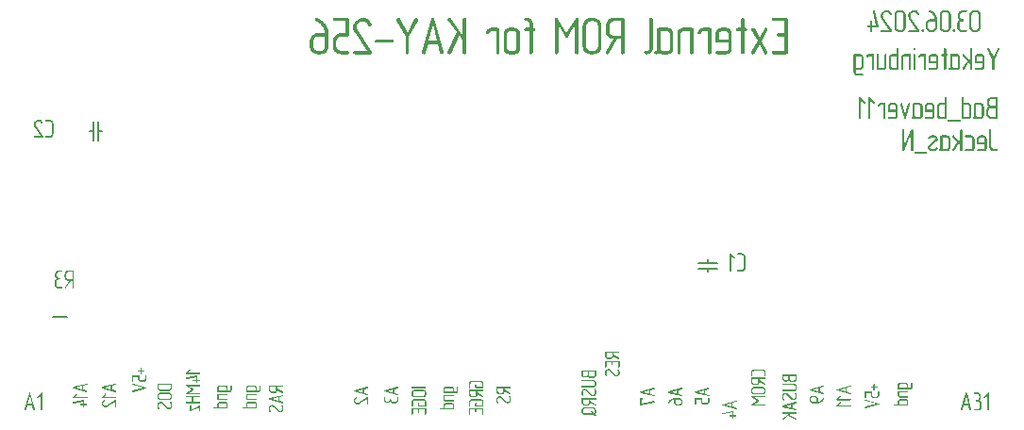
<source format=gbo>
G04 Layer_Color=32896*
%FSAX24Y24*%
%MOIN*%
G70*
G01*
G75*
%ADD28C,0.0079*%
G36*
X024724Y015921D02*
X024729Y015918D01*
X024734Y015915D01*
X024739Y015911D01*
X024743Y015904D01*
X024747Y015895D01*
X024905Y015314D01*
X024906Y015307D01*
Y015306D01*
Y015305D01*
X024905Y015299D01*
X024901Y015292D01*
X024899Y015288D01*
X024896Y015284D01*
X024894Y015283D01*
X024889Y015280D01*
X024882Y015276D01*
X024873Y015276D01*
X024871D01*
X024866Y015276D01*
X024861Y015278D01*
X024855Y015281D01*
X024854Y015282D01*
X024850Y015285D01*
X024846Y015289D01*
X024844Y015296D01*
X024801Y015455D01*
X024632D01*
X024590Y015301D01*
Y015300D01*
Y015299D01*
X024589Y015294D01*
X024585Y015287D01*
X024579Y015282D01*
X024578Y015281D01*
X024574Y015279D01*
X024568Y015276D01*
X024559Y015276D01*
X024558D01*
X024552Y015276D01*
X024545Y015279D01*
X024537Y015284D01*
X024535Y015286D01*
X024532Y015290D01*
X024529Y015298D01*
X024528Y015308D01*
X024528Y015314D01*
X024686Y015895D01*
Y015896D01*
X024688Y015900D01*
X024690Y015903D01*
X024692Y015909D01*
X024697Y015913D01*
X024702Y015918D01*
X024708Y015921D01*
X024716Y015921D01*
X024720D01*
X024724Y015921D01*
D02*
G37*
G36*
X047670Y015721D02*
X047679Y015720D01*
X047694Y015716D01*
X047708Y015711D01*
X047720Y015704D01*
X047730Y015698D01*
X047737Y015692D01*
X047739Y015690D01*
X047741Y015688D01*
X047742Y015688D01*
X047743Y015687D01*
X047749Y015680D01*
X047754Y015673D01*
X047762Y015659D01*
X047768Y015646D01*
X047771Y015634D01*
X047774Y015623D01*
X047775Y015615D01*
X047776Y015612D01*
Y015610D01*
Y015608D01*
Y015607D01*
Y015571D01*
X047775Y015562D01*
X047774Y015553D01*
X047770Y015538D01*
X047765Y015524D01*
X047759Y015512D01*
X047753Y015502D01*
X047747Y015495D01*
X047745Y015493D01*
X047744Y015491D01*
X047742Y015490D01*
Y015489D01*
X047736Y015483D01*
X047729Y015478D01*
X047715Y015470D01*
X047701Y015463D01*
X047689Y015459D01*
X047677Y015456D01*
X047673Y015456D01*
X047668D01*
X047665Y015455D01*
X047580D01*
X047571Y015456D01*
X047556Y015460D01*
X047542Y015466D01*
X047530Y015472D01*
X047520Y015478D01*
X047513Y015484D01*
X047511Y015486D01*
X047509Y015488D01*
X047508Y015489D01*
X047507Y015489D01*
X047501Y015496D01*
X047496Y015502D01*
X047488Y015516D01*
X047481Y015530D01*
X047477Y015543D01*
X047475Y015554D01*
X047474Y015559D01*
Y015564D01*
X047473Y015567D01*
Y015569D01*
Y015571D01*
Y015572D01*
Y015671D01*
X047467Y015670D01*
X047461Y015669D01*
X047448Y015666D01*
X047442Y015664D01*
X047437Y015663D01*
X047434Y015662D01*
X047433Y015661D01*
X047423Y015658D01*
X047415Y015654D01*
X047407Y015650D01*
X047400Y015647D01*
X047394Y015645D01*
X047391Y015642D01*
X047388Y015641D01*
X047387Y015640D01*
X047376Y015632D01*
X047367Y015625D01*
X047359Y015618D01*
X047351Y015612D01*
X047346Y015607D01*
X047343Y015602D01*
X047340Y015599D01*
X047340Y015599D01*
X047332Y015589D01*
X047326Y015580D01*
X047324Y015577D01*
X047322Y015574D01*
X047321Y015572D01*
Y015572D01*
X047313Y015559D01*
X047310Y015551D01*
X047308Y015543D01*
X047303Y015537D01*
X047300Y015534D01*
X047297Y015532D01*
X047297Y015531D01*
X047292Y015529D01*
X047288Y015528D01*
X047285Y015527D01*
X047284D01*
X047278Y015529D01*
X047272Y015531D01*
X047268Y015533D01*
X047267Y015534D01*
X047264Y015537D01*
X047262Y015540D01*
X047259Y015545D01*
X047258Y015550D01*
Y015551D01*
Y015552D01*
X047260Y015562D01*
X047266Y015576D01*
X047273Y015589D01*
X047281Y015602D01*
X047289Y015613D01*
X047297Y015624D01*
X047305Y015634D01*
X047313Y015643D01*
X047321Y015651D01*
X047329Y015658D01*
X047337Y015665D01*
X047343Y015670D01*
X047348Y015674D01*
X047354Y015678D01*
X047357Y015680D01*
X047359Y015682D01*
X047360Y015682D01*
X047372Y015689D01*
X047385Y015696D01*
X047397Y015701D01*
X047409Y015705D01*
X047433Y015712D01*
X047444Y015715D01*
X047455Y015717D01*
X047464Y015718D01*
X047474Y015720D01*
X047482Y015720D01*
X047488Y015721D01*
X047494Y015722D01*
X047661D01*
X047670Y015721D01*
D02*
G37*
G36*
X046358D02*
X046362Y015720D01*
X046368Y015717D01*
X046371Y015715D01*
X046373Y015713D01*
X046376Y015706D01*
X046377Y015701D01*
X046378Y015698D01*
Y015697D01*
X046377Y015690D01*
X046375Y015684D01*
X046373Y015680D01*
X046372Y015679D01*
X046369Y015676D01*
X046366Y015674D01*
X046360Y015672D01*
X046355Y015671D01*
X046324D01*
Y015510D01*
X046761Y015614D01*
X046766Y015615D01*
X046770Y015614D01*
X046775Y015613D01*
X046781Y015610D01*
X046785Y015607D01*
X046786Y015606D01*
Y015605D01*
X046789Y015599D01*
X046791Y015593D01*
X046791Y015588D01*
Y015588D01*
Y015587D01*
X046787Y015572D01*
X046780Y015567D01*
X046775Y015565D01*
X046773Y015564D01*
X046772D01*
X046304Y015455D01*
X046298Y015454D01*
X046294D01*
X046291Y015456D01*
X046285Y015458D01*
X046283Y015461D01*
X046281Y015462D01*
Y015462D01*
X046277Y015468D01*
X046274Y015474D01*
X046274Y015478D01*
Y015480D01*
Y015481D01*
Y015697D01*
X046274Y015705D01*
X046277Y015712D01*
X046282Y015716D01*
X046286Y015719D01*
X046291Y015720D01*
X046295Y015721D01*
X046298Y015722D01*
X046353D01*
X046358Y015721D01*
D02*
G37*
G36*
X046773Y016081D02*
X046780Y016079D01*
X046783Y016077D01*
X046785Y016075D01*
X046788Y016069D01*
X046791Y016063D01*
X046791Y016059D01*
Y016058D01*
Y016057D01*
X046791Y016051D01*
X046788Y016046D01*
X046787Y016043D01*
X046786Y016041D01*
X046782Y016037D01*
X046777Y016034D01*
X046772Y016032D01*
X046771D01*
X046648Y015999D01*
Y015864D01*
X046775Y015830D01*
X046780Y015828D01*
X046784Y015825D01*
X046786Y015822D01*
X046787Y015821D01*
X046789Y015816D01*
X046791Y015811D01*
X046791Y015808D01*
Y015806D01*
X046791Y015799D01*
X046788Y015793D01*
X046786Y015790D01*
X046785Y015788D01*
X046781Y015785D01*
X046778Y015784D01*
X046772Y015781D01*
X046768Y015780D01*
X046767D01*
X046761Y015781D01*
X046296Y015907D01*
X046288Y015910D01*
X046283Y015914D01*
X046280Y015917D01*
X046277Y015922D01*
X046275Y015925D01*
X046274Y015929D01*
Y015931D01*
Y015932D01*
X046275Y015938D01*
X046277Y015943D01*
X046281Y015947D01*
X046285Y015951D01*
X046289Y015953D01*
X046292Y015954D01*
X046295Y015956D01*
X046296D01*
X046761Y016082D01*
X046765Y016083D01*
X046773Y016081D01*
D02*
G37*
G36*
X036527Y029166D02*
X036559Y029160D01*
X036588Y029151D01*
X036614Y029142D01*
X036636Y029131D01*
X036652Y029124D01*
X036661Y029117D01*
X036665Y029115D01*
X036694Y029091D01*
X036720Y029064D01*
X036742Y029035D01*
X036758Y029005D01*
X036772Y028980D01*
X036782Y028960D01*
X036785Y028951D01*
X036787Y028945D01*
X036789Y028942D01*
Y028940D01*
X036793Y028923D01*
X036791Y028913D01*
X036789Y028903D01*
X036782Y028887D01*
X036776Y028878D01*
X036772Y028874D01*
X036756Y028865D01*
X036740Y028860D01*
X036734D01*
X036729Y028858D01*
X036723D01*
X036711Y028862D01*
X036701Y028865D01*
X036694Y028867D01*
X036692Y028869D01*
X036681Y028878D01*
X036674Y028889D01*
X036670Y028896D01*
X036669Y028900D01*
X036656Y028927D01*
X036643Y028949D01*
X036630Y028967D01*
X036618Y028982D01*
X036607Y028993D01*
X036598Y029002D01*
X036592Y029005D01*
X036590Y029007D01*
X036572Y029018D01*
X036554Y029026D01*
X036536Y029033D01*
X036519Y029036D01*
X036505Y029038D01*
X036494Y029040D01*
X036485D01*
X036455Y029038D01*
X036441Y029035D01*
X036430Y029033D01*
X036419Y029029D01*
X036412Y029026D01*
X036406Y029024D01*
X036404D01*
X036375Y029009D01*
X036363Y029002D01*
X036352Y028996D01*
X036344Y028989D01*
X036337Y028985D01*
X036333Y028982D01*
X036332Y028980D01*
X036310Y028958D01*
X036293Y028934D01*
X036281Y028911D01*
X036273Y028889D01*
X036268Y028869D01*
X036266Y028854D01*
X036264Y028843D01*
Y028842D01*
Y028840D01*
X036266Y028818D01*
X036270Y028798D01*
X036271Y028790D01*
X036273Y028785D01*
X036275Y028781D01*
Y028780D01*
X036288Y028750D01*
X036306Y028716D01*
X036798Y027969D01*
X036803Y027960D01*
X036805Y027951D01*
X036807Y027943D01*
Y027940D01*
X036803Y027921D01*
X036798Y027907D01*
X036793Y027898D01*
X036789Y027896D01*
Y027894D01*
X036780Y027887D01*
X036772Y027883D01*
X036758Y027876D01*
X036749Y027874D01*
X036208D01*
X036197Y027876D01*
X036186Y027878D01*
X036171Y027885D01*
X036162Y027890D01*
X036158Y027894D01*
X036149Y027909D01*
X036144Y027923D01*
X036142Y027932D01*
Y027934D01*
Y027936D01*
Y027945D01*
X036146Y027952D01*
X036151Y027967D01*
X036158Y027976D01*
X036160Y027980D01*
X036162D01*
X036169Y027987D01*
X036179Y027991D01*
X036193Y027998D01*
X036204Y028000D01*
X036639D01*
X036199Y028647D01*
X036186Y028667D01*
X036175Y028687D01*
X036166Y028703D01*
X036158Y028719D01*
X036155Y028730D01*
X036151Y028741D01*
X036148Y028747D01*
Y028749D01*
X036138Y028781D01*
X036137Y028798D01*
X036135Y028811D01*
X036133Y028823D01*
Y028832D01*
Y028838D01*
Y028840D01*
X036135Y028865D01*
X036138Y028887D01*
X036142Y028909D01*
X036149Y028929D01*
X036168Y028964D01*
X036186Y028993D01*
X036206Y029015D01*
X036224Y029029D01*
X036231Y029035D01*
X036235Y029038D01*
X036239Y029042D01*
X036240D01*
X036262Y029064D01*
X036284Y029084D01*
X036306Y029100D01*
X036328Y029115D01*
X036348Y029128D01*
X036370Y029137D01*
X036388Y029146D01*
X036408Y029151D01*
X036441Y029160D01*
X036455Y029164D01*
X036466Y029166D01*
X036477Y029168D01*
X036490D01*
X036527Y029166D01*
D02*
G37*
G36*
X048703Y015721D02*
X048709Y015718D01*
X048712Y015716D01*
X048713Y015715D01*
X048714D01*
X048718Y015709D01*
X048720Y015704D01*
X048720Y015699D01*
Y015698D01*
Y015697D01*
Y015607D01*
X048720Y015598D01*
X048719Y015589D01*
X048715Y015574D01*
X048710Y015560D01*
X048704Y015548D01*
X048698Y015538D01*
X048692Y015531D01*
X048690Y015529D01*
X048688Y015526D01*
X048687Y015526D01*
Y015525D01*
X048680Y015519D01*
X048674Y015513D01*
X048660Y015505D01*
X048646Y015499D01*
X048634Y015495D01*
X048623Y015492D01*
X048618Y015491D01*
X048614D01*
X048610Y015491D01*
X048526D01*
X048518Y015492D01*
X048502Y015496D01*
X048488Y015502D01*
X048476Y015508D01*
X048467Y015514D01*
X048459Y015520D01*
X048455Y015524D01*
X048454Y015524D01*
X048454Y015525D01*
X048448Y015532D01*
X048442Y015538D01*
X048434Y015552D01*
X048427Y015566D01*
X048424Y015579D01*
X048421Y015590D01*
X048420Y015594D01*
Y015599D01*
X048419Y015602D01*
Y015604D01*
Y015606D01*
Y015607D01*
Y015671D01*
X048253D01*
Y015517D01*
X048252Y015513D01*
X048252Y015509D01*
X048249Y015503D01*
X048247Y015499D01*
X048245Y015498D01*
X048239Y015494D01*
X048233Y015491D01*
X048230Y015491D01*
X048225D01*
X048222Y015492D01*
X048216Y015495D01*
X048212Y015498D01*
X048211Y015499D01*
Y015499D01*
X048208Y015502D01*
X048207Y015505D01*
X048204Y015511D01*
X048203Y015516D01*
Y015516D01*
Y015517D01*
Y015697D01*
X048204Y015705D01*
X048207Y015712D01*
X048211Y015716D01*
X048215Y015719D01*
X048220Y015720D01*
X048224Y015721D01*
X048227Y015722D01*
X048445D01*
X048453Y015721D01*
X048459Y015718D01*
X048464Y015714D01*
X048467Y015709D01*
X048468Y015705D01*
X048469Y015701D01*
X048470Y015698D01*
Y015697D01*
Y015607D01*
X048470Y015597D01*
X048473Y015588D01*
X048476Y015580D01*
X048479Y015574D01*
X048483Y015568D01*
X048486Y015564D01*
X048488Y015561D01*
X048489Y015561D01*
X048496Y015554D01*
X048504Y015550D01*
X048511Y015546D01*
X048519Y015544D01*
X048524Y015542D01*
X048529Y015542D01*
X048606D01*
X048615Y015542D01*
X048624Y015545D01*
X048632Y015548D01*
X048639Y015551D01*
X048645Y015555D01*
X048648Y015558D01*
X048651Y015560D01*
X048652Y015561D01*
X048658Y015568D01*
X048662Y015576D01*
X048666Y015583D01*
X048668Y015591D01*
X048669Y015597D01*
X048670Y015602D01*
Y015605D01*
Y015607D01*
Y015697D01*
X048671Y015701D01*
X048672Y015706D01*
X048675Y015712D01*
X048679Y015715D01*
X048680Y015716D01*
X048680D01*
X048687Y015720D01*
X048691Y015721D01*
X048695Y015722D01*
X048696D01*
X048703Y015721D01*
D02*
G37*
G36*
X048702Y016081D02*
X048709Y016079D01*
X048712Y016077D01*
X048714Y016075D01*
X048718Y016069D01*
X048720Y016063D01*
X048720Y016059D01*
Y016058D01*
Y016057D01*
X048720Y016051D01*
X048718Y016046D01*
X048716Y016043D01*
X048715Y016041D01*
X048711Y016037D01*
X048706Y016034D01*
X048702Y016032D01*
X048700D01*
X048577Y015999D01*
Y015864D01*
X048704Y015830D01*
X048710Y015828D01*
X048713Y015825D01*
X048715Y015822D01*
X048716Y015821D01*
X048718Y015816D01*
X048720Y015811D01*
X048720Y015808D01*
Y015806D01*
X048720Y015799D01*
X048717Y015793D01*
X048715Y015790D01*
X048714Y015788D01*
X048710Y015785D01*
X048707Y015784D01*
X048702Y015781D01*
X048697Y015780D01*
X048696D01*
X048690Y015781D01*
X048225Y015907D01*
X048217Y015910D01*
X048212Y015914D01*
X048209Y015917D01*
X048207Y015922D01*
X048204Y015925D01*
X048204Y015929D01*
Y015931D01*
Y015932D01*
X048204Y015938D01*
X048207Y015943D01*
X048210Y015947D01*
X048214Y015951D01*
X048218Y015953D01*
X048221Y015954D01*
X048224Y015956D01*
X048225D01*
X048690Y016082D01*
X048694Y016083D01*
X048702Y016081D01*
D02*
G37*
G36*
X047757D02*
X047764Y016079D01*
X047768Y016077D01*
X047769Y016075D01*
X047773Y016069D01*
X047775Y016063D01*
X047776Y016059D01*
Y016058D01*
Y016057D01*
X047775Y016051D01*
X047773Y016046D01*
X047771Y016043D01*
X047770Y016041D01*
X047766Y016037D01*
X047761Y016034D01*
X047757Y016032D01*
X047755D01*
X047632Y015999D01*
Y015864D01*
X047760Y015830D01*
X047765Y015828D01*
X047768Y015825D01*
X047770Y015822D01*
X047771Y015821D01*
X047773Y015816D01*
X047775Y015811D01*
X047776Y015808D01*
Y015806D01*
X047775Y015799D01*
X047772Y015793D01*
X047770Y015790D01*
X047769Y015788D01*
X047765Y015785D01*
X047762Y015784D01*
X047757Y015781D01*
X047752Y015780D01*
X047751D01*
X047745Y015781D01*
X047280Y015907D01*
X047273Y015910D01*
X047267Y015914D01*
X047264Y015917D01*
X047262Y015922D01*
X047259Y015925D01*
X047259Y015929D01*
Y015931D01*
Y015932D01*
X047259Y015938D01*
X047262Y015943D01*
X047265Y015947D01*
X047269Y015951D01*
X047273Y015953D01*
X047276Y015954D01*
X047279Y015956D01*
X047280D01*
X047745Y016082D01*
X047749Y016083D01*
X047757Y016081D01*
D02*
G37*
G36*
X038374Y029166D02*
X038383Y029164D01*
X038400Y029157D01*
X038409Y029148D01*
X038412Y029146D01*
Y029144D01*
X038421Y029128D01*
X038427Y029115D01*
X038429Y029106D01*
Y029102D01*
X038421Y029073D01*
X038113Y028503D01*
Y027936D01*
X038112Y027925D01*
X038110Y027914D01*
X038103Y027898D01*
X038095Y027889D01*
X038092Y027885D01*
X038073Y027879D01*
X038061Y027876D01*
X038053Y027874D01*
X038052D01*
X038033Y027876D01*
X038017Y027883D01*
X038008Y027889D01*
X038004Y027890D01*
X037993Y027905D01*
X037988Y027920D01*
X037986Y027931D01*
Y027934D01*
Y027936D01*
Y028503D01*
X037680Y029073D01*
X037674Y029084D01*
X037673Y029095D01*
X037671Y029102D01*
Y029104D01*
Y029113D01*
X037674Y029122D01*
X037680Y029137D01*
X037687Y029146D01*
X037689Y029149D01*
X037691D01*
X037707Y029160D01*
X037722Y029166D01*
X037733Y029168D01*
X037738D01*
X037751Y029166D01*
X037762Y029164D01*
X037771Y029159D01*
X037776Y029155D01*
X037786Y029144D01*
X037789Y029142D01*
Y029140D01*
X038052Y028634D01*
X038307Y029124D01*
X038316Y029138D01*
X038325Y029149D01*
X038334Y029157D01*
X038343Y029162D01*
X038350Y029166D01*
X038358Y029168D01*
X038363D01*
X038374Y029166D01*
D02*
G37*
G36*
X025153Y015921D02*
X025160Y015919D01*
X025168Y015913D01*
X025169D01*
X025170Y015911D01*
X025173Y015908D01*
X025176Y015901D01*
X025178Y015896D01*
Y015891D01*
Y015307D01*
Y015306D01*
Y015304D01*
X025177Y015298D01*
X025174Y015291D01*
X025169Y015284D01*
X025167Y015283D01*
X025163Y015280D01*
X025154Y015276D01*
X025145Y015276D01*
X025144D01*
X025141Y015276D01*
X025134Y015278D01*
X025125Y015281D01*
X025123Y015283D01*
X025120Y015287D01*
X025116Y015296D01*
X025115Y015301D01*
X025114Y015307D01*
Y015828D01*
X025033Y015734D01*
X025031Y015732D01*
X025027Y015729D01*
X025020Y015727D01*
X025011Y015725D01*
X025009D01*
X025003Y015726D01*
X024996Y015728D01*
X024989Y015734D01*
X024987Y015736D01*
X024984Y015740D01*
X024981Y015747D01*
X024979Y015757D01*
Y015758D01*
X024980Y015761D01*
X024983Y015768D01*
X024985Y015772D01*
X024988Y015778D01*
X025122Y015913D01*
X025124Y015915D01*
X025129Y015918D01*
X025135Y015921D01*
X025144Y015922D01*
X025147D01*
X025153Y015921D01*
D02*
G37*
G36*
X044689Y016042D02*
X044697Y016034D01*
X044706Y016019D01*
X044713Y016004D01*
X044718Y015989D01*
X044721Y015976D01*
X044723Y015965D01*
X044724Y015960D01*
Y015956D01*
X044724Y015952D01*
Y015950D01*
Y015949D01*
Y015948D01*
Y015895D01*
X044724Y015886D01*
X044723Y015877D01*
X044719Y015862D01*
X044714Y015848D01*
X044708Y015837D01*
X044702Y015828D01*
X044697Y015822D01*
X044693Y015818D01*
X044692Y015817D01*
X044685Y015810D01*
X044678Y015804D01*
X044670Y015799D01*
X044664Y015795D01*
X044650Y015788D01*
X044638Y015784D01*
X044626Y015782D01*
X044622Y015781D01*
X044618Y015780D01*
X044614Y015779D01*
X044599D01*
X044590Y015781D01*
X044575Y015785D01*
X044567Y015788D01*
X044560Y015792D01*
X044553Y015796D01*
X044547Y015799D01*
X044542Y015803D01*
X044539Y015806D01*
X044536Y015809D01*
X044534Y015811D01*
X044533Y015812D01*
X044368Y015974D01*
X044359Y015981D01*
X044353Y015986D01*
X044348Y015989D01*
X044348Y015989D01*
X044347D01*
X044342Y015991D01*
X044335Y015992D01*
X044323Y015993D01*
X044313Y015992D01*
X044304Y015990D01*
X044296Y015987D01*
X044290Y015984D01*
X044284Y015981D01*
X044280Y015978D01*
X044278Y015976D01*
X044277Y015976D01*
X044270Y015968D01*
X044265Y015961D01*
X044262Y015953D01*
X044259Y015946D01*
X044258Y015939D01*
X044257Y015934D01*
Y015931D01*
Y015930D01*
Y015876D01*
X044258Y015865D01*
X044260Y015854D01*
X044263Y015844D01*
X044267Y015835D01*
X044270Y015828D01*
X044273Y015822D01*
X044275Y015819D01*
X044276Y015817D01*
X044280Y015805D01*
X044280Y015801D01*
X044279Y015797D01*
X044276Y015790D01*
X044274Y015787D01*
X044272Y015785D01*
X044269Y015782D01*
X044266Y015781D01*
X044259Y015778D01*
X044255Y015777D01*
X044253D01*
X044248Y015779D01*
X044243Y015781D01*
X044240Y015782D01*
X044240Y015783D01*
X044237Y015785D01*
X044235Y015787D01*
X044234Y015789D01*
X044233Y015790D01*
X044225Y015804D01*
X044221Y015812D01*
X044219Y015818D01*
X044217Y015824D01*
X044216Y015828D01*
X044214Y015831D01*
Y015833D01*
X044212Y015841D01*
X044210Y015849D01*
X044208Y015857D01*
X044208Y015863D01*
X044207Y015869D01*
Y015873D01*
Y015876D01*
Y015876D01*
Y015929D01*
Y015938D01*
X044208Y015946D01*
X044212Y015962D01*
X044218Y015976D01*
X044224Y015987D01*
X044229Y015995D01*
X044235Y016002D01*
X044239Y016005D01*
X044240Y016007D01*
X044240D01*
X044247Y016013D01*
X044254Y016019D01*
X044261Y016024D01*
X044268Y016028D01*
X044282Y016035D01*
X044294Y016040D01*
X044305Y016042D01*
X044310Y016043D01*
X044314Y016043D01*
X044318Y016044D01*
X044322D01*
X044331Y016043D01*
X044339Y016043D01*
X044346Y016041D01*
X044353Y016040D01*
X044358Y016038D01*
X044362Y016038D01*
X044365Y016036D01*
X044366D01*
X044374Y016032D01*
X044382Y016027D01*
X044388Y016022D01*
X044394Y016019D01*
X044398Y016016D01*
X044401Y016013D01*
X044403Y016011D01*
X044404Y016011D01*
X044564Y015850D01*
X044573Y015844D01*
X044580Y015839D01*
X044583Y015837D01*
X044585Y015836D01*
X044587Y015836D01*
X044587D01*
X044591Y015834D01*
X044592Y015833D01*
X044593D01*
X044597Y015832D01*
X044598D01*
X044610Y015831D01*
X044619Y015831D01*
X044627Y015833D01*
X044635Y015837D01*
X044642Y015840D01*
X044648Y015844D01*
X044652Y015847D01*
X044654Y015849D01*
X044655Y015850D01*
X044662Y015857D01*
X044666Y015865D01*
X044670Y015874D01*
X044672Y015881D01*
X044673Y015887D01*
X044674Y015892D01*
Y015895D01*
Y015896D01*
Y015949D01*
X044673Y015960D01*
X044671Y015970D01*
X044668Y015981D01*
X044665Y015989D01*
X044662Y015997D01*
X044659Y016002D01*
X044657Y016005D01*
X044656Y016007D01*
X044652Y016019D01*
X044652Y016023D01*
X044653Y016027D01*
X044656Y016032D01*
X044660Y016036D01*
X044660Y016038D01*
X044661D01*
X044668Y016041D01*
X044673Y016043D01*
X044677Y016044D01*
X044678D01*
X044689Y016042D01*
D02*
G37*
G36*
X044619Y016368D02*
X044627Y016367D01*
X044643Y016363D01*
X044657Y016358D01*
X044669Y016351D01*
X044678Y016344D01*
X044686Y016339D01*
X044688Y016336D01*
X044690Y016335D01*
X044691Y016334D01*
X044692Y016334D01*
X044697Y016327D01*
X044703Y016320D01*
X044711Y016306D01*
X044716Y016293D01*
X044720Y016280D01*
X044723Y016269D01*
X044724Y016265D01*
Y016261D01*
X044724Y016258D01*
Y016256D01*
Y016254D01*
Y016253D01*
Y016218D01*
X044724Y016209D01*
X044723Y016200D01*
X044719Y016184D01*
X044713Y016170D01*
X044708Y016158D01*
X044702Y016148D01*
X044696Y016141D01*
X044694Y016139D01*
X044692Y016137D01*
X044691Y016136D01*
Y016135D01*
X044684Y016129D01*
X044678Y016124D01*
X044664Y016116D01*
X044650Y016109D01*
X044638Y016105D01*
X044627Y016102D01*
X044622Y016102D01*
X044618D01*
X044614Y016101D01*
X044228D01*
X044224Y016102D01*
X044218Y016105D01*
X044216Y016108D01*
X044214Y016109D01*
Y016110D01*
X044210Y016116D01*
X044208Y016121D01*
X044207Y016126D01*
Y016126D01*
Y016127D01*
Y016131D01*
X044208Y016135D01*
X044211Y016140D01*
X044214Y016143D01*
X044215Y016145D01*
X044216D01*
X044221Y016149D01*
X044227Y016151D01*
X044231Y016152D01*
X044610D01*
X044620Y016153D01*
X044629Y016155D01*
X044637Y016159D01*
X044643Y016161D01*
X044649Y016165D01*
X044652Y016169D01*
X044655Y016171D01*
X044656Y016172D01*
X044662Y016179D01*
X044666Y016187D01*
X044670Y016195D01*
X044672Y016202D01*
X044673Y016208D01*
X044674Y016213D01*
Y016216D01*
Y016218D01*
Y016253D01*
X044673Y016263D01*
X044671Y016271D01*
X044668Y016279D01*
X044665Y016285D01*
X044661Y016291D01*
X044658Y016295D01*
X044656Y016298D01*
X044655Y016299D01*
X044648Y016305D01*
X044640Y016309D01*
X044633Y016313D01*
X044625Y016315D01*
X044619Y016317D01*
X044614Y016317D01*
X044228D01*
X044224Y016319D01*
X044218Y016322D01*
X044216Y016325D01*
X044214Y016326D01*
Y016326D01*
X044210Y016332D01*
X044208Y016338D01*
X044207Y016342D01*
Y016343D01*
Y016344D01*
Y016347D01*
X044208Y016351D01*
X044211Y016356D01*
X044214Y016360D01*
X044215Y016361D01*
X044216D01*
X044221Y016366D01*
X044227Y016368D01*
X044231Y016369D01*
X044610D01*
X044619Y016368D01*
D02*
G37*
G36*
X044704Y015719D02*
X044708Y015718D01*
X044715Y015715D01*
X044719Y015712D01*
X044720Y015711D01*
X044722Y015704D01*
X044724Y015699D01*
X044724Y015696D01*
Y015695D01*
X044724Y015688D01*
X044721Y015681D01*
X044719Y015677D01*
X044718Y015676D01*
X044712Y015672D01*
X044706Y015669D01*
X044702Y015669D01*
X044509D01*
Y015619D01*
X044711Y015501D01*
X044716Y015497D01*
X044719Y015494D01*
X044721Y015492D01*
X044722Y015492D01*
X044724Y015487D01*
X044724Y015483D01*
Y015480D01*
Y015479D01*
X044724Y015472D01*
X044721Y015466D01*
X044719Y015462D01*
X044719Y015461D01*
X044715Y015458D01*
X044712Y015456D01*
X044706Y015453D01*
X044702Y015452D01*
X044700D01*
X044695Y015453D01*
X044692Y015454D01*
X044689Y015454D01*
X044689Y015455D01*
X044509Y015565D01*
Y015569D01*
X044508Y015560D01*
X044507Y015551D01*
X044504Y015535D01*
X044498Y015521D01*
X044492Y015509D01*
X044486Y015500D01*
X044480Y015492D01*
X044478Y015490D01*
X044477Y015488D01*
X044475Y015487D01*
Y015486D01*
X044469Y015481D01*
X044462Y015475D01*
X044448Y015467D01*
X044435Y015460D01*
X044422Y015457D01*
X044411Y015454D01*
X044406Y015453D01*
X044402D01*
X044399Y015452D01*
X044322D01*
X044313Y015453D01*
X044305Y015454D01*
X044289Y015457D01*
X044275Y015463D01*
X044264Y015470D01*
X044254Y015476D01*
X044247Y015481D01*
X044243Y015486D01*
X044242Y015486D01*
X044241Y015487D01*
X044235Y015494D01*
X044229Y015500D01*
X044221Y015514D01*
X044215Y015528D01*
X044211Y015541D01*
X044208Y015552D01*
X044208Y015556D01*
Y015561D01*
X044207Y015564D01*
Y015567D01*
Y015568D01*
Y015569D01*
Y015695D01*
X044208Y015703D01*
X044210Y015709D01*
X044215Y015714D01*
X044219Y015717D01*
X044224Y015718D01*
X044228Y015719D01*
X044231Y015720D01*
X044700D01*
X044704Y015719D01*
D02*
G37*
G36*
X058181Y015921D02*
X058186D01*
X058192Y015921D01*
X058206Y015917D01*
X058222Y015912D01*
X058240Y015905D01*
X058257Y015894D01*
X058265Y015888D01*
X058273Y015881D01*
X058274Y015880D01*
X058275Y015879D01*
X058277Y015876D01*
X058280Y015873D01*
X058287Y015864D01*
X058294Y015852D01*
X058302Y015837D01*
X058309Y015819D01*
X058314Y015800D01*
X058315Y015789D01*
Y015778D01*
Y015734D01*
Y015719D01*
Y015709D01*
X058312Y015699D01*
Y015698D01*
Y015697D01*
X058311Y015695D01*
X058310Y015691D01*
X058307Y015682D01*
X058302Y015672D01*
X058301Y015671D01*
X058299Y015667D01*
X058296Y015663D01*
X058293Y015657D01*
X058287Y015651D01*
X058282Y015644D01*
X058274Y015637D01*
X058266Y015631D01*
X058267Y015630D01*
X058271Y015629D01*
X058276Y015625D01*
X058283Y015622D01*
X058290Y015615D01*
X058298Y015607D01*
X058307Y015597D01*
X058315Y015584D01*
X058316Y015583D01*
X058319Y015578D01*
X058323Y015571D01*
X058327Y015562D01*
X058331Y015551D01*
X058335Y015538D01*
X058337Y015523D01*
X058338Y015509D01*
Y015420D01*
Y015419D01*
Y015417D01*
Y015414D01*
X058337Y015410D01*
Y015404D01*
X058336Y015399D01*
X058333Y015384D01*
X058328Y015369D01*
X058320Y015351D01*
X058310Y015334D01*
X058303Y015326D01*
X058295Y015317D01*
X058294D01*
X058294Y015316D01*
X058291Y015314D01*
X058288Y015311D01*
X058279Y015304D01*
X058267Y015297D01*
X058252Y015289D01*
X058234Y015282D01*
X058215Y015277D01*
X058204Y015276D01*
X058193Y015276D01*
X058078D01*
X058072Y015276D01*
X058065Y015279D01*
X058058Y015284D01*
Y015285D01*
X058057Y015286D01*
X058054Y015290D01*
X058050Y015297D01*
X058049Y015307D01*
Y015307D01*
X058050Y015312D01*
X058052Y015317D01*
X058057Y015326D01*
Y015327D01*
X058058Y015328D01*
X058062Y015332D01*
X058069Y015337D01*
X058075Y015338D01*
X058080Y015338D01*
X058199D01*
X058205Y015339D01*
X058213Y015341D01*
X058222Y015344D01*
X058232Y015348D01*
X058242Y015354D01*
X058251Y015361D01*
X058252Y015362D01*
X058254Y015366D01*
X058258Y015370D01*
X058263Y015378D01*
X058267Y015386D01*
X058271Y015396D01*
X058273Y015407D01*
X058274Y015420D01*
Y015510D01*
Y015512D01*
Y015515D01*
X058273Y015522D01*
X058272Y015529D01*
X058269Y015538D01*
X058264Y015547D01*
X058259Y015557D01*
X058251Y015566D01*
X058250Y015567D01*
X058247Y015570D01*
X058242Y015574D01*
X058235Y015579D01*
X058227Y015583D01*
X058217Y015587D01*
X058206Y015590D01*
X058193Y015591D01*
X058168D01*
X058162Y015592D01*
X058155Y015594D01*
X058148Y015599D01*
Y015600D01*
X058147Y015601D01*
X058144Y015605D01*
X058140Y015613D01*
X058140Y015622D01*
Y015623D01*
X058140Y015627D01*
X058142Y015633D01*
X058147Y015641D01*
Y015642D01*
X058149Y015643D01*
X058152Y015647D01*
X058160Y015652D01*
X058165Y015653D01*
X058171Y015654D01*
X058176D01*
X058182Y015655D01*
X058191Y015656D01*
X058200Y015659D01*
X058209Y015664D01*
X058219Y015669D01*
X058228Y015676D01*
X058229Y015677D01*
X058232Y015681D01*
X058235Y015686D01*
X058240Y015693D01*
X058244Y015701D01*
X058248Y015711D01*
X058251Y015722D01*
X058252Y015734D01*
Y015778D01*
Y015780D01*
Y015784D01*
X058251Y015790D01*
X058249Y015799D01*
X058246Y015808D01*
X058242Y015817D01*
X058236Y015827D01*
X058228Y015836D01*
X058227Y015837D01*
X058224Y015840D01*
X058219Y015843D01*
X058212Y015848D01*
X058204Y015852D01*
X058194Y015856D01*
X058183Y015859D01*
X058171Y015860D01*
X058079D01*
X058072Y015860D01*
X058065Y015863D01*
X058058Y015868D01*
Y015869D01*
X058057Y015870D01*
X058054Y015874D01*
X058050Y015881D01*
X058049Y015891D01*
Y015891D01*
X058050Y015896D01*
X058052Y015901D01*
X058057Y015910D01*
Y015911D01*
X058058Y015911D01*
X058062Y015916D01*
X058069Y015921D01*
X058075Y015921D01*
X058080Y015922D01*
X058177D01*
X058181Y015921D01*
D02*
G37*
G36*
X044708Y016692D02*
X044714Y016689D01*
X044719Y016685D01*
X044721Y016681D01*
X044723Y016676D01*
X044724Y016672D01*
X044724Y016669D01*
Y016668D01*
Y016542D01*
X044724Y016534D01*
X044723Y016526D01*
X044719Y016511D01*
X044713Y016497D01*
X044707Y016485D01*
X044701Y016476D01*
X044695Y016468D01*
X044693Y016465D01*
X044692Y016463D01*
X044690Y016463D01*
Y016462D01*
X044684Y016455D01*
X044677Y016449D01*
X044670Y016445D01*
X044663Y016441D01*
X044650Y016434D01*
X044637Y016430D01*
X044626Y016428D01*
X044622Y016426D01*
X044618D01*
X044614Y016425D01*
X044539D01*
X044527Y016426D01*
X044517Y016428D01*
X044506Y016431D01*
X044498Y016434D01*
X044490Y016438D01*
X044485Y016441D01*
X044481Y016443D01*
X044479Y016444D01*
X044469Y016450D01*
X044461Y016457D01*
X044455Y016464D01*
X044450Y016471D01*
X044446Y016476D01*
X044443Y016481D01*
X044442Y016484D01*
X044442Y016484D01*
X044436Y016477D01*
X044431Y016471D01*
X044426Y016466D01*
X044420Y016462D01*
X044415Y016459D01*
X044412Y016457D01*
X044409Y016455D01*
X044408Y016455D01*
X044399Y016451D01*
X044391Y016448D01*
X044383Y016447D01*
X044375Y016445D01*
X044369Y016444D01*
X044363Y016444D01*
X044311D01*
X044299Y016446D01*
X044278Y016452D01*
X044270Y016455D01*
X044263Y016460D01*
X044256Y016465D01*
X044251Y016469D01*
X044245Y016473D01*
X044242Y016477D01*
X044240Y016480D01*
X044239Y016481D01*
X044233Y016487D01*
X044228Y016493D01*
X044221Y016506D01*
X044215Y016519D01*
X044210Y016532D01*
X044208Y016543D01*
X044208Y016548D01*
Y016551D01*
X044207Y016555D01*
Y016557D01*
Y016559D01*
Y016560D01*
Y016668D01*
X044208Y016676D01*
X044210Y016683D01*
X044215Y016687D01*
X044219Y016690D01*
X044224Y016691D01*
X044228Y016692D01*
X044231Y016693D01*
X044700D01*
X044708Y016692D01*
D02*
G37*
G36*
X045534Y017036D02*
X045541Y017033D01*
X045545Y017029D01*
X045548Y017025D01*
X045550Y017020D01*
X045550Y017016D01*
X045551Y017013D01*
Y017012D01*
Y016832D01*
X045550Y016828D01*
X045550Y016824D01*
X045547Y016818D01*
X045545Y016815D01*
X045543Y016813D01*
X045537Y016810D01*
X045532Y016807D01*
X045528Y016807D01*
X045523D01*
X045520Y016808D01*
X045514Y016810D01*
X045510Y016813D01*
X045509Y016814D01*
Y016815D01*
X045506Y016818D01*
X045505Y016821D01*
X045502Y016826D01*
X045501Y016831D01*
Y016831D01*
Y016832D01*
Y016986D01*
X045300D01*
Y016904D01*
X045300Y016900D01*
X045299Y016896D01*
X045296Y016891D01*
X045294Y016887D01*
X045292Y016885D01*
X045287Y016881D01*
X045281Y016879D01*
X045277Y016878D01*
X045272D01*
X045269Y016880D01*
X045263Y016883D01*
X045260Y016885D01*
X045258Y016886D01*
Y016887D01*
X045255Y016890D01*
X045254Y016893D01*
X045251Y016899D01*
X045250Y016903D01*
Y016904D01*
Y016904D01*
Y016986D01*
X045084D01*
Y016832D01*
X045083Y016828D01*
X045082Y016824D01*
X045080Y016818D01*
X045077Y016815D01*
X045076Y016813D01*
X045070Y016810D01*
X045064Y016807D01*
X045061Y016807D01*
X045055D01*
X045053Y016808D01*
X045047Y016810D01*
X045043Y016813D01*
X045042Y016814D01*
Y016815D01*
X045039Y016818D01*
X045037Y016821D01*
X045034Y016826D01*
X045034Y016831D01*
Y016831D01*
Y016832D01*
Y017012D01*
X045034Y017020D01*
X045037Y017027D01*
X045042Y017031D01*
X045046Y017034D01*
X045051Y017036D01*
X045055Y017036D01*
X045058Y017037D01*
X045526D01*
X045534Y017036D01*
D02*
G37*
G36*
X045531Y017361D02*
X045535Y017361D01*
X045542Y017358D01*
X045545Y017355D01*
X045547Y017353D01*
X045549Y017346D01*
X045550Y017341D01*
X045551Y017338D01*
Y017337D01*
X045550Y017330D01*
X045548Y017324D01*
X045545Y017320D01*
X045545Y017318D01*
X045539Y017314D01*
X045533Y017312D01*
X045529Y017311D01*
X045335D01*
Y017262D01*
X045538Y017144D01*
X045543Y017140D01*
X045546Y017137D01*
X045548Y017135D01*
X045549Y017134D01*
X045550Y017130D01*
X045551Y017125D01*
Y017122D01*
Y017122D01*
X045550Y017114D01*
X045548Y017109D01*
X045546Y017105D01*
X045545Y017103D01*
X045542Y017100D01*
X045539Y017098D01*
X045533Y017095D01*
X045529Y017095D01*
X045527D01*
X045522Y017095D01*
X045518Y017096D01*
X045516Y017097D01*
X045515Y017098D01*
X045335Y017208D01*
Y017211D01*
X045335Y017203D01*
X045334Y017194D01*
X045330Y017178D01*
X045324Y017164D01*
X045319Y017152D01*
X045313Y017142D01*
X045307Y017135D01*
X045305Y017133D01*
X045303Y017130D01*
X045302Y017130D01*
Y017129D01*
X045295Y017123D01*
X045289Y017117D01*
X045275Y017109D01*
X045262Y017103D01*
X045249Y017099D01*
X045238Y017096D01*
X045233Y017095D01*
X045229D01*
X045225Y017095D01*
X045149D01*
X045140Y017095D01*
X045132Y017096D01*
X045116Y017100D01*
X045102Y017106D01*
X045090Y017112D01*
X045081Y017119D01*
X045074Y017124D01*
X045069Y017128D01*
X045069Y017129D01*
X045068Y017130D01*
X045062Y017136D01*
X045056Y017143D01*
X045048Y017157D01*
X045042Y017170D01*
X045038Y017184D01*
X045035Y017195D01*
X045034Y017199D01*
Y017203D01*
X045034Y017207D01*
Y017209D01*
Y017211D01*
Y017211D01*
Y017337D01*
X045034Y017345D01*
X045037Y017352D01*
X045042Y017356D01*
X045046Y017359D01*
X045051Y017361D01*
X045055Y017361D01*
X045058Y017362D01*
X045526D01*
X045531Y017361D01*
D02*
G37*
G36*
X057795Y015921D02*
X057800Y015918D01*
X057805Y015915D01*
X057810Y015911D01*
X057814Y015904D01*
X057818Y015895D01*
X057976Y015314D01*
X057976Y015307D01*
Y015306D01*
Y015305D01*
X057976Y015299D01*
X057972Y015292D01*
X057970Y015288D01*
X057966Y015284D01*
X057965Y015283D01*
X057960Y015280D01*
X057953Y015276D01*
X057944Y015276D01*
X057942D01*
X057937Y015276D01*
X057932Y015278D01*
X057925Y015281D01*
X057925Y015282D01*
X057921Y015285D01*
X057917Y015289D01*
X057915Y015296D01*
X057872Y015455D01*
X057703D01*
X057661Y015301D01*
Y015300D01*
Y015299D01*
X057659Y015294D01*
X057656Y015287D01*
X057650Y015282D01*
X057649Y015281D01*
X057645Y015279D01*
X057639Y015276D01*
X057630Y015276D01*
X057628D01*
X057623Y015276D01*
X057616Y015279D01*
X057608Y015284D01*
X057606Y015286D01*
X057603Y015290D01*
X057600Y015298D01*
X057598Y015308D01*
X057599Y015314D01*
X057757Y015895D01*
Y015896D01*
X057759Y015900D01*
X057761Y015903D01*
X057763Y015909D01*
X057768Y015913D01*
X057772Y015918D01*
X057779Y015921D01*
X057787Y015921D01*
X057791D01*
X057795Y015921D01*
D02*
G37*
G36*
X045515Y016747D02*
X045524Y016739D01*
X045533Y016724D01*
X045540Y016709D01*
X045545Y016694D01*
X045548Y016681D01*
X045550Y016670D01*
X045550Y016665D01*
Y016661D01*
X045551Y016657D01*
Y016655D01*
Y016654D01*
Y016653D01*
Y016600D01*
X045550Y016591D01*
X045550Y016582D01*
X045546Y016567D01*
X045541Y016553D01*
X045534Y016542D01*
X045529Y016533D01*
X045523Y016527D01*
X045520Y016523D01*
X045518Y016522D01*
X045512Y016515D01*
X045505Y016509D01*
X045497Y016504D01*
X045491Y016500D01*
X045477Y016493D01*
X045464Y016489D01*
X045453Y016487D01*
X045448Y016486D01*
X045445Y016485D01*
X045441Y016484D01*
X045426D01*
X045417Y016486D01*
X045402Y016490D01*
X045394Y016493D01*
X045386Y016497D01*
X045380Y016501D01*
X045374Y016504D01*
X045369Y016508D01*
X045365Y016511D01*
X045362Y016514D01*
X045361Y016516D01*
X045360Y016517D01*
X045195Y016679D01*
X045186Y016686D01*
X045179Y016691D01*
X045175Y016694D01*
X045174Y016694D01*
X045174D01*
X045168Y016696D01*
X045162Y016697D01*
X045150Y016698D01*
X045140Y016697D01*
X045131Y016695D01*
X045123Y016692D01*
X045117Y016689D01*
X045111Y016686D01*
X045107Y016684D01*
X045104Y016681D01*
X045104Y016681D01*
X045097Y016673D01*
X045092Y016666D01*
X045089Y016658D01*
X045086Y016651D01*
X045085Y016644D01*
X045084Y016639D01*
Y016636D01*
Y016635D01*
Y016581D01*
X045085Y016570D01*
X045087Y016559D01*
X045090Y016549D01*
X045093Y016540D01*
X045097Y016533D01*
X045100Y016527D01*
X045102Y016524D01*
X045103Y016522D01*
X045107Y016510D01*
X045106Y016506D01*
X045106Y016502D01*
X045103Y016495D01*
X045101Y016492D01*
X045099Y016490D01*
X045096Y016487D01*
X045093Y016486D01*
X045086Y016483D01*
X045082Y016482D01*
X045080D01*
X045074Y016484D01*
X045070Y016486D01*
X045067Y016487D01*
X045066Y016488D01*
X045063Y016490D01*
X045061Y016493D01*
X045061Y016494D01*
X045060Y016495D01*
X045052Y016509D01*
X045048Y016517D01*
X045046Y016523D01*
X045044Y016529D01*
X045042Y016533D01*
X045041Y016536D01*
Y016538D01*
X045039Y016546D01*
X045037Y016554D01*
X045035Y016562D01*
X045034Y016568D01*
X045034Y016574D01*
Y016578D01*
Y016581D01*
Y016581D01*
Y016634D01*
Y016643D01*
X045035Y016651D01*
X045039Y016667D01*
X045045Y016681D01*
X045050Y016692D01*
X045056Y016700D01*
X045062Y016707D01*
X045066Y016710D01*
X045066Y016712D01*
X045067D01*
X045074Y016718D01*
X045081Y016724D01*
X045088Y016729D01*
X045095Y016733D01*
X045109Y016740D01*
X045121Y016745D01*
X045132Y016747D01*
X045137Y016748D01*
X045141Y016748D01*
X045144Y016749D01*
X045149D01*
X045158Y016748D01*
X045166Y016748D01*
X045173Y016746D01*
X045179Y016745D01*
X045184Y016743D01*
X045189Y016743D01*
X045192Y016741D01*
X045193D01*
X045201Y016737D01*
X045209Y016732D01*
X045215Y016727D01*
X045221Y016724D01*
X045225Y016721D01*
X045228Y016718D01*
X045230Y016716D01*
X045230Y016716D01*
X045391Y016555D01*
X045400Y016549D01*
X045407Y016544D01*
X045410Y016542D01*
X045412Y016541D01*
X045413Y016541D01*
X045414D01*
X045418Y016539D01*
X045419Y016538D01*
X045420D01*
X045424Y016537D01*
X045425D01*
X045437Y016536D01*
X045446Y016536D01*
X045454Y016538D01*
X045462Y016542D01*
X045469Y016545D01*
X045475Y016549D01*
X045478Y016552D01*
X045481Y016554D01*
X045482Y016555D01*
X045488Y016562D01*
X045493Y016571D01*
X045497Y016579D01*
X045499Y016586D01*
X045500Y016592D01*
X045501Y016597D01*
Y016600D01*
Y016601D01*
Y016654D01*
X045500Y016665D01*
X045498Y016675D01*
X045495Y016686D01*
X045491Y016694D01*
X045488Y016702D01*
X045486Y016707D01*
X045483Y016710D01*
X045483Y016712D01*
X045478Y016724D01*
X045479Y016728D01*
X045480Y016732D01*
X045483Y016737D01*
X045486Y016741D01*
X045487Y016743D01*
X045488D01*
X045494Y016746D01*
X045499Y016748D01*
X045504Y016749D01*
X045505D01*
X045515Y016747D01*
D02*
G37*
G36*
X044064Y029171D02*
X044079Y029166D01*
X044086Y029159D01*
X044090Y029157D01*
Y029155D01*
X044099Y029138D01*
X044102Y029122D01*
X044104Y029115D01*
Y029109D01*
Y029106D01*
Y029104D01*
Y027936D01*
X044102Y027925D01*
X044101Y027914D01*
X044093Y027898D01*
X044086Y027889D01*
X044082Y027885D01*
X044064Y027879D01*
X044051Y027876D01*
X044044Y027874D01*
X044042D01*
X044024Y027876D01*
X044009Y027881D01*
X044000Y027887D01*
X043997Y027889D01*
X043989Y027896D01*
X043986Y027903D01*
X043978Y027920D01*
X043977Y027931D01*
Y027934D01*
Y027936D01*
Y028927D01*
X043740Y028492D01*
X043731Y028479D01*
X043722Y028470D01*
X043712Y028463D01*
X043703Y028459D01*
X043696Y028455D01*
X043691Y028453D01*
X043685D01*
X043672Y028455D01*
X043661Y028459D01*
X043643Y028472D01*
X043638Y028477D01*
X043632Y028483D01*
X043630Y028486D01*
X043629Y028488D01*
X043386Y028927D01*
Y027936D01*
X043385Y027925D01*
X043383Y027914D01*
X043375Y027900D01*
X043370Y027890D01*
X043366Y027887D01*
X043348Y027879D01*
X043334Y027876D01*
X043326Y027874D01*
X043324D01*
X043306Y027876D01*
X043290Y027883D01*
X043281Y027889D01*
X043277Y027890D01*
X043266Y027905D01*
X043261Y027920D01*
X043259Y027931D01*
Y027934D01*
Y027936D01*
Y029104D01*
X043262Y029124D01*
X043268Y029140D01*
X043273Y029149D01*
X043277Y029153D01*
X043284Y029160D01*
X043292Y029166D01*
X043306Y029173D01*
X043317Y029175D01*
X043321D01*
X043334Y029173D01*
X043344Y029169D01*
X043363Y029157D01*
X043370Y029149D01*
X043375Y029142D01*
X043377Y029138D01*
X043379Y029137D01*
X043683Y028626D01*
X043988Y029138D01*
X043995Y029148D01*
X044002Y029155D01*
X044006Y029160D01*
X044009Y029164D01*
X044015Y029168D01*
X044017D01*
X044026Y029171D01*
X044035Y029175D01*
X044055D01*
X044064Y029171D01*
D02*
G37*
G36*
X051794Y016554D02*
X051801Y016551D01*
X051805Y016547D01*
X051808Y016543D01*
X051810Y016538D01*
X051810Y016534D01*
X051811Y016531D01*
Y016530D01*
Y016404D01*
X051810Y016396D01*
X051810Y016388D01*
X051806Y016373D01*
X051800Y016359D01*
X051794Y016347D01*
X051788Y016338D01*
X051782Y016331D01*
X051780Y016328D01*
X051778Y016325D01*
X051777Y016325D01*
Y016324D01*
X051770Y016317D01*
X051764Y016312D01*
X051756Y016307D01*
X051750Y016303D01*
X051737Y016296D01*
X051724Y016292D01*
X051713Y016290D01*
X051708Y016288D01*
X051705D01*
X051701Y016288D01*
X051625D01*
X051613Y016288D01*
X051603Y016290D01*
X051593Y016293D01*
X051584Y016296D01*
X051577Y016300D01*
X051571Y016303D01*
X051568Y016305D01*
X051566Y016306D01*
X051556Y016312D01*
X051548Y016320D01*
X051541Y016326D01*
X051536Y016333D01*
X051533Y016339D01*
X051530Y016343D01*
X051529Y016346D01*
X051528Y016347D01*
X051523Y016339D01*
X051518Y016334D01*
X051512Y016328D01*
X051507Y016324D01*
X051502Y016321D01*
X051498Y016319D01*
X051495Y016317D01*
X051495Y016317D01*
X051486Y016313D01*
X051478Y016310D01*
X051469Y016309D01*
X051462Y016307D01*
X051455Y016307D01*
X051449Y016306D01*
X051398D01*
X051385Y016308D01*
X051365Y016314D01*
X051357Y016317D01*
X051350Y016322D01*
X051343Y016327D01*
X051337Y016331D01*
X051332Y016336D01*
X051328Y016339D01*
X051326Y016342D01*
X051326Y016343D01*
X051320Y016349D01*
X051315Y016355D01*
X051307Y016368D01*
X051301Y016382D01*
X051297Y016394D01*
X051295Y016405D01*
X051294Y016410D01*
Y016414D01*
X051293Y016417D01*
Y016420D01*
Y016421D01*
Y016422D01*
Y016530D01*
X051294Y016538D01*
X051297Y016545D01*
X051301Y016549D01*
X051306Y016552D01*
X051311Y016554D01*
X051315Y016554D01*
X051317Y016555D01*
X051786D01*
X051794Y016554D01*
D02*
G37*
G36*
X037523Y028402D02*
X037534Y028401D01*
X037549Y028391D01*
X037558Y028382D01*
X037561Y028381D01*
Y028379D01*
X037571Y028362D01*
X037574Y028351D01*
X037576Y028342D01*
Y028340D01*
X037574Y028322D01*
X037567Y028308D01*
X037561Y028299D01*
X037560Y028297D01*
Y028295D01*
X037545Y028286D01*
X037529Y028280D01*
X037518Y028279D01*
X036973D01*
X036962Y028280D01*
X036953Y028282D01*
X036938Y028289D01*
X036929Y028295D01*
X036926Y028299D01*
X036916Y028313D01*
X036911Y028328D01*
X036909Y028337D01*
Y028339D01*
Y028340D01*
Y028350D01*
X036913Y028357D01*
X036918Y028371D01*
X036926Y028381D01*
X036927Y028384D01*
X036929D01*
X036936Y028391D01*
X036944Y028395D01*
X036958Y028402D01*
X036969Y028404D01*
X037512D01*
X037523Y028402D01*
D02*
G37*
G36*
X051775Y015904D02*
X051784Y015896D01*
X051793Y015882D01*
X051799Y015866D01*
X051804Y015852D01*
X051807Y015839D01*
X051810Y015827D01*
X051810Y015822D01*
Y015818D01*
X051811Y015814D01*
Y015812D01*
Y015811D01*
Y015810D01*
Y015758D01*
X051810Y015748D01*
X051810Y015739D01*
X051806Y015724D01*
X051801Y015710D01*
X051794Y015699D01*
X051788Y015691D01*
X051783Y015684D01*
X051780Y015680D01*
X051778Y015679D01*
X051772Y015672D01*
X051764Y015666D01*
X051757Y015661D01*
X051751Y015657D01*
X051737Y015650D01*
X051724Y015646D01*
X051713Y015644D01*
X051708Y015643D01*
X051705Y015642D01*
X051701Y015642D01*
X051686D01*
X051677Y015643D01*
X051662Y015648D01*
X051654Y015650D01*
X051646Y015654D01*
X051640Y015658D01*
X051634Y015661D01*
X051629Y015665D01*
X051625Y015669D01*
X051622Y015672D01*
X051621Y015673D01*
X051620Y015674D01*
X051455Y015836D01*
X051446Y015844D01*
X051439Y015848D01*
X051435Y015851D01*
X051434Y015852D01*
X051433D01*
X051428Y015853D01*
X051422Y015855D01*
X051410Y015855D01*
X051400Y015855D01*
X051391Y015852D01*
X051383Y015849D01*
X051377Y015847D01*
X051371Y015844D01*
X051367Y015841D01*
X051364Y015839D01*
X051363Y015838D01*
X051357Y015830D01*
X051352Y015823D01*
X051349Y015815D01*
X051346Y015808D01*
X051344Y015801D01*
X051344Y015796D01*
Y015793D01*
Y015792D01*
Y015739D01*
X051344Y015727D01*
X051347Y015716D01*
X051350Y015706D01*
X051353Y015697D01*
X051357Y015690D01*
X051360Y015684D01*
X051362Y015681D01*
X051363Y015680D01*
X051367Y015667D01*
X051366Y015663D01*
X051366Y015659D01*
X051363Y015653D01*
X051361Y015649D01*
X051359Y015648D01*
X051355Y015645D01*
X051352Y015643D01*
X051346Y015640D01*
X051342Y015639D01*
X051340D01*
X051334Y015641D01*
X051330Y015643D01*
X051327Y015645D01*
X051326Y015645D01*
X051323Y015648D01*
X051321Y015650D01*
X051320Y015651D01*
X051320Y015652D01*
X051312Y015666D01*
X051308Y015674D01*
X051306Y015680D01*
X051304Y015686D01*
X051302Y015691D01*
X051301Y015693D01*
Y015695D01*
X051299Y015704D01*
X051296Y015712D01*
X051295Y015719D01*
X051294Y015726D01*
X051293Y015731D01*
Y015735D01*
Y015738D01*
Y015739D01*
Y015791D01*
Y015801D01*
X051295Y015809D01*
X051299Y015825D01*
X051304Y015838D01*
X051310Y015849D01*
X051316Y015857D01*
X051322Y015864D01*
X051326Y015868D01*
X051326Y015869D01*
X051327D01*
X051334Y015876D01*
X051341Y015882D01*
X051348Y015887D01*
X051355Y015890D01*
X051369Y015898D01*
X051381Y015902D01*
X051392Y015904D01*
X051397Y015905D01*
X051401Y015906D01*
X051404Y015906D01*
X051409D01*
X051417Y015906D01*
X051425Y015905D01*
X051433Y015903D01*
X051439Y015902D01*
X051444Y015900D01*
X051449Y015900D01*
X051452Y015898D01*
X051452D01*
X051461Y015894D01*
X051468Y015889D01*
X051475Y015884D01*
X051481Y015881D01*
X051484Y015878D01*
X051488Y015875D01*
X051490Y015874D01*
X051490Y015873D01*
X051651Y015712D01*
X051659Y015706D01*
X051667Y015701D01*
X051670Y015699D01*
X051672Y015699D01*
X051673Y015698D01*
X051674D01*
X051678Y015696D01*
X051679Y015696D01*
X051680D01*
X051683Y015694D01*
X051685D01*
X051697Y015693D01*
X051706Y015693D01*
X051714Y015696D01*
X051722Y015699D01*
X051729Y015702D01*
X051734Y015706D01*
X051738Y015709D01*
X051741Y015712D01*
X051742Y015712D01*
X051748Y015720D01*
X051753Y015728D01*
X051756Y015736D01*
X051759Y015743D01*
X051760Y015749D01*
X051761Y015754D01*
Y015757D01*
Y015758D01*
Y015811D01*
X051760Y015822D01*
X051758Y015833D01*
X051755Y015843D01*
X051751Y015852D01*
X051748Y015859D01*
X051745Y015864D01*
X051743Y015868D01*
X051743Y015869D01*
X051738Y015882D01*
X051739Y015885D01*
X051740Y015889D01*
X051743Y015895D01*
X051746Y015898D01*
X051747Y015900D01*
X051748D01*
X051754Y015903D01*
X051759Y015906D01*
X051764Y015906D01*
X051765D01*
X051775Y015904D01*
D02*
G37*
G36*
X051705Y016230D02*
X051714Y016229D01*
X051729Y016225D01*
X051743Y016220D01*
X051756Y016213D01*
X051765Y016207D01*
X051772Y016201D01*
X051775Y016199D01*
X051777Y016197D01*
X051777Y016196D01*
X051778Y016196D01*
X051784Y016189D01*
X051789Y016182D01*
X051797Y016168D01*
X051803Y016155D01*
X051807Y016142D01*
X051810Y016132D01*
X051810Y016127D01*
Y016123D01*
X051811Y016120D01*
Y016118D01*
Y016116D01*
Y016116D01*
Y016080D01*
X051810Y016071D01*
X051810Y016062D01*
X051806Y016046D01*
X051800Y016032D01*
X051794Y016020D01*
X051788Y016011D01*
X051783Y016003D01*
X051780Y016001D01*
X051779Y015999D01*
X051777Y015998D01*
Y015997D01*
X051771Y015992D01*
X051764Y015986D01*
X051751Y015978D01*
X051737Y015971D01*
X051724Y015968D01*
X051713Y015965D01*
X051708Y015964D01*
X051705D01*
X051701Y015963D01*
X051315D01*
X051311Y015965D01*
X051305Y015968D01*
X051302Y015970D01*
X051301Y015971D01*
Y015972D01*
X051296Y015978D01*
X051294Y015984D01*
X051293Y015988D01*
Y015989D01*
Y015989D01*
Y015993D01*
X051295Y015997D01*
X051298Y016002D01*
X051301Y016005D01*
X051301Y016007D01*
X051302D01*
X051308Y016011D01*
X051314Y016013D01*
X051317Y016014D01*
X051697D01*
X051707Y016015D01*
X051716Y016017D01*
X051724Y016021D01*
X051730Y016024D01*
X051735Y016027D01*
X051739Y016031D01*
X051742Y016033D01*
X051743Y016034D01*
X051748Y016041D01*
X051753Y016049D01*
X051756Y016057D01*
X051759Y016064D01*
X051760Y016070D01*
X051761Y016075D01*
Y016078D01*
Y016080D01*
Y016116D01*
X051760Y016125D01*
X051758Y016133D01*
X051755Y016141D01*
X051751Y016148D01*
X051748Y016153D01*
X051745Y016157D01*
X051743Y016160D01*
X051742Y016161D01*
X051734Y016167D01*
X051726Y016172D01*
X051719Y016175D01*
X051712Y016177D01*
X051706Y016179D01*
X051701Y016180D01*
X051315D01*
X051311Y016181D01*
X051305Y016184D01*
X051302Y016187D01*
X051301Y016188D01*
Y016188D01*
X051296Y016194D01*
X051294Y016200D01*
X051293Y016204D01*
Y016205D01*
Y016206D01*
Y016210D01*
X051295Y016213D01*
X051298Y016218D01*
X051301Y016222D01*
X051301Y016223D01*
X051302D01*
X051308Y016228D01*
X051314Y016230D01*
X051317Y016231D01*
X051697D01*
X051705Y016230D01*
D02*
G37*
G36*
X052454Y015800D02*
X052463Y015799D01*
X052478Y015795D01*
X052492Y015790D01*
X052504Y015784D01*
X052514Y015778D01*
X052521Y015773D01*
X052523Y015771D01*
X052526Y015769D01*
X052526Y015768D01*
X052527D01*
X052533Y015761D01*
X052538Y015755D01*
X052546Y015741D01*
X052552Y015727D01*
X052555Y015714D01*
X052558Y015703D01*
X052559Y015698D01*
Y015693D01*
X052560Y015690D01*
Y015688D01*
Y015686D01*
Y015685D01*
Y015585D01*
X052566Y015586D01*
X052572Y015586D01*
X052585Y015590D01*
X052592Y015592D01*
X052596Y015594D01*
X052599Y015594D01*
X052601Y015595D01*
X052610Y015599D01*
X052619Y015602D01*
X052627Y015606D01*
X052633Y015610D01*
X052639Y015612D01*
X052644Y015615D01*
X052647Y015616D01*
X052647Y015617D01*
X052658Y015624D01*
X052668Y015631D01*
X052676Y015638D01*
X052682Y015645D01*
X052687Y015650D01*
X052691Y015653D01*
X052693Y015656D01*
X052694Y015657D01*
X052702Y015666D01*
X052704Y015669D01*
X052714Y015686D01*
X052719Y015696D01*
X052724Y015704D01*
X052725Y015708D01*
X052726Y015710D01*
X052727Y015712D01*
Y015712D01*
X052730Y015719D01*
X052733Y015723D01*
X052736Y015725D01*
X052737Y015726D01*
X052741Y015728D01*
X052746Y015728D01*
X052749Y015729D01*
X052750D01*
X052757Y015728D01*
X052763Y015725D01*
X052768Y015723D01*
X052768Y015722D01*
X052769D01*
X052773Y015715D01*
X052775Y015709D01*
X052776Y015706D01*
Y015704D01*
X052774Y015695D01*
X052768Y015680D01*
X052761Y015667D01*
X052754Y015655D01*
X052746Y015643D01*
X052738Y015632D01*
X052729Y015622D01*
X052721Y015613D01*
X052713Y015605D01*
X052705Y015598D01*
X052698Y015591D01*
X052691Y015586D01*
X052685Y015582D01*
X052681Y015578D01*
X052677Y015576D01*
X052675Y015575D01*
X052674Y015574D01*
X052662Y015567D01*
X052649Y015561D01*
X052637Y015555D01*
X052625Y015551D01*
X052601Y015543D01*
X052590Y015541D01*
X052579Y015539D01*
X052569Y015537D01*
X052561Y015536D01*
X052553Y015535D01*
X052546Y015534D01*
X052540Y015534D01*
X052362D01*
X052350Y015536D01*
X052329Y015542D01*
X052321Y015545D01*
X052314Y015550D01*
X052308Y015555D01*
X052302Y015559D01*
X052297Y015564D01*
X052293Y015567D01*
X052291Y015570D01*
X052290Y015571D01*
X052284Y015577D01*
X052279Y015583D01*
X052272Y015596D01*
X052266Y015610D01*
X052262Y015622D01*
X052259Y015633D01*
X052259Y015637D01*
Y015642D01*
X052258Y015645D01*
Y015647D01*
Y015649D01*
Y015650D01*
Y015685D01*
X052259Y015694D01*
X052259Y015703D01*
X052263Y015719D01*
X052269Y015733D01*
X052276Y015745D01*
X052282Y015755D01*
X052287Y015762D01*
X052290Y015764D01*
X052292Y015766D01*
X052292Y015767D01*
X052293Y015768D01*
X052300Y015774D01*
X052306Y015779D01*
X052320Y015787D01*
X052333Y015793D01*
X052346Y015796D01*
X052357Y015799D01*
X052362Y015800D01*
X052365D01*
X052369Y015801D01*
X052445D01*
X052454Y015800D01*
D02*
G37*
G36*
X053343Y015798D02*
X053349Y015796D01*
X053352Y015794D01*
X053354Y015793D01*
X053358Y015787D01*
X053360Y015781D01*
X053361Y015776D01*
Y015775D01*
Y015774D01*
X053360Y015767D01*
X053357Y015762D01*
X053355Y015758D01*
X053354Y015757D01*
X053279Y015692D01*
X053696D01*
X053700Y015691D01*
X053704Y015690D01*
X053711Y015688D01*
X053715Y015685D01*
X053716Y015683D01*
X053718Y015676D01*
X053720Y015671D01*
X053720Y015668D01*
Y015667D01*
X053720Y015660D01*
X053717Y015653D01*
X053715Y015650D01*
X053714Y015648D01*
X053708Y015644D01*
X053702Y015642D01*
X053698Y015641D01*
X053224D01*
X053220Y015642D01*
X053215Y015645D01*
X053212Y015647D01*
X053210Y015648D01*
Y015649D01*
X053206Y015655D01*
X053204Y015661D01*
X053203Y015666D01*
Y015667D01*
Y015668D01*
X053204Y015675D01*
X053207Y015680D01*
X053209Y015684D01*
X053210Y015685D01*
X053319Y015793D01*
X053323Y015795D01*
X053327Y015797D01*
X053332Y015799D01*
X053335Y015800D01*
X053336D01*
X053343Y015798D01*
D02*
G37*
G36*
X053702Y016160D02*
X053709Y016158D01*
X053712Y016156D01*
X053714Y016154D01*
X053718Y016148D01*
X053720Y016142D01*
X053720Y016137D01*
Y016137D01*
Y016136D01*
X053720Y016129D01*
X053718Y016124D01*
X053716Y016121D01*
X053715Y016120D01*
X053711Y016115D01*
X053706Y016113D01*
X053702Y016111D01*
X053700D01*
X053577Y016078D01*
Y015943D01*
X053704Y015908D01*
X053710Y015906D01*
X053713Y015903D01*
X053715Y015900D01*
X053716Y015900D01*
X053718Y015895D01*
X053720Y015890D01*
X053720Y015887D01*
Y015885D01*
X053720Y015878D01*
X053717Y015872D01*
X053715Y015868D01*
X053714Y015867D01*
X053710Y015864D01*
X053707Y015863D01*
X053702Y015860D01*
X053697Y015859D01*
X053696D01*
X053690Y015860D01*
X053225Y015986D01*
X053217Y015989D01*
X053212Y015992D01*
X053209Y015996D01*
X053207Y016000D01*
X053204Y016004D01*
X053204Y016008D01*
Y016010D01*
Y016011D01*
X053204Y016017D01*
X053207Y016022D01*
X053210Y016026D01*
X053214Y016029D01*
X053218Y016032D01*
X053221Y016033D01*
X053224Y016035D01*
X053225D01*
X053690Y016161D01*
X053694Y016161D01*
X053702Y016160D01*
D02*
G37*
G36*
X052757D02*
X052764Y016158D01*
X052768Y016156D01*
X052769Y016154D01*
X052773Y016148D01*
X052775Y016142D01*
X052776Y016137D01*
Y016137D01*
Y016136D01*
X052775Y016129D01*
X052773Y016124D01*
X052771Y016121D01*
X052770Y016120D01*
X052766Y016115D01*
X052761Y016113D01*
X052757Y016111D01*
X052755D01*
X052632Y016078D01*
Y015943D01*
X052760Y015908D01*
X052765Y015906D01*
X052768Y015903D01*
X052770Y015900D01*
X052771Y015900D01*
X052773Y015895D01*
X052775Y015890D01*
X052776Y015887D01*
Y015885D01*
X052775Y015878D01*
X052772Y015872D01*
X052770Y015868D01*
X052769Y015867D01*
X052765Y015864D01*
X052762Y015863D01*
X052757Y015860D01*
X052752Y015859D01*
X052751D01*
X052745Y015860D01*
X052280Y015986D01*
X052273Y015989D01*
X052267Y015992D01*
X052264Y015996D01*
X052262Y016000D01*
X052259Y016004D01*
X052259Y016008D01*
Y016010D01*
Y016011D01*
X052259Y016017D01*
X052262Y016022D01*
X052265Y016026D01*
X052269Y016029D01*
X052273Y016032D01*
X052276Y016033D01*
X052279Y016035D01*
X052280D01*
X052745Y016161D01*
X052749Y016161D01*
X052757Y016160D01*
D02*
G37*
G36*
X053343Y015582D02*
X053349Y015580D01*
X053352Y015577D01*
X053354Y015576D01*
X053358Y015570D01*
X053360Y015564D01*
X053361Y015559D01*
Y015559D01*
Y015558D01*
X053360Y015551D01*
X053357Y015545D01*
X053355Y015542D01*
X053354Y015540D01*
X053279Y015475D01*
X053696D01*
X053700Y015475D01*
X053704Y015474D01*
X053711Y015471D01*
X053715Y015468D01*
X053716Y015467D01*
X053718Y015459D01*
X053720Y015454D01*
X053720Y015451D01*
Y015451D01*
X053720Y015443D01*
X053717Y015437D01*
X053715Y015433D01*
X053714Y015432D01*
X053708Y015427D01*
X053702Y015425D01*
X053698Y015424D01*
X053224D01*
X053220Y015426D01*
X053215Y015428D01*
X053212Y015431D01*
X053210Y015432D01*
Y015432D01*
X053206Y015439D01*
X053204Y015445D01*
X053203Y015449D01*
Y015451D01*
Y015451D01*
X053204Y015459D01*
X053207Y015464D01*
X053209Y015467D01*
X053210Y015469D01*
X053319Y015577D01*
X053323Y015579D01*
X053327Y015580D01*
X053332Y015583D01*
X053335Y015583D01*
X053336D01*
X053343Y015582D01*
D02*
G37*
G36*
X051793Y015581D02*
X051799Y015579D01*
X051803Y015577D01*
X051804Y015575D01*
X051808Y015569D01*
X051810Y015563D01*
X051811Y015559D01*
Y015558D01*
Y015557D01*
X051810Y015551D01*
X051808Y015545D01*
X051807Y015543D01*
X051806Y015541D01*
X051802Y015537D01*
X051796Y015534D01*
X051792Y015532D01*
X051791D01*
X051667Y015499D01*
Y015364D01*
X051795Y015330D01*
X051800Y015327D01*
X051804Y015325D01*
X051806Y015322D01*
X051807Y015321D01*
X051809Y015316D01*
X051810Y015311D01*
X051811Y015308D01*
Y015306D01*
X051810Y015299D01*
X051807Y015293D01*
X051805Y015290D01*
X051804Y015288D01*
X051801Y015285D01*
X051798Y015284D01*
X051792Y015281D01*
X051788Y015280D01*
X051786D01*
X051780Y015281D01*
X051315Y015407D01*
X051308Y015410D01*
X051303Y015414D01*
X051299Y015417D01*
X051297Y015422D01*
X051295Y015425D01*
X051294Y015429D01*
Y015431D01*
Y015432D01*
X051295Y015438D01*
X051297Y015443D01*
X051301Y015447D01*
X051304Y015451D01*
X051309Y015453D01*
X051312Y015454D01*
X051315Y015456D01*
X051315D01*
X051780Y015582D01*
X051785Y015583D01*
X051793Y015581D01*
D02*
G37*
G36*
X050688Y015794D02*
X050693Y015793D01*
X050699Y015790D01*
X050703Y015788D01*
X050704Y015786D01*
X050706Y015779D01*
X050708Y015774D01*
X050709Y015771D01*
Y015770D01*
X050708Y015763D01*
X050706Y015757D01*
X050704Y015753D01*
X050703Y015752D01*
X050700Y015749D01*
X050697Y015747D01*
X050690Y015744D01*
X050686Y015744D01*
X050287D01*
X050462Y015649D01*
X050467Y015645D01*
X050470Y015642D01*
X050473Y015638D01*
X050475Y015634D01*
X050476Y015631D01*
X050477Y015629D01*
Y015628D01*
Y015627D01*
X050476Y015622D01*
X050475Y015618D01*
X050470Y015610D01*
X050467Y015608D01*
X050465Y015606D01*
X050464Y015605D01*
X050463Y015605D01*
X050287Y015508D01*
X050684D01*
X050688Y015507D01*
X050693Y015506D01*
X050698Y015503D01*
X050702Y015501D01*
X050704Y015500D01*
X050706Y015492D01*
X050708Y015486D01*
X050709Y015484D01*
Y015483D01*
X050708Y015475D01*
X050705Y015469D01*
X050703Y015465D01*
X050702Y015464D01*
X050696Y015459D01*
X050690Y015457D01*
X050686Y015457D01*
X050217D01*
X050209Y015458D01*
X050202Y015460D01*
X050198Y015462D01*
X050197Y015464D01*
X050194Y015467D01*
X050192Y015470D01*
X050189Y015475D01*
X050188Y015480D01*
Y015481D01*
Y015481D01*
X050189Y015486D01*
X050190Y015491D01*
X050195Y015498D01*
X050198Y015501D01*
X050201Y015503D01*
X050203Y015504D01*
X050203Y015505D01*
X050408Y015626D01*
X050203Y015748D01*
X050199Y015751D01*
X050196Y015754D01*
X050194Y015755D01*
X050193Y015757D01*
X050191Y015759D01*
Y015760D01*
X050190Y015763D01*
X050188Y015767D01*
Y015770D01*
Y015771D01*
Y015775D01*
X050190Y015779D01*
X050192Y015785D01*
X050195Y015788D01*
X050195Y015789D01*
X050196D01*
X050203Y015793D01*
X050209Y015794D01*
X050212Y015795D01*
X050684D01*
X050688Y015794D01*
D02*
G37*
G36*
X050603Y016118D02*
X050612Y016118D01*
X050627Y016113D01*
X050641Y016108D01*
X050653Y016102D01*
X050663Y016095D01*
X050670Y016089D01*
X050672Y016087D01*
X050674Y016086D01*
X050675Y016085D01*
X050676Y016084D01*
X050682Y016078D01*
X050687Y016070D01*
X050695Y016056D01*
X050701Y016043D01*
X050704Y016031D01*
X050707Y016020D01*
X050708Y016016D01*
Y016011D01*
X050709Y016008D01*
Y016006D01*
Y016005D01*
Y016004D01*
Y015968D01*
X050708Y015960D01*
X050707Y015951D01*
X050704Y015935D01*
X050698Y015921D01*
X050692Y015909D01*
X050686Y015899D01*
X050680Y015892D01*
X050678Y015890D01*
X050677Y015887D01*
X050675Y015887D01*
Y015886D01*
X050669Y015880D01*
X050662Y015874D01*
X050648Y015866D01*
X050634Y015860D01*
X050622Y015856D01*
X050611Y015853D01*
X050606Y015852D01*
X050602D01*
X050599Y015852D01*
X050306D01*
X050298Y015852D01*
X050289Y015853D01*
X050273Y015857D01*
X050260Y015863D01*
X050248Y015869D01*
X050238Y015876D01*
X050231Y015881D01*
X050227Y015885D01*
X050226Y015886D01*
X050225Y015887D01*
X050219Y015893D01*
X050214Y015900D01*
X050206Y015914D01*
X050199Y015927D01*
X050195Y015941D01*
X050193Y015952D01*
X050192Y015956D01*
Y015960D01*
X050191Y015964D01*
Y015966D01*
Y015968D01*
Y015968D01*
Y016004D01*
X050192Y016013D01*
X050193Y016022D01*
X050196Y016038D01*
X050202Y016051D01*
X050209Y016064D01*
X050215Y016073D01*
X050220Y016081D01*
X050223Y016083D01*
X050225Y016085D01*
X050225Y016086D01*
X050226Y016086D01*
X050233Y016092D01*
X050239Y016097D01*
X050253Y016105D01*
X050266Y016111D01*
X050279Y016115D01*
X050290Y016118D01*
X050295Y016118D01*
X050298D01*
X050302Y016119D01*
X050594D01*
X050603Y016118D01*
D02*
G37*
G36*
X049560Y015268D02*
X049565Y015265D01*
X049569Y015263D01*
X049571Y015263D01*
X049574Y015257D01*
X049576Y015251D01*
X049577Y015246D01*
Y015245D01*
Y015244D01*
Y015125D01*
X049660D01*
X049665Y015124D01*
X049669Y015123D01*
X049676Y015120D01*
X049679Y015117D01*
X049681Y015116D01*
X049683Y015109D01*
X049684Y015104D01*
X049685Y015101D01*
Y015100D01*
X049684Y015093D01*
X049681Y015086D01*
X049679Y015082D01*
X049678Y015081D01*
X049673Y015077D01*
X049667Y015074D01*
X049662Y015074D01*
X049577D01*
Y015028D01*
X049576Y015023D01*
X049576Y015020D01*
X049573Y015014D01*
X049571Y015010D01*
X049569Y015009D01*
X049563Y015004D01*
X049557Y015002D01*
X049554Y015002D01*
X049549D01*
X049546Y015003D01*
X049540Y015005D01*
X049536Y015008D01*
X049535Y015009D01*
Y015010D01*
X049532Y015012D01*
X049530Y015016D01*
X049528Y015022D01*
X049527Y015026D01*
Y015027D01*
Y015028D01*
Y015074D01*
X049440D01*
X049436Y015075D01*
X049431Y015078D01*
X049428Y015081D01*
X049426Y015082D01*
Y015082D01*
X049422Y015088D01*
X049420Y015094D01*
X049419Y015098D01*
Y015099D01*
Y015100D01*
Y015104D01*
X049420Y015107D01*
X049423Y015112D01*
X049426Y015116D01*
X049427Y015117D01*
X049428D01*
X049434Y015122D01*
X049439Y015124D01*
X049443Y015125D01*
X049527D01*
Y015214D01*
X049197Y015147D01*
X049192Y015146D01*
X049189D01*
X049185Y015147D01*
X049180Y015150D01*
X049176Y015152D01*
X049175Y015153D01*
Y015154D01*
X049170Y015160D01*
X049168Y015167D01*
X049167Y015169D01*
Y015171D01*
Y015173D01*
Y015174D01*
X049173Y015187D01*
X049178Y015193D01*
X049183Y015195D01*
X049187Y015196D01*
X049189Y015197D01*
X049189D01*
X049548Y015269D01*
X049552D01*
X049560Y015268D01*
D02*
G37*
G36*
X049667Y015628D02*
X049673Y015626D01*
X049677Y015624D01*
X049678Y015623D01*
X049682Y015616D01*
X049684Y015610D01*
X049685Y015606D01*
Y015605D01*
Y015604D01*
X049684Y015598D01*
X049682Y015593D01*
X049681Y015590D01*
X049680Y015588D01*
X049676Y015584D01*
X049670Y015581D01*
X049666Y015580D01*
X049665D01*
X049541Y015546D01*
Y015411D01*
X049669Y015377D01*
X049674Y015375D01*
X049678Y015372D01*
X049680Y015369D01*
X049681Y015368D01*
X049683Y015363D01*
X049684Y015359D01*
X049685Y015355D01*
Y015354D01*
X049684Y015346D01*
X049681Y015341D01*
X049679Y015337D01*
X049678Y015335D01*
X049675Y015332D01*
X049672Y015331D01*
X049666Y015328D01*
X049662Y015327D01*
X049660D01*
X049654Y015328D01*
X049189Y015454D01*
X049182Y015457D01*
X049177Y015461D01*
X049173Y015464D01*
X049171Y015469D01*
X049169Y015472D01*
X049168Y015476D01*
Y015478D01*
Y015479D01*
X049169Y015486D01*
X049171Y015491D01*
X049175Y015494D01*
X049178Y015498D01*
X049183Y015500D01*
X049186Y015502D01*
X049189Y015503D01*
X049189D01*
X049654Y015629D01*
X049659Y015630D01*
X049667Y015628D01*
D02*
G37*
G36*
X040096Y029164D02*
X040109Y029157D01*
X040118Y029149D01*
X040121Y029148D01*
Y029146D01*
X040132Y029131D01*
X040138Y029117D01*
X040140Y029108D01*
Y029106D01*
Y029104D01*
Y027936D01*
X040138Y027925D01*
X040136Y027914D01*
X040129Y027898D01*
X040121Y027889D01*
X040118Y027885D01*
X040099Y027879D01*
X040087Y027876D01*
X040079Y027874D01*
X040078D01*
X040059Y027876D01*
X040043Y027883D01*
X040034Y027889D01*
X040030Y027890D01*
X040019Y027905D01*
X040014Y027920D01*
X040012Y027931D01*
Y027934D01*
Y027936D01*
Y028364D01*
X039886Y028554D01*
X039593Y027907D01*
X039571Y027879D01*
X039542Y027874D01*
X039522Y027876D01*
X039505Y027883D01*
X039496Y027889D01*
X039493Y027890D01*
X039485Y027898D01*
X039482Y027907D01*
X039475Y027923D01*
Y027929D01*
X039473Y027934D01*
Y027938D01*
Y027940D01*
X039475Y027943D01*
Y027945D01*
X039478Y027961D01*
X039801Y028650D01*
X039484Y029067D01*
X039476Y029080D01*
X039473Y029091D01*
X039471Y029100D01*
Y029104D01*
Y029113D01*
X039475Y029122D01*
X039482Y029135D01*
X039489Y029144D01*
X039491Y029148D01*
X039493D01*
X039500Y029155D01*
X039509Y029159D01*
X039524Y029166D01*
X039535Y029168D01*
X039538D01*
X039549Y029166D01*
X039560Y029164D01*
X039575Y029153D01*
X039586Y029144D01*
X039587Y029140D01*
X039589Y029138D01*
X040012Y028539D01*
Y029104D01*
Y029115D01*
X040016Y029124D01*
X040023Y029138D01*
X040030Y029146D01*
X040032Y029149D01*
X040034D01*
X040048Y029160D01*
X040063Y029166D01*
X040074Y029168D01*
X040087D01*
X040096Y029164D01*
D02*
G37*
G36*
X050603Y016732D02*
X050612Y016731D01*
X050627Y016726D01*
X050641Y016721D01*
X050653Y016715D01*
X050663Y016708D01*
X050670Y016702D01*
X050672Y016700D01*
X050674Y016699D01*
X050675Y016698D01*
X050676Y016697D01*
X050682Y016691D01*
X050687Y016683D01*
X050695Y016670D01*
X050701Y016656D01*
X050704Y016644D01*
X050707Y016633D01*
X050708Y016629D01*
Y016624D01*
X050709Y016621D01*
Y016619D01*
Y016618D01*
Y016617D01*
Y016527D01*
X050708Y016523D01*
X050707Y016519D01*
X050704Y016514D01*
X050702Y016510D01*
X050701Y016508D01*
X050695Y016504D01*
X050689Y016502D01*
X050685Y016501D01*
X050680D01*
X050677Y016503D01*
X050671Y016505D01*
X050668Y016508D01*
X050666Y016508D01*
Y016509D01*
X050663Y016512D01*
X050662Y016516D01*
X050659Y016522D01*
X050658Y016526D01*
Y016527D01*
Y016527D01*
Y016617D01*
X050658Y016627D01*
X050655Y016635D01*
X050653Y016643D01*
X050649Y016649D01*
X050646Y016655D01*
X050643Y016659D01*
X050641Y016662D01*
X050640Y016662D01*
X050633Y016669D01*
X050625Y016673D01*
X050618Y016677D01*
X050610Y016679D01*
X050604Y016681D01*
X050599Y016681D01*
X050306D01*
X050296Y016681D01*
X050287Y016678D01*
X050279Y016675D01*
X050273Y016672D01*
X050268Y016668D01*
X050263Y016665D01*
X050261Y016663D01*
X050260Y016662D01*
X050254Y016655D01*
X050249Y016647D01*
X050246Y016640D01*
X050244Y016632D01*
X050242Y016627D01*
X050241Y016621D01*
Y016619D01*
Y016617D01*
Y016527D01*
X050241Y016523D01*
X050240Y016519D01*
X050237Y016514D01*
X050235Y016510D01*
X050233Y016508D01*
X050228Y016504D01*
X050222Y016502D01*
X050218Y016501D01*
X050213D01*
X050210Y016503D01*
X050204Y016505D01*
X050201Y016508D01*
X050199Y016508D01*
Y016509D01*
X050196Y016512D01*
X050195Y016516D01*
X050192Y016522D01*
X050191Y016526D01*
Y016527D01*
Y016527D01*
Y016617D01*
X050192Y016626D01*
X050193Y016635D01*
X050196Y016651D01*
X050202Y016664D01*
X050209Y016677D01*
X050215Y016686D01*
X050220Y016694D01*
X050223Y016696D01*
X050225Y016698D01*
X050225Y016699D01*
X050226Y016699D01*
X050233Y016705D01*
X050239Y016710D01*
X050253Y016718D01*
X050266Y016724D01*
X050279Y016728D01*
X050290Y016731D01*
X050295Y016732D01*
X050298D01*
X050302Y016732D01*
X050594D01*
X050603Y016732D01*
D02*
G37*
G36*
X051791Y015221D02*
X051795Y015220D01*
X051802Y015217D01*
X051805Y015214D01*
X051807Y015213D01*
X051809Y015206D01*
X051810Y015201D01*
X051811Y015198D01*
Y015197D01*
X051810Y015190D01*
X051807Y015183D01*
X051805Y015179D01*
X051804Y015178D01*
X051799Y015174D01*
X051793Y015171D01*
X051788Y015171D01*
X051615D01*
X051539Y015120D01*
X051798Y015003D01*
X051809Y014994D01*
X051811Y014983D01*
X051810Y014975D01*
X051807Y014968D01*
X051805Y014964D01*
X051804Y014963D01*
X051802Y014960D01*
X051798Y014959D01*
X051791Y014956D01*
X051789D01*
X051787Y014955D01*
X051785D01*
X051783Y014956D01*
X051783D01*
X051776Y014957D01*
X051500Y015086D01*
X051334Y014959D01*
X051328Y014956D01*
X051324Y014955D01*
X051320Y014954D01*
X051315D01*
X051312Y014956D01*
X051307Y014959D01*
X051303Y014962D01*
X051301Y014962D01*
Y014963D01*
X051299Y014966D01*
X051297Y014970D01*
X051294Y014975D01*
X051293Y014980D01*
Y014980D01*
Y014981D01*
X051294Y014986D01*
X051295Y014990D01*
X051299Y014996D01*
X051303Y015000D01*
X051304Y015001D01*
X051305Y015002D01*
X051545Y015171D01*
X051315D01*
X051311Y015172D01*
X051305Y015175D01*
X051302Y015178D01*
X051301Y015179D01*
Y015179D01*
X051296Y015185D01*
X051294Y015191D01*
X051293Y015196D01*
Y015196D01*
Y015197D01*
Y015201D01*
X051295Y015204D01*
X051298Y015209D01*
X051301Y015213D01*
X051301Y015214D01*
X051302D01*
X051308Y015219D01*
X051314Y015221D01*
X051317Y015222D01*
X051786D01*
X051791Y015221D01*
D02*
G37*
G36*
X050688Y016443D02*
X050693Y016442D01*
X050699Y016439D01*
X050703Y016436D01*
X050704Y016435D01*
X050706Y016428D01*
X050708Y016422D01*
X050709Y016420D01*
Y016419D01*
X050708Y016412D01*
X050705Y016405D01*
X050703Y016401D01*
X050702Y016400D01*
X050696Y016395D01*
X050690Y016393D01*
X050686Y016393D01*
X050493D01*
Y016343D01*
X050696Y016225D01*
X050701Y016221D01*
X050704Y016218D01*
X050706Y016216D01*
X050706Y016215D01*
X050708Y016211D01*
X050709Y016207D01*
Y016204D01*
Y016203D01*
X050708Y016196D01*
X050706Y016190D01*
X050704Y016186D01*
X050703Y016185D01*
X050699Y016182D01*
X050696Y016180D01*
X050690Y016177D01*
X050686Y016176D01*
X050685D01*
X050679Y016177D01*
X050676Y016178D01*
X050674Y016178D01*
X050673Y016179D01*
X050493Y016289D01*
Y016293D01*
X050492Y016284D01*
X050491Y016275D01*
X050488Y016259D01*
X050482Y016245D01*
X050476Y016233D01*
X050470Y016223D01*
X050464Y016216D01*
X050462Y016214D01*
X050461Y016212D01*
X050459Y016211D01*
Y016210D01*
X050453Y016204D01*
X050446Y016199D01*
X050432Y016191D01*
X050419Y016184D01*
X050406Y016180D01*
X050395Y016178D01*
X050390Y016177D01*
X050386D01*
X050383Y016176D01*
X050306D01*
X050298Y016177D01*
X050289Y016178D01*
X050273Y016181D01*
X050260Y016187D01*
X050248Y016194D01*
X050238Y016200D01*
X050231Y016205D01*
X050227Y016210D01*
X050226Y016210D01*
X050225Y016211D01*
X050219Y016218D01*
X050214Y016224D01*
X050206Y016238D01*
X050199Y016252D01*
X050195Y016265D01*
X050193Y016276D01*
X050192Y016280D01*
Y016285D01*
X050191Y016288D01*
Y016291D01*
Y016292D01*
Y016293D01*
Y016419D01*
X050192Y016427D01*
X050195Y016433D01*
X050199Y016438D01*
X050203Y016441D01*
X050209Y016442D01*
X050212Y016443D01*
X050215Y016444D01*
X050684D01*
X050688Y016443D01*
D02*
G37*
G36*
X050731Y028807D02*
X050747Y028801D01*
X050756Y028794D01*
X050758Y028792D01*
X050760Y028790D01*
X050771Y028776D01*
X050776Y028761D01*
X050778Y028750D01*
Y028747D01*
Y028745D01*
X050771Y028718D01*
X050558Y028340D01*
X050771Y027958D01*
X050775Y027951D01*
X050776Y027945D01*
X050778Y027938D01*
Y027936D01*
X050775Y027918D01*
X050769Y027903D01*
X050764Y027894D01*
X050760Y027890D01*
X050744Y027881D01*
X050727Y027876D01*
X050720D01*
X050714Y027874D01*
X050709D01*
X050680Y027881D01*
X050658Y027905D01*
X050489Y028231D01*
X050323Y027914D01*
X050314Y027901D01*
X050304Y027890D01*
X050295Y027883D01*
X050286Y027879D01*
X050279Y027876D01*
X050272Y027874D01*
X050266D01*
X050248Y027876D01*
X050232Y027883D01*
X050222Y027889D01*
X050219Y027890D01*
X050212Y027898D01*
X050208Y027905D01*
X050201Y027920D01*
X050199Y027931D01*
Y027932D01*
Y027934D01*
X050201Y027947D01*
X050204Y027960D01*
X050208Y027967D01*
X050210Y027971D01*
X050417Y028342D01*
X050204Y028725D01*
X050201Y028732D01*
X050199Y028739D01*
Y028745D01*
Y028747D01*
Y028756D01*
X050202Y028765D01*
X050208Y028778D01*
X050215Y028787D01*
X050217Y028790D01*
X050219D01*
X050226Y028798D01*
X050233Y028801D01*
X050250Y028809D01*
X050257D01*
X050263Y028811D01*
X050268D01*
X050297Y028801D01*
X050319Y028778D01*
X050489Y028453D01*
X050654Y028765D01*
X050663Y028780D01*
X050673Y028790D01*
X050682Y028800D01*
X050691Y028805D01*
X050700Y028809D01*
X050707Y028811D01*
X050722D01*
X050731Y028807D01*
D02*
G37*
G36*
X058584Y015921D02*
X058591Y015919D01*
X058600Y015913D01*
X058601D01*
X058601Y015911D01*
X058605Y015908D01*
X058608Y015901D01*
X058610Y015896D01*
Y015891D01*
Y015307D01*
Y015306D01*
Y015304D01*
X058609Y015298D01*
X058606Y015291D01*
X058601Y015284D01*
X058599Y015283D01*
X058594Y015280D01*
X058586Y015276D01*
X058577Y015276D01*
X058576D01*
X058572Y015276D01*
X058566Y015278D01*
X058557Y015281D01*
X058555Y015283D01*
X058551Y015287D01*
X058548Y015296D01*
X058547Y015301D01*
X058546Y015307D01*
Y015828D01*
X058465Y015734D01*
X058463Y015732D01*
X058458Y015729D01*
X058452Y015727D01*
X058443Y015725D01*
X058441D01*
X058435Y015726D01*
X058427Y015728D01*
X058420Y015734D01*
X058418Y015736D01*
X058416Y015740D01*
X058413Y015747D01*
X058411Y015757D01*
Y015758D01*
X058412Y015761D01*
X058415Y015768D01*
X058417Y015772D01*
X058419Y015778D01*
X058554Y015913D01*
X058556Y015915D01*
X058560Y015918D01*
X058567Y015921D01*
X058576Y015922D01*
X058579D01*
X058584Y015921D01*
D02*
G37*
G36*
X032669Y015583D02*
X032680Y015580D01*
X032690Y015577D01*
X032698Y015572D01*
X032704Y015569D01*
X032709Y015565D01*
X032713Y015562D01*
X032714Y015561D01*
X032721Y015552D01*
X032727Y015543D01*
X032730Y015533D01*
X032733Y015524D01*
X032735Y015516D01*
X032735Y015510D01*
X032736Y015506D01*
Y015505D01*
Y015379D01*
X032735Y015370D01*
X032733Y015364D01*
X032728Y015360D01*
X032724Y015356D01*
X032719Y015354D01*
X032715Y015354D01*
X032712Y015353D01*
X032240D01*
X032236Y015354D01*
X032230Y015357D01*
X032227Y015360D01*
X032226Y015361D01*
Y015362D01*
X032222Y015368D01*
X032219Y015373D01*
X032219Y015378D01*
Y015378D01*
Y015379D01*
Y015383D01*
X032220Y015386D01*
X032223Y015392D01*
X032226Y015395D01*
X032227Y015397D01*
X032227D01*
X032233Y015401D01*
X032239Y015403D01*
X032243Y015404D01*
X032362D01*
Y015505D01*
X032363Y015517D01*
X032366Y015528D01*
X032370Y015537D01*
X032374Y015545D01*
X032378Y015552D01*
X032382Y015557D01*
X032385Y015561D01*
X032386Y015561D01*
X032394Y015569D01*
X032404Y015575D01*
X032413Y015578D01*
X032422Y015581D01*
X032430Y015583D01*
X032436Y015583D01*
X032440Y015584D01*
X032657D01*
X032669Y015583D01*
D02*
G37*
G36*
X032716Y015872D02*
X032720Y015871D01*
X032726Y015868D01*
X032730Y015865D01*
X032731Y015864D01*
X032734Y015857D01*
X032735Y015852D01*
X032736Y015849D01*
Y015848D01*
X032735Y015841D01*
X032733Y015834D01*
X032730Y015830D01*
X032730Y015829D01*
X032724Y015825D01*
X032718Y015822D01*
X032714Y015822D01*
X032413D01*
Y015722D01*
Y015717D01*
X032414Y015714D01*
X032417Y015707D01*
X032420Y015703D01*
X032421Y015702D01*
X032421Y015701D01*
X032424Y015698D01*
X032428Y015696D01*
X032434Y015693D01*
X032437D01*
X032440Y015693D01*
X032711D01*
X032716Y015692D01*
X032720Y015691D01*
X032726Y015688D01*
X032730Y015685D01*
X032731Y015684D01*
X032734Y015677D01*
X032735Y015672D01*
X032736Y015669D01*
Y015668D01*
X032735Y015661D01*
X032733Y015654D01*
X032730Y015650D01*
X032730Y015649D01*
X032724Y015645D01*
X032718Y015642D01*
X032714Y015642D01*
X032442D01*
X032430Y015642D01*
X032419Y015645D01*
X032410Y015649D01*
X032402Y015653D01*
X032394Y015658D01*
X032390Y015662D01*
X032386Y015665D01*
X032386Y015666D01*
X032378Y015674D01*
X032372Y015684D01*
X032368Y015693D01*
X032365Y015702D01*
X032364Y015710D01*
X032362Y015716D01*
Y015720D01*
Y015721D01*
Y015722D01*
Y015848D01*
X032363Y015856D01*
X032366Y015863D01*
X032370Y015867D01*
X032375Y015870D01*
X032380Y015871D01*
X032383Y015872D01*
X032386Y015873D01*
X032711D01*
X032716Y015872D01*
D02*
G37*
G36*
X033661Y016161D02*
X033665Y016160D01*
X033672Y016157D01*
X033675Y016154D01*
X033677Y016153D01*
X033679Y016145D01*
X033680Y016140D01*
X033681Y016137D01*
Y016137D01*
X033680Y016129D01*
X033677Y016123D01*
X033675Y016119D01*
X033675Y016118D01*
X033669Y016113D01*
X033663Y016111D01*
X033658Y016110D01*
X033465D01*
Y016061D01*
X033668Y015943D01*
X033673Y015939D01*
X033676Y015936D01*
X033678Y015934D01*
X033679Y015933D01*
X033680Y015929D01*
X033681Y015924D01*
Y015922D01*
Y015921D01*
X033680Y015914D01*
X033678Y015908D01*
X033676Y015904D01*
X033675Y015903D01*
X033672Y015900D01*
X033669Y015898D01*
X033663Y015895D01*
X033658Y015894D01*
X033657D01*
X033652Y015895D01*
X033648Y015895D01*
X033646Y015896D01*
X033645Y015897D01*
X033465Y016007D01*
Y016011D01*
X033465Y016002D01*
X033464Y015993D01*
X033460Y015977D01*
X033454Y015963D01*
X033449Y015951D01*
X033443Y015941D01*
X033437Y015934D01*
X033435Y015932D01*
X033433Y015930D01*
X033432Y015929D01*
Y015928D01*
X033425Y015922D01*
X033419Y015916D01*
X033405Y015908D01*
X033392Y015902D01*
X033379Y015898D01*
X033368Y015895D01*
X033363Y015895D01*
X033359D01*
X033355Y015894D01*
X033279D01*
X033270Y015895D01*
X033262Y015895D01*
X033246Y015899D01*
X033232Y015905D01*
X033220Y015911D01*
X033211Y015918D01*
X033204Y015923D01*
X033199Y015927D01*
X033198Y015928D01*
X033198Y015929D01*
X033192Y015935D01*
X033186Y015942D01*
X033178Y015956D01*
X033172Y015970D01*
X033168Y015983D01*
X033165Y015994D01*
X033164Y015998D01*
Y016003D01*
X033164Y016006D01*
Y016008D01*
Y016010D01*
Y016011D01*
Y016137D01*
X033164Y016145D01*
X033167Y016151D01*
X033172Y016156D01*
X033176Y016158D01*
X033181Y016160D01*
X033185Y016161D01*
X033188Y016161D01*
X033656D01*
X033661Y016161D01*
D02*
G37*
G36*
X028352Y016234D02*
X028817Y016108D01*
X028825Y016105D01*
X028830Y016102D01*
X028833Y016098D01*
X028836Y016094D01*
X028837Y016090D01*
X028839Y016087D01*
Y016085D01*
Y016084D01*
X028838Y016078D01*
X028835Y016073D01*
X028832Y016068D01*
X028828Y016065D01*
X028824Y016062D01*
X028820Y016061D01*
X028818Y016059D01*
X028817D01*
X028352Y015933D01*
X028347Y015933D01*
X028342D01*
X028338Y015934D01*
X028333Y015936D01*
X028330Y015939D01*
X028328Y015940D01*
Y015941D01*
X028324Y015947D01*
X028322Y015953D01*
X028321Y015957D01*
Y015958D01*
Y015959D01*
X028322Y015965D01*
X028325Y015970D01*
X028327Y015973D01*
X028328Y015975D01*
X028332Y015978D01*
X028336Y015981D01*
X028340Y015983D01*
X028341D01*
X028734Y016083D01*
X028339Y016186D01*
X028336Y016188D01*
X028333Y016189D01*
X028328Y016194D01*
X028326Y016196D01*
X028325Y016197D01*
X028322Y016202D01*
X028322Y016205D01*
X028321Y016208D01*
Y016210D01*
Y016213D01*
X028322Y016217D01*
X028325Y016223D01*
X028328Y016226D01*
X028328Y016228D01*
X028329D01*
X028335Y016232D01*
X028341Y016234D01*
X028345Y016235D01*
X028347D01*
X028352Y016234D01*
D02*
G37*
G36*
X027757Y016239D02*
X027764Y016237D01*
X027768Y016234D01*
X027769Y016233D01*
X027773Y016226D01*
X027775Y016220D01*
X027776Y016216D01*
Y016215D01*
Y016215D01*
X027775Y016208D01*
X027773Y016203D01*
X027771Y016200D01*
X027770Y016199D01*
X027766Y016194D01*
X027761Y016191D01*
X027757Y016190D01*
X027755D01*
X027632Y016156D01*
Y016021D01*
X027760Y015987D01*
X027765Y015985D01*
X027768Y015982D01*
X027770Y015979D01*
X027771Y015978D01*
X027773Y015973D01*
X027775Y015969D01*
X027776Y015965D01*
Y015964D01*
X027775Y015957D01*
X027772Y015951D01*
X027770Y015947D01*
X027769Y015946D01*
X027765Y015943D01*
X027762Y015941D01*
X027757Y015938D01*
X027752Y015938D01*
X027751D01*
X027745Y015938D01*
X027280Y016064D01*
X027273Y016067D01*
X027267Y016071D01*
X027264Y016075D01*
X027262Y016079D01*
X027259Y016083D01*
X027259Y016086D01*
Y016089D01*
Y016089D01*
X027259Y016096D01*
X027262Y016101D01*
X027265Y016105D01*
X027269Y016108D01*
X027273Y016110D01*
X027276Y016112D01*
X027279Y016113D01*
X027280D01*
X027745Y016239D01*
X027749Y016240D01*
X027757Y016239D01*
D02*
G37*
G36*
X036655Y016121D02*
X036662Y016118D01*
X036665Y016116D01*
X036667Y016115D01*
X036670Y016108D01*
X036672Y016102D01*
X036673Y016098D01*
Y016097D01*
Y016097D01*
X036672Y016090D01*
X036670Y016085D01*
X036669Y016082D01*
X036668Y016080D01*
X036664Y016076D01*
X036659Y016073D01*
X036654Y016072D01*
X036653D01*
X036530Y016038D01*
Y015903D01*
X036657Y015869D01*
X036662Y015867D01*
X036666Y015864D01*
X036668Y015861D01*
X036669Y015860D01*
X036671Y015855D01*
X036672Y015851D01*
X036673Y015847D01*
Y015846D01*
X036672Y015838D01*
X036670Y015833D01*
X036667Y015829D01*
X036667Y015828D01*
X036663Y015825D01*
X036660Y015823D01*
X036654Y015820D01*
X036650Y015820D01*
X036648D01*
X036643Y015820D01*
X036178Y015946D01*
X036170Y015949D01*
X036165Y015953D01*
X036161Y015957D01*
X036159Y015961D01*
X036157Y015965D01*
X036156Y015968D01*
Y015970D01*
Y015971D01*
X036157Y015978D01*
X036159Y015983D01*
X036163Y015986D01*
X036167Y015990D01*
X036171Y015992D01*
X036174Y015994D01*
X036177Y015995D01*
X036178D01*
X036643Y016121D01*
X036647Y016122D01*
X036655Y016121D01*
D02*
G37*
G36*
X027398Y015877D02*
X027404Y015875D01*
X027407Y015873D01*
X027409Y015871D01*
X027413Y015865D01*
X027415Y015860D01*
X027416Y015855D01*
Y015854D01*
Y015853D01*
X027415Y015846D01*
X027413Y015841D01*
X027410Y015837D01*
X027409Y015836D01*
X027334Y015771D01*
X027751D01*
X027755Y015770D01*
X027760Y015769D01*
X027766Y015766D01*
X027770Y015763D01*
X027771Y015762D01*
X027773Y015755D01*
X027775Y015750D01*
X027776Y015747D01*
Y015746D01*
X027775Y015739D01*
X027772Y015732D01*
X027770Y015728D01*
X027769Y015727D01*
X027763Y015723D01*
X027757Y015720D01*
X027753Y015720D01*
X027279D01*
X027276Y015721D01*
X027270Y015723D01*
X027267Y015726D01*
X027265Y015727D01*
Y015728D01*
X027261Y015734D01*
X027259Y015740D01*
X027258Y015744D01*
Y015746D01*
Y015747D01*
X027259Y015754D01*
X027262Y015759D01*
X027264Y015763D01*
X027265Y015764D01*
X027374Y015872D01*
X027378Y015874D01*
X027382Y015876D01*
X027387Y015878D01*
X027390Y015879D01*
X027391D01*
X027398Y015877D01*
D02*
G37*
G36*
X032860Y016161D02*
X032866Y016158D01*
X032870Y016156D01*
X032871Y016155D01*
X032872D01*
X032876Y016147D01*
X032878Y016141D01*
X032879Y016138D01*
Y016137D01*
Y016011D01*
X032878Y015998D01*
X032875Y015987D01*
X032872Y015978D01*
X032867Y015969D01*
X032862Y015962D01*
X032859Y015958D01*
X032856Y015954D01*
X032855Y015954D01*
X032846Y015946D01*
X032837Y015940D01*
X032827Y015936D01*
X032819Y015933D01*
X032811Y015932D01*
X032805Y015930D01*
X032388D01*
X032379Y015932D01*
X032373Y015935D01*
X032369Y015938D01*
X032365Y015943D01*
X032364Y015949D01*
X032363Y015952D01*
X032362Y015955D01*
Y015957D01*
Y016082D01*
X032363Y016094D01*
X032366Y016105D01*
X032370Y016115D01*
X032374Y016123D01*
X032378Y016129D01*
X032382Y016134D01*
X032385Y016138D01*
X032386Y016139D01*
X032394Y016146D01*
X032404Y016152D01*
X032413Y016156D01*
X032422Y016158D01*
X032430Y016160D01*
X032436Y016161D01*
X032440Y016161D01*
X032657D01*
X032669Y016161D01*
X032680Y016158D01*
X032690Y016154D01*
X032698Y016150D01*
X032704Y016146D01*
X032709Y016142D01*
X032713Y016140D01*
X032714Y016139D01*
X032721Y016129D01*
X032727Y016120D01*
X032730Y016110D01*
X032733Y016102D01*
X032735Y016094D01*
X032735Y016088D01*
X032736Y016083D01*
Y016082D01*
Y015981D01*
X032804D01*
X032808Y015983D01*
X032814Y015986D01*
X032819Y015989D01*
X032819Y015989D01*
X032820Y015990D01*
X032823Y015993D01*
X032825Y015997D01*
X032827Y016003D01*
X032828Y016005D01*
X032829Y016008D01*
Y016009D01*
Y016010D01*
Y016137D01*
Y016141D01*
X032830Y016145D01*
X032833Y016151D01*
X032836Y016155D01*
X032837Y016156D01*
X032838D01*
X032845Y016159D01*
X032850Y016161D01*
X032853Y016161D01*
X032854D01*
X032860Y016161D01*
D02*
G37*
G36*
X036654Y015760D02*
X036660Y015758D01*
X036664Y015755D01*
X036664Y015754D01*
X036665D01*
X036668Y015750D01*
X036670Y015747D01*
X036672Y015742D01*
X036673Y015738D01*
Y015737D01*
Y015736D01*
Y015521D01*
X036672Y015517D01*
X036672Y015513D01*
X036669Y015507D01*
X036667Y015503D01*
X036665Y015502D01*
X036659Y015498D01*
X036654Y015496D01*
X036650Y015495D01*
X036645D01*
X036642Y015497D01*
X036636Y015499D01*
X036632Y015502D01*
X036631Y015502D01*
Y015503D01*
X036628Y015506D01*
X036627Y015510D01*
X036624Y015516D01*
X036623Y015520D01*
Y015521D01*
Y015521D01*
Y015694D01*
X036364Y015518D01*
X036356Y015513D01*
X036348Y015508D01*
X036342Y015505D01*
X036335Y015502D01*
X036331Y015500D01*
X036326Y015499D01*
X036324Y015497D01*
X036323D01*
X036310Y015494D01*
X036304Y015493D01*
X036299Y015492D01*
X036293Y015491D01*
X036287D01*
X036277Y015492D01*
X036268Y015494D01*
X036259Y015495D01*
X036251Y015498D01*
X036237Y015505D01*
X036226Y015513D01*
X036217Y015521D01*
X036211Y015528D01*
X036209Y015531D01*
X036207Y015532D01*
X036206Y015534D01*
Y015534D01*
X036197Y015543D01*
X036189Y015552D01*
X036183Y015561D01*
X036177Y015569D01*
X036172Y015577D01*
X036168Y015586D01*
X036164Y015594D01*
X036162Y015602D01*
X036159Y015615D01*
X036157Y015620D01*
X036156Y015625D01*
X036156Y015629D01*
Y015632D01*
Y015634D01*
Y015634D01*
X036156Y015649D01*
X036159Y015662D01*
X036162Y015674D01*
X036166Y015684D01*
X036170Y015693D01*
X036173Y015699D01*
X036176Y015703D01*
X036177Y015704D01*
X036186Y015716D01*
X036197Y015726D01*
X036209Y015735D01*
X036221Y015742D01*
X036231Y015747D01*
X036239Y015751D01*
X036242Y015752D01*
X036245Y015753D01*
X036246Y015754D01*
X036247D01*
X036253Y015755D01*
X036258Y015755D01*
X036261Y015754D01*
X036268Y015751D01*
X036272Y015749D01*
X036273Y015747D01*
X036277Y015741D01*
X036279Y015734D01*
Y015732D01*
X036280Y015730D01*
Y015728D01*
Y015728D01*
X036278Y015723D01*
X036277Y015719D01*
X036276Y015716D01*
X036275Y015715D01*
X036272Y015711D01*
X036267Y015708D01*
X036264Y015707D01*
X036263Y015706D01*
X036252Y015701D01*
X036243Y015696D01*
X036236Y015690D01*
X036230Y015685D01*
X036226Y015681D01*
X036222Y015677D01*
X036221Y015675D01*
X036220Y015674D01*
X036215Y015667D01*
X036212Y015660D01*
X036210Y015653D01*
X036208Y015646D01*
X036207Y015640D01*
X036207Y015636D01*
Y015633D01*
Y015632D01*
X036207Y015620D01*
X036209Y015615D01*
X036210Y015610D01*
X036211Y015606D01*
X036212Y015603D01*
X036213Y015601D01*
Y015600D01*
X036219Y015588D01*
X036222Y015583D01*
X036224Y015579D01*
X036227Y015576D01*
X036229Y015573D01*
X036230Y015572D01*
X036231Y015571D01*
X036239Y015562D01*
X036249Y015556D01*
X036258Y015551D01*
X036267Y015548D01*
X036275Y015545D01*
X036281Y015545D01*
X036285Y015544D01*
X036287D01*
X036296Y015545D01*
X036304Y015546D01*
X036307Y015547D01*
X036309Y015548D01*
X036310Y015548D01*
X036311D01*
X036323Y015553D01*
X036336Y015561D01*
X036635Y015758D01*
X036639Y015760D01*
X036643Y015760D01*
X036646Y015761D01*
X036647D01*
X036654Y015760D01*
D02*
G37*
G36*
X028821Y016522D02*
X028827Y016519D01*
X028831Y016517D01*
X028831Y016517D01*
X028832D01*
X028836Y016511D01*
X028838Y016505D01*
X028839Y016500D01*
Y016499D01*
Y016498D01*
Y016408D01*
X028838Y016399D01*
X028837Y016390D01*
X028833Y016375D01*
X028828Y016361D01*
X028822Y016349D01*
X028816Y016339D01*
X028810Y016332D01*
X028808Y016330D01*
X028807Y016328D01*
X028805Y016327D01*
Y016326D01*
X028798Y016320D01*
X028792Y016315D01*
X028778Y016307D01*
X028764Y016300D01*
X028752Y016296D01*
X028741Y016293D01*
X028736Y016293D01*
X028732D01*
X028728Y016292D01*
X028644D01*
X028636Y016293D01*
X028620Y016297D01*
X028606Y016303D01*
X028594Y016309D01*
X028585Y016315D01*
X028578Y016321D01*
X028573Y016325D01*
X028572Y016326D01*
X028572Y016326D01*
X028566Y016333D01*
X028560Y016339D01*
X028552Y016353D01*
X028546Y016367D01*
X028542Y016380D01*
X028539Y016391D01*
X028538Y016395D01*
Y016400D01*
X028538Y016404D01*
Y016406D01*
Y016407D01*
Y016408D01*
Y016472D01*
X028371D01*
Y016318D01*
X028371Y016314D01*
X028370Y016310D01*
X028367Y016304D01*
X028365Y016301D01*
X028363Y016299D01*
X028357Y016295D01*
X028352Y016293D01*
X028348Y016292D01*
X028343D01*
X028340Y016293D01*
X028334Y016296D01*
X028330Y016299D01*
X028329Y016300D01*
Y016301D01*
X028326Y016304D01*
X028325Y016307D01*
X028322Y016312D01*
X028321Y016317D01*
Y016317D01*
Y016318D01*
Y016498D01*
X028322Y016506D01*
X028325Y016513D01*
X028329Y016517D01*
X028333Y016520D01*
X028338Y016522D01*
X028342Y016522D01*
X028345Y016523D01*
X028563D01*
X028571Y016522D01*
X028578Y016519D01*
X028582Y016515D01*
X028585Y016511D01*
X028586Y016506D01*
X028587Y016502D01*
X028588Y016499D01*
Y016498D01*
Y016408D01*
X028589Y016398D01*
X028591Y016390D01*
X028594Y016382D01*
X028597Y016375D01*
X028601Y016369D01*
X028604Y016366D01*
X028606Y016363D01*
X028607Y016362D01*
X028614Y016355D01*
X028622Y016351D01*
X028629Y016347D01*
X028637Y016345D01*
X028642Y016344D01*
X028648Y016343D01*
X028724D01*
X028734Y016344D01*
X028742Y016346D01*
X028750Y016349D01*
X028757Y016352D01*
X028763Y016356D01*
X028766Y016359D01*
X028769Y016361D01*
X028770Y016362D01*
X028776Y016369D01*
X028780Y016377D01*
X028784Y016385D01*
X028786Y016392D01*
X028788Y016398D01*
X028788Y016404D01*
Y016406D01*
Y016408D01*
Y016498D01*
X028789Y016503D01*
X028790Y016507D01*
X028793Y016513D01*
X028797Y016516D01*
X028798Y016517D01*
X028798D01*
X028805Y016521D01*
X028809Y016522D01*
X028813Y016523D01*
X028814D01*
X028821Y016522D01*
D02*
G37*
G36*
X031646Y015583D02*
X031656Y015580D01*
X031666Y015577D01*
X031674Y015572D01*
X031681Y015569D01*
X031686Y015565D01*
X031689Y015562D01*
X031690Y015561D01*
X031697Y015552D01*
X031703Y015543D01*
X031707Y015533D01*
X031710Y015524D01*
X031711Y015516D01*
X031712Y015510D01*
X031713Y015506D01*
Y015505D01*
Y015379D01*
X031712Y015370D01*
X031709Y015364D01*
X031705Y015360D01*
X031700Y015356D01*
X031696Y015354D01*
X031691Y015354D01*
X031689Y015353D01*
X031216D01*
X031212Y015354D01*
X031207Y015357D01*
X031204Y015360D01*
X031202Y015361D01*
Y015362D01*
X031198Y015368D01*
X031196Y015373D01*
X031195Y015378D01*
Y015378D01*
Y015379D01*
Y015383D01*
X031196Y015386D01*
X031199Y015392D01*
X031202Y015395D01*
X031203Y015397D01*
X031204D01*
X031210Y015401D01*
X031215Y015403D01*
X031219Y015404D01*
X031339D01*
Y015505D01*
X031339Y015517D01*
X031342Y015528D01*
X031346Y015537D01*
X031350Y015545D01*
X031355Y015552D01*
X031358Y015557D01*
X031361Y015561D01*
X031362Y015561D01*
X031371Y015569D01*
X031380Y015575D01*
X031390Y015578D01*
X031398Y015581D01*
X031406Y015583D01*
X031412Y015583D01*
X031417Y015584D01*
X031634D01*
X031646Y015583D01*
D02*
G37*
G36*
X029708Y015589D02*
X029717Y015581D01*
X029726Y015567D01*
X029732Y015551D01*
X029738Y015537D01*
X029740Y015524D01*
X029743Y015512D01*
X029743Y015508D01*
Y015503D01*
X029744Y015499D01*
Y015497D01*
Y015496D01*
Y015495D01*
Y015443D01*
X029743Y015433D01*
X029743Y015424D01*
X029739Y015409D01*
X029734Y015395D01*
X029727Y015384D01*
X029722Y015376D01*
X029716Y015369D01*
X029713Y015365D01*
X029711Y015364D01*
X029705Y015357D01*
X029697Y015352D01*
X029690Y015346D01*
X029684Y015342D01*
X029670Y015335D01*
X029657Y015331D01*
X029646Y015329D01*
X029641Y015328D01*
X029638Y015327D01*
X029634Y015327D01*
X029619D01*
X029610Y015328D01*
X029595Y015333D01*
X029587Y015335D01*
X029579Y015339D01*
X029573Y015343D01*
X029567Y015346D01*
X029562Y015350D01*
X029558Y015354D01*
X029555Y015357D01*
X029554Y015358D01*
X029553Y015359D01*
X029388Y015521D01*
X029379Y015529D01*
X029372Y015533D01*
X029368Y015536D01*
X029367Y015537D01*
X029366D01*
X029361Y015538D01*
X029355Y015540D01*
X029343Y015540D01*
X029333Y015540D01*
X029324Y015537D01*
X029316Y015534D01*
X029310Y015532D01*
X029304Y015529D01*
X029300Y015526D01*
X029297Y015524D01*
X029296Y015523D01*
X029290Y015516D01*
X029285Y015508D01*
X029282Y015500D01*
X029279Y015493D01*
X029278Y015486D01*
X029277Y015481D01*
Y015478D01*
Y015477D01*
Y015424D01*
X029278Y015412D01*
X029280Y015401D01*
X029283Y015391D01*
X029286Y015382D01*
X029290Y015375D01*
X029293Y015369D01*
X029295Y015366D01*
X029296Y015365D01*
X029300Y015352D01*
X029299Y015348D01*
X029299Y015344D01*
X029296Y015338D01*
X029294Y015334D01*
X029292Y015333D01*
X029288Y015330D01*
X029286Y015328D01*
X029279Y015325D01*
X029275Y015325D01*
X029273D01*
X029267Y015326D01*
X029263Y015328D01*
X029260Y015330D01*
X029259Y015330D01*
X029256Y015333D01*
X029254Y015335D01*
X029253Y015336D01*
X029253Y015337D01*
X029245Y015352D01*
X029241Y015359D01*
X029239Y015365D01*
X029237Y015371D01*
X029235Y015376D01*
X029234Y015378D01*
Y015380D01*
X029232Y015389D01*
X029229Y015397D01*
X029228Y015404D01*
X029227Y015411D01*
X029227Y015416D01*
Y015420D01*
Y015423D01*
Y015424D01*
Y015476D01*
Y015486D01*
X029228Y015494D01*
X029232Y015510D01*
X029237Y015523D01*
X029243Y015534D01*
X029249Y015543D01*
X029255Y015549D01*
X029259Y015553D01*
X029259Y015554D01*
X029260D01*
X029267Y015561D01*
X029274Y015567D01*
X029281Y015572D01*
X029288Y015575D01*
X029302Y015583D01*
X029314Y015587D01*
X029325Y015589D01*
X029330Y015590D01*
X029334Y015591D01*
X029337Y015591D01*
X029342D01*
X029350Y015591D01*
X029358Y015590D01*
X029366Y015588D01*
X029372Y015587D01*
X029377Y015586D01*
X029382Y015585D01*
X029385Y015583D01*
X029385D01*
X029394Y015579D01*
X029401Y015574D01*
X029408Y015569D01*
X029414Y015566D01*
X029418Y015563D01*
X029421Y015560D01*
X029423Y015559D01*
X029423Y015558D01*
X029584Y015397D01*
X029592Y015391D01*
X029600Y015386D01*
X029603Y015384D01*
X029605Y015384D01*
X029606Y015383D01*
X029607D01*
X029611Y015381D01*
X029612Y015381D01*
X029613D01*
X029617Y015379D01*
X029618D01*
X029630Y015378D01*
X029639Y015378D01*
X029647Y015381D01*
X029655Y015384D01*
X029662Y015387D01*
X029668Y015391D01*
X029671Y015395D01*
X029674Y015397D01*
X029675Y015397D01*
X029681Y015405D01*
X029686Y015413D01*
X029689Y015421D01*
X029692Y015428D01*
X029693Y015434D01*
X029694Y015439D01*
Y015442D01*
Y015443D01*
Y015496D01*
X029693Y015507D01*
X029691Y015518D01*
X029688Y015528D01*
X029684Y015537D01*
X029681Y015544D01*
X029678Y015549D01*
X029676Y015553D01*
X029676Y015554D01*
X029671Y015567D01*
X029672Y015570D01*
X029673Y015574D01*
X029676Y015580D01*
X029679Y015583D01*
X029680Y015585D01*
X029681D01*
X029687Y015588D01*
X029692Y015591D01*
X029697Y015591D01*
X029698D01*
X029708Y015589D01*
D02*
G37*
G36*
X029727Y016239D02*
X029734Y016237D01*
X029738Y016232D01*
X029741Y016228D01*
X029743Y016223D01*
X029743Y016219D01*
X029744Y016216D01*
Y016215D01*
Y016089D01*
X029743Y016081D01*
X029743Y016072D01*
X029739Y016056D01*
X029733Y016042D01*
X029727Y016029D01*
X029722Y016020D01*
X029716Y016013D01*
X029713Y016011D01*
X029712Y016008D01*
X029711Y016008D01*
Y016007D01*
X029704Y016001D01*
X029697Y015995D01*
X029684Y015987D01*
X029670Y015981D01*
X029657Y015977D01*
X029646Y015974D01*
X029641Y015973D01*
X029638D01*
X029634Y015973D01*
X029342D01*
X029333Y015973D01*
X029325Y015974D01*
X029309Y015978D01*
X029295Y015984D01*
X029283Y015990D01*
X029274Y015997D01*
X029267Y016002D01*
X029262Y016006D01*
X029262Y016007D01*
X029261Y016008D01*
X029255Y016014D01*
X029249Y016021D01*
X029241Y016035D01*
X029235Y016048D01*
X029231Y016062D01*
X029228Y016072D01*
X029227Y016077D01*
Y016081D01*
X029227Y016085D01*
Y016087D01*
Y016089D01*
Y016089D01*
Y016215D01*
X029227Y016223D01*
X029230Y016230D01*
X029235Y016234D01*
X029239Y016237D01*
X029244Y016239D01*
X029248Y016239D01*
X029251Y016240D01*
X029719D01*
X029727Y016239D01*
D02*
G37*
G36*
X029638Y015915D02*
X029647Y015914D01*
X029662Y015910D01*
X029676Y015905D01*
X029689Y015898D01*
X029698Y015892D01*
X029705Y015886D01*
X029708Y015884D01*
X029710Y015882D01*
X029711Y015881D01*
X029711Y015881D01*
X029717Y015874D01*
X029722Y015867D01*
X029730Y015853D01*
X029736Y015840D01*
X029740Y015828D01*
X029743Y015817D01*
X029743Y015812D01*
Y015808D01*
X029744Y015805D01*
Y015803D01*
Y015801D01*
Y015801D01*
Y015765D01*
X029743Y015756D01*
X029743Y015747D01*
X029739Y015731D01*
X029733Y015717D01*
X029727Y015705D01*
X029722Y015696D01*
X029716Y015688D01*
X029713Y015686D01*
X029712Y015684D01*
X029711Y015683D01*
Y015682D01*
X029704Y015677D01*
X029697Y015671D01*
X029684Y015663D01*
X029670Y015656D01*
X029657Y015653D01*
X029646Y015650D01*
X029641Y015649D01*
X029638D01*
X029634Y015648D01*
X029342D01*
X029333Y015649D01*
X029325Y015650D01*
X029309Y015653D01*
X029295Y015659D01*
X029283Y015666D01*
X029274Y015672D01*
X029267Y015677D01*
X029262Y015682D01*
X029262Y015682D01*
X029261Y015683D01*
X029255Y015690D01*
X029249Y015696D01*
X029241Y015710D01*
X029235Y015724D01*
X029231Y015737D01*
X029228Y015748D01*
X029227Y015752D01*
Y015757D01*
X029227Y015760D01*
Y015763D01*
Y015764D01*
Y015765D01*
Y015801D01*
X029227Y015809D01*
X029228Y015818D01*
X029232Y015834D01*
X029237Y015848D01*
X029244Y015860D01*
X029251Y015870D01*
X029256Y015877D01*
X029259Y015879D01*
X029260Y015881D01*
X029261Y015882D01*
X029262Y015883D01*
X029268Y015889D01*
X029275Y015894D01*
X029288Y015902D01*
X029302Y015908D01*
X029315Y015911D01*
X029326Y015914D01*
X029330Y015915D01*
X029334D01*
X029337Y015916D01*
X029630D01*
X029638Y015915D01*
D02*
G37*
G36*
X031692Y015872D02*
X031697Y015871D01*
X031702Y015868D01*
X031706Y015865D01*
X031707Y015864D01*
X031710Y015857D01*
X031712Y015852D01*
X031713Y015849D01*
Y015848D01*
X031712Y015841D01*
X031709Y015834D01*
X031707Y015830D01*
X031706Y015829D01*
X031700Y015825D01*
X031694Y015822D01*
X031690Y015822D01*
X031389D01*
Y015722D01*
Y015717D01*
X031390Y015714D01*
X031393Y015707D01*
X031396Y015703D01*
X031397Y015702D01*
X031398Y015701D01*
X031401Y015698D01*
X031404Y015696D01*
X031411Y015693D01*
X031414D01*
X031416Y015693D01*
X031688D01*
X031692Y015692D01*
X031697Y015691D01*
X031702Y015688D01*
X031706Y015685D01*
X031707Y015684D01*
X031710Y015677D01*
X031712Y015672D01*
X031713Y015669D01*
Y015668D01*
X031712Y015661D01*
X031709Y015654D01*
X031707Y015650D01*
X031706Y015649D01*
X031700Y015645D01*
X031694Y015642D01*
X031690Y015642D01*
X031418D01*
X031406Y015642D01*
X031395Y015645D01*
X031386Y015649D01*
X031378Y015653D01*
X031371Y015658D01*
X031366Y015662D01*
X031363Y015665D01*
X031362Y015666D01*
X031354Y015674D01*
X031348Y015684D01*
X031344Y015693D01*
X031342Y015702D01*
X031340Y015710D01*
X031339Y015716D01*
Y015720D01*
Y015721D01*
Y015722D01*
Y015848D01*
X031339Y015856D01*
X031342Y015863D01*
X031347Y015867D01*
X031351Y015870D01*
X031356Y015871D01*
X031360Y015872D01*
X031363Y015873D01*
X031688D01*
X031692Y015872D01*
D02*
G37*
G36*
X033645Y015475D02*
X033654Y015467D01*
X033663Y015452D01*
X033669Y015437D01*
X033675Y015422D01*
X033677Y015409D01*
X033680Y015397D01*
X033680Y015393D01*
Y015389D01*
X033681Y015385D01*
Y015383D01*
Y015381D01*
Y015381D01*
Y015328D01*
X033680Y015319D01*
X033680Y015310D01*
X033676Y015295D01*
X033671Y015281D01*
X033664Y015270D01*
X033658Y015261D01*
X033653Y015255D01*
X033650Y015251D01*
X033648Y015249D01*
X033642Y015243D01*
X033634Y015237D01*
X033627Y015232D01*
X033621Y015228D01*
X033607Y015221D01*
X033594Y015217D01*
X033583Y015214D01*
X033578Y015214D01*
X033575Y015213D01*
X033571Y015212D01*
X033556D01*
X033547Y015214D01*
X033532Y015218D01*
X033524Y015221D01*
X033516Y015225D01*
X033510Y015228D01*
X033504Y015232D01*
X033499Y015236D01*
X033495Y015239D01*
X033492Y015242D01*
X033491Y015244D01*
X033490Y015244D01*
X033325Y015407D01*
X033316Y015414D01*
X033309Y015419D01*
X033305Y015421D01*
X033304Y015422D01*
X033303D01*
X033298Y015424D01*
X033292Y015425D01*
X033280Y015426D01*
X033270Y015425D01*
X033261Y015423D01*
X033253Y015420D01*
X033247Y015417D01*
X033241Y015414D01*
X033237Y015411D01*
X033234Y015409D01*
X033233Y015408D01*
X033227Y015401D01*
X033222Y015394D01*
X033219Y015386D01*
X033216Y015378D01*
X033215Y015372D01*
X033214Y015367D01*
Y015364D01*
Y015362D01*
Y015309D01*
X033215Y015298D01*
X033217Y015287D01*
X033220Y015276D01*
X033223Y015268D01*
X033227Y015260D01*
X033230Y015255D01*
X033232Y015252D01*
X033233Y015250D01*
X033237Y015238D01*
X033236Y015233D01*
X033236Y015230D01*
X033233Y015223D01*
X033231Y015220D01*
X033229Y015218D01*
X033225Y015215D01*
X033223Y015214D01*
X033216Y015211D01*
X033212Y015210D01*
X033210D01*
X033204Y015212D01*
X033200Y015214D01*
X033197Y015215D01*
X033196Y015216D01*
X033193Y015218D01*
X033191Y015220D01*
X033190Y015222D01*
X033190Y015222D01*
X033182Y015237D01*
X033178Y015244D01*
X033176Y015251D01*
X033174Y015257D01*
X033172Y015261D01*
X033171Y015264D01*
Y015265D01*
X033169Y015274D01*
X033166Y015282D01*
X033165Y015290D01*
X033164Y015296D01*
X033164Y015302D01*
Y015306D01*
Y015308D01*
Y015309D01*
Y015362D01*
Y015371D01*
X033165Y015379D01*
X033169Y015395D01*
X033174Y015408D01*
X033180Y015419D01*
X033186Y015428D01*
X033192Y015435D01*
X033196Y015438D01*
X033196Y015440D01*
X033197D01*
X033204Y015446D01*
X033211Y015452D01*
X033218Y015457D01*
X033225Y015461D01*
X033239Y015468D01*
X033251Y015473D01*
X033262Y015475D01*
X033267Y015475D01*
X033271Y015476D01*
X033274Y015477D01*
X033279D01*
X033287Y015476D01*
X033295Y015475D01*
X033303Y015474D01*
X033309Y015473D01*
X033314Y015471D01*
X033319Y015470D01*
X033322Y015469D01*
X033322D01*
X033331Y015464D01*
X033338Y015459D01*
X033345Y015455D01*
X033351Y015451D01*
X033355Y015448D01*
X033358Y015446D01*
X033360Y015444D01*
X033360Y015443D01*
X033521Y015283D01*
X033529Y015276D01*
X033537Y015271D01*
X033540Y015270D01*
X033542Y015269D01*
X033543Y015268D01*
X033544D01*
X033548Y015267D01*
X033549Y015266D01*
X033550D01*
X033554Y015265D01*
X033555D01*
X033567Y015263D01*
X033576Y015264D01*
X033584Y015266D01*
X033592Y015270D01*
X033599Y015273D01*
X033605Y015276D01*
X033608Y015280D01*
X033611Y015282D01*
X033612Y015283D01*
X033618Y015290D01*
X033623Y015298D01*
X033626Y015306D01*
X033629Y015314D01*
X033630Y015319D01*
X033631Y015325D01*
Y015327D01*
Y015329D01*
Y015381D01*
X033630Y015392D01*
X033628Y015403D01*
X033625Y015413D01*
X033621Y015422D01*
X033618Y015430D01*
X033615Y015435D01*
X033613Y015438D01*
X033613Y015440D01*
X033608Y015452D01*
X033609Y015456D01*
X033610Y015459D01*
X033613Y015465D01*
X033616Y015469D01*
X033617Y015470D01*
X033618D01*
X033624Y015474D01*
X033629Y015476D01*
X033634Y015477D01*
X033635D01*
X033645Y015475D01*
D02*
G37*
G36*
X033663Y015836D02*
X033669Y015834D01*
X033673Y015832D01*
X033675Y015830D01*
X033678Y015824D01*
X033680Y015818D01*
X033681Y015814D01*
Y015813D01*
Y015812D01*
X033680Y015806D01*
X033678Y015801D01*
X033677Y015798D01*
X033676Y015796D01*
X033672Y015792D01*
X033667Y015789D01*
X033662Y015787D01*
X033661D01*
X033537Y015754D01*
Y015619D01*
X033665Y015585D01*
X033670Y015583D01*
X033674Y015580D01*
X033676Y015577D01*
X033677Y015576D01*
X033679Y015571D01*
X033680Y015567D01*
X033681Y015563D01*
Y015561D01*
X033680Y015554D01*
X033677Y015548D01*
X033675Y015545D01*
X033675Y015543D01*
X033671Y015540D01*
X033668Y015539D01*
X033662Y015536D01*
X033658Y015535D01*
X033656D01*
X033650Y015536D01*
X033185Y015662D01*
X033178Y015665D01*
X033173Y015669D01*
X033169Y015672D01*
X033167Y015677D01*
X033165Y015680D01*
X033164Y015684D01*
Y015686D01*
Y015687D01*
X033165Y015693D01*
X033167Y015698D01*
X033171Y015702D01*
X033174Y015706D01*
X033179Y015708D01*
X033182Y015709D01*
X033185Y015711D01*
X033185D01*
X033650Y015837D01*
X033655Y015838D01*
X033663Y015836D01*
D02*
G37*
G36*
X028659Y016791D02*
X028665Y016788D01*
X028669Y016786D01*
X028669Y016785D01*
X028670D01*
X028674Y016779D01*
X028676Y016773D01*
X028677Y016769D01*
Y016767D01*
Y016767D01*
Y016702D01*
X028742D01*
X028746Y016701D01*
X028750Y016700D01*
X028756Y016697D01*
X028760Y016694D01*
X028761Y016693D01*
X028764Y016686D01*
X028766Y016681D01*
X028766Y016678D01*
Y016677D01*
X028766Y016670D01*
X028763Y016663D01*
X028761Y016659D01*
X028760Y016658D01*
X028754Y016654D01*
X028748Y016651D01*
X028744Y016651D01*
X028677D01*
Y016587D01*
X028676Y016583D01*
X028675Y016579D01*
X028672Y016573D01*
X028670Y016570D01*
X028669Y016568D01*
X028663Y016564D01*
X028657Y016562D01*
X028653Y016561D01*
X028648D01*
X028645Y016562D01*
X028640Y016565D01*
X028636Y016568D01*
X028634Y016568D01*
Y016569D01*
X028632Y016572D01*
X028630Y016576D01*
X028627Y016581D01*
X028626Y016586D01*
Y016586D01*
Y016587D01*
Y016651D01*
X028557D01*
X028554Y016652D01*
X028548Y016655D01*
X028545Y016658D01*
X028543Y016659D01*
Y016659D01*
X028539Y016665D01*
X028537Y016671D01*
X028536Y016675D01*
Y016676D01*
Y016677D01*
Y016681D01*
X028538Y016684D01*
X028540Y016689D01*
X028543Y016693D01*
X028544Y016694D01*
X028545D01*
X028551Y016699D01*
X028556Y016701D01*
X028560Y016702D01*
X028626D01*
Y016767D01*
X028627Y016771D01*
X028628Y016775D01*
X028632Y016781D01*
X028635Y016784D01*
X028636Y016786D01*
X028637D01*
X028643Y016789D01*
X028648Y016791D01*
X028651Y016791D01*
X028652D01*
X028659Y016791D01*
D02*
G37*
G36*
X031837Y016161D02*
X031842Y016158D01*
X031847Y016156D01*
X031847Y016155D01*
X031848D01*
X031853Y016147D01*
X031855Y016141D01*
X031855Y016138D01*
Y016137D01*
Y016011D01*
X031855Y015998D01*
X031852Y015987D01*
X031848Y015978D01*
X031843Y015969D01*
X031839Y015962D01*
X031835Y015958D01*
X031832Y015954D01*
X031831Y015954D01*
X031823Y015946D01*
X031813Y015940D01*
X031804Y015936D01*
X031795Y015933D01*
X031788Y015932D01*
X031781Y015930D01*
X031364D01*
X031355Y015932D01*
X031350Y015935D01*
X031345Y015938D01*
X031342Y015943D01*
X031340Y015949D01*
X031339Y015952D01*
X031339Y015955D01*
Y015957D01*
Y016082D01*
X031339Y016094D01*
X031342Y016105D01*
X031346Y016115D01*
X031350Y016123D01*
X031355Y016129D01*
X031358Y016134D01*
X031361Y016138D01*
X031362Y016139D01*
X031371Y016146D01*
X031380Y016152D01*
X031390Y016156D01*
X031398Y016158D01*
X031406Y016160D01*
X031412Y016161D01*
X031417Y016161D01*
X031633D01*
X031646Y016161D01*
X031656Y016158D01*
X031666Y016154D01*
X031674Y016150D01*
X031681Y016146D01*
X031686Y016142D01*
X031689Y016140D01*
X031690Y016139D01*
X031697Y016129D01*
X031703Y016120D01*
X031707Y016110D01*
X031710Y016102D01*
X031711Y016094D01*
X031712Y016088D01*
X031713Y016083D01*
Y016082D01*
Y015981D01*
X031780D01*
X031785Y015983D01*
X031791Y015986D01*
X031795Y015989D01*
X031796Y015989D01*
X031796Y015990D01*
X031799Y015993D01*
X031802Y015997D01*
X031804Y016003D01*
X031804Y016005D01*
X031805Y016008D01*
Y016009D01*
Y016010D01*
Y016137D01*
Y016141D01*
X031807Y016145D01*
X031810Y016151D01*
X031812Y016155D01*
X031813Y016156D01*
X031814D01*
X031821Y016159D01*
X031826Y016161D01*
X031829Y016161D01*
X031830D01*
X031837Y016161D01*
D02*
G37*
G36*
X037719Y015760D02*
X037725Y015758D01*
X037728Y015755D01*
X037729Y015755D01*
X037730D01*
X037733Y015749D01*
X037735Y015743D01*
X037736Y015739D01*
Y015737D01*
Y015736D01*
Y015646D01*
X037735Y015637D01*
X037735Y015629D01*
X037731Y015613D01*
X037725Y015599D01*
X037719Y015587D01*
X037714Y015577D01*
X037708Y015570D01*
X037706Y015568D01*
X037704Y015566D01*
X037703Y015565D01*
Y015564D01*
X037696Y015559D01*
X037690Y015553D01*
X037676Y015545D01*
X037662Y015538D01*
X037649Y015534D01*
X037638Y015532D01*
X037633Y015531D01*
X037629D01*
X037625Y015530D01*
X037550D01*
X037538Y015531D01*
X037526Y015533D01*
X037516Y015536D01*
X037507Y015539D01*
X037500Y015542D01*
X037494Y015545D01*
X037491Y015548D01*
X037489Y015548D01*
X037479Y015555D01*
X037471Y015562D01*
X037464Y015569D01*
X037459Y015575D01*
X037456Y015580D01*
X037453Y015584D01*
X037453Y015587D01*
X037452Y015588D01*
X037447Y015581D01*
X037442Y015575D01*
X037436Y015571D01*
X037431Y015567D01*
X037426Y015564D01*
X037423Y015561D01*
X037420Y015560D01*
X037419Y015559D01*
X037411Y015555D01*
X037404Y015553D01*
X037401Y015552D01*
X037399Y015551D01*
X037397D01*
X037389Y015548D01*
X037325D01*
X037316Y015550D01*
X037301Y015553D01*
X037287Y015559D01*
X037275Y015565D01*
X037265Y015571D01*
X037258Y015577D01*
X037256Y015579D01*
X037254Y015580D01*
X037253Y015581D01*
X037252Y015582D01*
X037246Y015588D01*
X037241Y015595D01*
X037232Y015609D01*
X037227Y015623D01*
X037223Y015636D01*
X037220Y015647D01*
X037219Y015652D01*
Y015656D01*
X037219Y015659D01*
Y015662D01*
Y015664D01*
Y015664D01*
Y015736D01*
X037219Y015741D01*
X037220Y015745D01*
X037224Y015751D01*
X037227Y015754D01*
X037228Y015755D01*
X037229D01*
X037235Y015759D01*
X037240Y015760D01*
X037243Y015761D01*
X037244D01*
X037251Y015760D01*
X037257Y015758D01*
X037261Y015755D01*
X037262Y015755D01*
X037262D01*
X037266Y015749D01*
X037268Y015743D01*
X037269Y015738D01*
Y015737D01*
Y015736D01*
Y015664D01*
X037270Y015654D01*
X037272Y015645D01*
X037275Y015637D01*
X037278Y015631D01*
X037282Y015626D01*
X037285Y015621D01*
X037287Y015619D01*
X037288Y015618D01*
X037295Y015612D01*
X037303Y015607D01*
X037310Y015604D01*
X037318Y015602D01*
X037324Y015600D01*
X037329Y015599D01*
X037370D01*
X037379Y015600D01*
X037388Y015602D01*
X037396Y015605D01*
X037402Y015609D01*
X037408Y015612D01*
X037412Y015615D01*
X037415Y015618D01*
X037415Y015618D01*
X037421Y015626D01*
X037426Y015634D01*
X037429Y015641D01*
X037431Y015648D01*
X037433Y015655D01*
X037434Y015660D01*
Y015663D01*
Y015664D01*
X037434Y015669D01*
X037435Y015673D01*
X037439Y015679D01*
X037442Y015682D01*
X037443Y015683D01*
X037444D01*
X037450Y015687D01*
X037455Y015688D01*
X037458Y015689D01*
X037459D01*
X037466Y015688D01*
X037472Y015685D01*
X037476Y015683D01*
X037477Y015682D01*
X037477D01*
X037481Y015677D01*
X037483Y015671D01*
X037484Y015666D01*
Y015665D01*
Y015664D01*
Y015646D01*
X037485Y015636D01*
X037487Y015627D01*
X037491Y015619D01*
X037493Y015612D01*
X037497Y015607D01*
X037501Y015603D01*
X037503Y015601D01*
X037504Y015600D01*
X037511Y015594D01*
X037519Y015589D01*
X037526Y015586D01*
X037534Y015583D01*
X037539Y015582D01*
X037544Y015581D01*
X037621D01*
X037631Y015582D01*
X037640Y015584D01*
X037648Y015587D01*
X037655Y015591D01*
X037660Y015594D01*
X037664Y015597D01*
X037667Y015599D01*
X037668Y015600D01*
X037674Y015607D01*
X037678Y015615D01*
X037682Y015623D01*
X037684Y015630D01*
X037685Y015637D01*
X037686Y015642D01*
Y015645D01*
Y015646D01*
Y015736D01*
X037687Y015741D01*
X037687Y015745D01*
X037691Y015751D01*
X037695Y015754D01*
X037695Y015755D01*
X037696D01*
X037703Y015759D01*
X037707Y015760D01*
X037711Y015761D01*
X037711D01*
X037719Y015760D01*
D02*
G37*
G36*
X040642Y015689D02*
X040651Y015688D01*
X040666Y015684D01*
X040680Y015679D01*
X040693Y015672D01*
X040702Y015666D01*
X040709Y015660D01*
X040712Y015658D01*
X040714Y015656D01*
X040715Y015656D01*
X040715Y015655D01*
X040721Y015648D01*
X040726Y015641D01*
X040734Y015627D01*
X040740Y015614D01*
X040744Y015602D01*
X040747Y015591D01*
X040747Y015583D01*
X040748Y015580D01*
Y015578D01*
Y015576D01*
Y015575D01*
Y015449D01*
X040747Y015440D01*
X040744Y015434D01*
X040740Y015430D01*
X040736Y015426D01*
X040731Y015424D01*
X040727Y015424D01*
X040724Y015423D01*
X040472D01*
X040464Y015424D01*
X040458Y015427D01*
X040454Y015431D01*
X040450Y015436D01*
X040448Y015441D01*
X040448Y015445D01*
X040447Y015448D01*
Y015449D01*
Y015521D01*
X040448Y015525D01*
X040448Y015529D01*
X040452Y015535D01*
X040456Y015538D01*
X040456Y015540D01*
X040457D01*
X040464Y015543D01*
X040468Y015545D01*
X040472Y015545D01*
X040472D01*
X040480Y015545D01*
X040486Y015542D01*
X040489Y015540D01*
X040490Y015539D01*
X040491D01*
X040494Y015533D01*
X040497Y015527D01*
X040497Y015523D01*
Y015521D01*
Y015521D01*
Y015474D01*
X040698D01*
Y015575D01*
X040697Y015584D01*
X040695Y015593D01*
X040692Y015600D01*
X040688Y015607D01*
X040685Y015612D01*
X040682Y015616D01*
X040679Y015619D01*
X040679Y015620D01*
X040671Y015626D01*
X040663Y015631D01*
X040656Y015634D01*
X040649Y015637D01*
X040643Y015638D01*
X040638Y015639D01*
X040346D01*
X040336Y015638D01*
X040327Y015636D01*
X040319Y015633D01*
X040313Y015629D01*
X040307Y015626D01*
X040303Y015623D01*
X040300Y015621D01*
X040300Y015621D01*
X040293Y015613D01*
X040289Y015605D01*
X040285Y015598D01*
X040283Y015591D01*
X040281Y015585D01*
X040281Y015580D01*
Y015577D01*
Y015575D01*
Y015449D01*
X040280Y015445D01*
X040279Y015441D01*
X040276Y015435D01*
X040274Y015432D01*
X040273Y015430D01*
X040267Y015426D01*
X040261Y015424D01*
X040257Y015423D01*
X040252D01*
X040249Y015424D01*
X040244Y015427D01*
X040240Y015430D01*
X040238Y015431D01*
Y015432D01*
X040236Y015435D01*
X040234Y015438D01*
X040231Y015443D01*
X040230Y015448D01*
Y015448D01*
Y015449D01*
Y015575D01*
X040231Y015584D01*
X040232Y015593D01*
X040236Y015608D01*
X040241Y015622D01*
X040248Y015634D01*
X040255Y015644D01*
X040260Y015651D01*
X040263Y015653D01*
X040264Y015656D01*
X040265Y015656D01*
X040265Y015657D01*
X040272Y015663D01*
X040279Y015668D01*
X040292Y015676D01*
X040306Y015682D01*
X040319Y015685D01*
X040330Y015688D01*
X040334Y015689D01*
X040338D01*
X040341Y015690D01*
X040634D01*
X040642Y015689D01*
D02*
G37*
G36*
X040728Y016013D02*
X040732Y016013D01*
X040739Y016010D01*
X040742Y016007D01*
X040744Y016005D01*
X040746Y015998D01*
X040747Y015993D01*
X040748Y015990D01*
Y015989D01*
X040747Y015982D01*
X040744Y015976D01*
X040742Y015972D01*
X040741Y015970D01*
X040736Y015966D01*
X040730Y015964D01*
X040725Y015963D01*
X040532D01*
Y015914D01*
X040735Y015795D01*
X040740Y015792D01*
X040743Y015789D01*
X040745Y015787D01*
X040746Y015786D01*
X040747Y015782D01*
X040748Y015777D01*
Y015774D01*
Y015774D01*
X040747Y015766D01*
X040745Y015760D01*
X040743Y015757D01*
X040742Y015755D01*
X040739Y015752D01*
X040736Y015750D01*
X040730Y015747D01*
X040725Y015747D01*
X040724D01*
X040719Y015747D01*
X040715Y015748D01*
X040713Y015749D01*
X040712Y015750D01*
X040532Y015860D01*
Y015863D01*
X040532Y015855D01*
X040531Y015846D01*
X040527Y015830D01*
X040521Y015816D01*
X040515Y015804D01*
X040510Y015794D01*
X040504Y015787D01*
X040502Y015785D01*
X040500Y015782D01*
X040499Y015782D01*
Y015781D01*
X040492Y015775D01*
X040486Y015769D01*
X040472Y015761D01*
X040459Y015755D01*
X040445Y015751D01*
X040435Y015748D01*
X040429Y015747D01*
X040426D01*
X040422Y015747D01*
X040346D01*
X040337Y015747D01*
X040329Y015748D01*
X040313Y015752D01*
X040299Y015758D01*
X040287Y015764D01*
X040278Y015771D01*
X040271Y015776D01*
X040266Y015780D01*
X040265Y015781D01*
X040265Y015782D01*
X040259Y015788D01*
X040253Y015795D01*
X040245Y015809D01*
X040238Y015822D01*
X040235Y015836D01*
X040232Y015847D01*
X040231Y015851D01*
Y015855D01*
X040230Y015859D01*
Y015861D01*
Y015863D01*
Y015863D01*
Y015989D01*
X040231Y015997D01*
X040234Y016004D01*
X040238Y016008D01*
X040243Y016011D01*
X040248Y016013D01*
X040252Y016013D01*
X040255Y016014D01*
X040723D01*
X040728Y016013D01*
D02*
G37*
G36*
X039829Y016121D02*
X039834Y016118D01*
X039839Y016116D01*
X039840Y016115D01*
X039840D01*
X039845Y016107D01*
X039847Y016102D01*
X039848Y016099D01*
Y016097D01*
Y015971D01*
X039847Y015959D01*
X039844Y015948D01*
X039840Y015938D01*
X039835Y015930D01*
X039831Y015923D01*
X039827Y015919D01*
X039824Y015915D01*
X039824Y015914D01*
X039815Y015906D01*
X039805Y015900D01*
X039796Y015897D01*
X039787Y015894D01*
X039780Y015892D01*
X039773Y015891D01*
X039356D01*
X039348Y015892D01*
X039342Y015895D01*
X039337Y015899D01*
X039334Y015904D01*
X039332Y015909D01*
X039331Y015913D01*
X039331Y015916D01*
Y015917D01*
Y016043D01*
X039331Y016055D01*
X039334Y016066D01*
X039338Y016075D01*
X039342Y016083D01*
X039347Y016090D01*
X039350Y016095D01*
X039353Y016099D01*
X039354Y016099D01*
X039363Y016107D01*
X039372Y016113D01*
X039382Y016116D01*
X039391Y016119D01*
X039399Y016121D01*
X039404Y016121D01*
X039409Y016122D01*
X039625D01*
X039638Y016121D01*
X039649Y016118D01*
X039658Y016115D01*
X039666Y016110D01*
X039673Y016107D01*
X039678Y016103D01*
X039681Y016100D01*
X039682Y016099D01*
X039689Y016090D01*
X039695Y016080D01*
X039699Y016071D01*
X039702Y016062D01*
X039703Y016054D01*
X039704Y016048D01*
X039705Y016044D01*
Y016043D01*
Y015942D01*
X039773D01*
X039777Y015943D01*
X039783Y015946D01*
X039787Y015949D01*
X039788Y015950D01*
X039789Y015951D01*
X039791Y015954D01*
X039794Y015957D01*
X039796Y015964D01*
X039797Y015966D01*
X039797Y015968D01*
Y015970D01*
Y015970D01*
Y016097D01*
Y016102D01*
X039799Y016105D01*
X039802Y016112D01*
X039805Y016115D01*
X039805Y016117D01*
X039806D01*
X039813Y016120D01*
X039818Y016121D01*
X039821Y016122D01*
X039822D01*
X039829Y016121D01*
D02*
G37*
G36*
X040731Y015364D02*
X040738Y015361D01*
X040742Y015357D01*
X040745Y015352D01*
X040747Y015348D01*
X040747Y015344D01*
X040748Y015341D01*
Y015340D01*
Y015160D01*
X040747Y015155D01*
X040747Y015152D01*
X040744Y015146D01*
X040741Y015142D01*
X040740Y015141D01*
X040734Y015137D01*
X040728Y015135D01*
X040725Y015134D01*
X040720D01*
X040717Y015136D01*
X040711Y015138D01*
X040707Y015141D01*
X040706Y015142D01*
Y015142D01*
X040703Y015145D01*
X040701Y015148D01*
X040698Y015154D01*
X040698Y015158D01*
Y015159D01*
Y015160D01*
Y015314D01*
X040497D01*
Y015232D01*
X040497Y015228D01*
X040496Y015224D01*
X040493Y015218D01*
X040491Y015214D01*
X040489Y015213D01*
X040483Y015209D01*
X040478Y015206D01*
X040474Y015206D01*
X040469D01*
X040466Y015207D01*
X040460Y015210D01*
X040456Y015213D01*
X040455Y015214D01*
Y015214D01*
X040452Y015217D01*
X040451Y015220D01*
X040448Y015226D01*
X040447Y015230D01*
Y015231D01*
Y015232D01*
Y015314D01*
X040281D01*
Y015160D01*
X040280Y015155D01*
X040279Y015152D01*
X040276Y015146D01*
X040274Y015142D01*
X040273Y015141D01*
X040267Y015137D01*
X040261Y015135D01*
X040257Y015134D01*
X040252D01*
X040249Y015136D01*
X040244Y015138D01*
X040240Y015141D01*
X040238Y015142D01*
Y015142D01*
X040236Y015145D01*
X040234Y015148D01*
X040231Y015154D01*
X040230Y015158D01*
Y015159D01*
Y015160D01*
Y015340D01*
X040231Y015348D01*
X040234Y015354D01*
X040238Y015359D01*
X040243Y015362D01*
X040248Y015363D01*
X040252Y015364D01*
X040255Y015365D01*
X040723D01*
X040731Y015364D01*
D02*
G37*
G36*
X026627Y015662D02*
X026632Y015659D01*
X026636Y015657D01*
X026638Y015656D01*
X026641Y015650D01*
X026643Y015645D01*
X026644Y015639D01*
Y015639D01*
Y015638D01*
Y015518D01*
X026727D01*
X026732Y015518D01*
X026736Y015517D01*
X026742Y015514D01*
X026746Y015511D01*
X026748Y015510D01*
X026750Y015502D01*
X026751Y015497D01*
X026752Y015494D01*
Y015494D01*
X026751Y015486D01*
X026748Y015480D01*
X026746Y015476D01*
X026745Y015475D01*
X026740Y015470D01*
X026734Y015468D01*
X026729Y015467D01*
X026644D01*
Y015421D01*
X026643Y015417D01*
X026643Y015413D01*
X026640Y015408D01*
X026638Y015404D01*
X026636Y015403D01*
X026630Y015398D01*
X026624Y015396D01*
X026621Y015395D01*
X026616D01*
X026613Y015397D01*
X026607Y015399D01*
X026603Y015402D01*
X026602Y015403D01*
Y015403D01*
X026599Y015406D01*
X026597Y015410D01*
X026595Y015416D01*
X026594Y015420D01*
Y015421D01*
Y015421D01*
Y015467D01*
X026507D01*
X026503Y015469D01*
X026498Y015472D01*
X026495Y015475D01*
X026493Y015475D01*
Y015476D01*
X026489Y015482D01*
X026487Y015488D01*
X026486Y015492D01*
Y015493D01*
Y015494D01*
Y015497D01*
X026487Y015501D01*
X026490Y015506D01*
X026493Y015510D01*
X026494Y015511D01*
X026495D01*
X026500Y015516D01*
X026506Y015518D01*
X026510Y015518D01*
X026594D01*
Y015607D01*
X026264Y015540D01*
X026259Y015540D01*
X026256D01*
X026252Y015541D01*
X026247Y015543D01*
X026243Y015546D01*
X026242Y015547D01*
Y015548D01*
X026237Y015554D01*
X026235Y015561D01*
X026234Y015563D01*
Y015565D01*
Y015567D01*
Y015567D01*
X026239Y015581D01*
X026245Y015586D01*
X026250Y015589D01*
X026254Y015590D01*
X026256Y015591D01*
X026256D01*
X026615Y015663D01*
X026619D01*
X026627Y015662D01*
D02*
G37*
G36*
X041692Y016121D02*
X041697Y016121D01*
X041703Y016118D01*
X041707Y016115D01*
X041708Y016113D01*
X041710Y016106D01*
X041712Y016101D01*
X041713Y016098D01*
Y016097D01*
X041712Y016090D01*
X041709Y016083D01*
X041707Y016080D01*
X041706Y016078D01*
X041700Y016074D01*
X041694Y016072D01*
X041690Y016071D01*
X041497D01*
Y016021D01*
X041699Y015903D01*
X041705Y015900D01*
X041708Y015897D01*
X041710Y015895D01*
X041710Y015894D01*
X041712Y015890D01*
X041713Y015885D01*
Y015882D01*
Y015881D01*
X041712Y015874D01*
X041710Y015868D01*
X041708Y015865D01*
X041707Y015863D01*
X041703Y015860D01*
X041700Y015858D01*
X041694Y015855D01*
X041690Y015855D01*
X041689D01*
X041683Y015855D01*
X041680Y015856D01*
X041678Y015857D01*
X041677Y015857D01*
X041497Y015968D01*
Y015971D01*
X041496Y015962D01*
X041495Y015954D01*
X041492Y015938D01*
X041486Y015924D01*
X041480Y015911D01*
X041474Y015902D01*
X041468Y015895D01*
X041466Y015892D01*
X041465Y015890D01*
X041463Y015890D01*
Y015889D01*
X041457Y015883D01*
X041450Y015877D01*
X041436Y015869D01*
X041423Y015863D01*
X041410Y015859D01*
X041399Y015856D01*
X041394Y015855D01*
X041390D01*
X041387Y015855D01*
X041310D01*
X041301Y015855D01*
X041293Y015856D01*
X041277Y015860D01*
X041264Y015865D01*
X041252Y015872D01*
X041242Y015879D01*
X041235Y015884D01*
X041231Y015888D01*
X041230Y015889D01*
X041229Y015890D01*
X041223Y015896D01*
X041218Y015903D01*
X041210Y015916D01*
X041203Y015930D01*
X041199Y015943D01*
X041196Y015954D01*
X041196Y015959D01*
Y015963D01*
X041195Y015967D01*
Y015969D01*
Y015970D01*
Y015971D01*
Y016097D01*
X041196Y016105D01*
X041199Y016112D01*
X041203Y016116D01*
X041207Y016119D01*
X041213Y016121D01*
X041216Y016121D01*
X041219Y016122D01*
X041688D01*
X041692Y016121D01*
D02*
G37*
G36*
X044619Y015395D02*
X044627Y015394D01*
X044643Y015389D01*
X044657Y015384D01*
X044669Y015378D01*
X044678Y015371D01*
X044686Y015365D01*
X044688Y015363D01*
X044690Y015362D01*
X044691Y015361D01*
X044692Y015360D01*
X044697Y015354D01*
X044703Y015346D01*
X044711Y015333D01*
X044716Y015319D01*
X044720Y015307D01*
X044723Y015296D01*
X044724Y015292D01*
Y015287D01*
X044724Y015284D01*
Y015282D01*
Y015281D01*
Y015280D01*
Y015244D01*
Y015231D01*
X044723Y015220D01*
X044721Y015211D01*
X044718Y015203D01*
X044716Y015200D01*
X044716Y015198D01*
X044715Y015196D01*
Y015196D01*
X044710Y015187D01*
X044705Y015180D01*
X044700Y015174D01*
X044697Y015169D01*
X044693Y015166D01*
X044690Y015163D01*
X044688Y015163D01*
X044687Y015162D01*
X044718Y015136D01*
X044721Y015128D01*
X044724Y015123D01*
X044724Y015120D01*
Y015119D01*
X044723Y015112D01*
X044721Y015106D01*
X044719Y015102D01*
X044717Y015101D01*
X044714Y015098D01*
X044711Y015096D01*
X044705Y015093D01*
X044701Y015093D01*
X044696D01*
X044692Y015094D01*
X044687Y015096D01*
X044684Y015099D01*
X044682Y015100D01*
Y015101D01*
X044647Y015136D01*
X044641Y015133D01*
X044637Y015131D01*
X044634Y015131D01*
X044633D01*
X044623Y015128D01*
X044313D01*
X044305Y015130D01*
X044289Y015134D01*
X044275Y015139D01*
X044264Y015145D01*
X044254Y015152D01*
X044247Y015158D01*
X044243Y015161D01*
X044242Y015162D01*
X044241Y015163D01*
X044235Y015169D01*
X044229Y015176D01*
X044221Y015190D01*
X044215Y015204D01*
X044211Y015217D01*
X044208Y015228D01*
X044208Y015232D01*
Y015236D01*
X044207Y015240D01*
Y015242D01*
Y015244D01*
Y015244D01*
Y015280D01*
X044208Y015289D01*
X044208Y015298D01*
X044212Y015314D01*
X044218Y015328D01*
X044224Y015340D01*
X044231Y015349D01*
X044236Y015357D01*
X044239Y015359D01*
X044240Y015361D01*
X044241Y015362D01*
X044242Y015362D01*
X044248Y015368D01*
X044255Y015373D01*
X044269Y015381D01*
X044282Y015387D01*
X044295Y015391D01*
X044306Y015394D01*
X044310Y015395D01*
X044314D01*
X044318Y015395D01*
X044610D01*
X044619Y015395D01*
D02*
G37*
G36*
X040642Y016338D02*
X040651Y016337D01*
X040666Y016333D01*
X040680Y016328D01*
X040693Y016321D01*
X040702Y016315D01*
X040709Y016309D01*
X040712Y016307D01*
X040714Y016305D01*
X040715Y016304D01*
X040715Y016304D01*
X040721Y016297D01*
X040726Y016290D01*
X040734Y016276D01*
X040740Y016263D01*
X040744Y016250D01*
X040747Y016240D01*
X040747Y016231D01*
X040748Y016228D01*
Y016226D01*
Y016225D01*
Y016224D01*
Y016098D01*
X040747Y016089D01*
X040744Y016083D01*
X040740Y016078D01*
X040736Y016075D01*
X040731Y016073D01*
X040727Y016072D01*
X040724Y016072D01*
X040472D01*
X040464Y016073D01*
X040458Y016076D01*
X040454Y016080D01*
X040450Y016085D01*
X040448Y016090D01*
X040448Y016094D01*
X040447Y016097D01*
Y016098D01*
Y016169D01*
X040448Y016174D01*
X040448Y016178D01*
X040452Y016184D01*
X040456Y016187D01*
X040456Y016188D01*
X040457D01*
X040464Y016192D01*
X040468Y016194D01*
X040472Y016194D01*
X040472D01*
X040480Y016194D01*
X040486Y016191D01*
X040489Y016188D01*
X040490Y016188D01*
X040491D01*
X040494Y016182D01*
X040497Y016176D01*
X040497Y016172D01*
Y016170D01*
Y016169D01*
Y016123D01*
X040698D01*
Y016224D01*
X040697Y016233D01*
X040695Y016242D01*
X040692Y016249D01*
X040688Y016255D01*
X040685Y016261D01*
X040682Y016265D01*
X040679Y016268D01*
X040679Y016269D01*
X040671Y016275D01*
X040663Y016280D01*
X040656Y016283D01*
X040649Y016285D01*
X040643Y016287D01*
X040638Y016288D01*
X040346D01*
X040336Y016287D01*
X040327Y016285D01*
X040319Y016282D01*
X040313Y016278D01*
X040307Y016275D01*
X040303Y016272D01*
X040300Y016270D01*
X040300Y016269D01*
X040293Y016262D01*
X040289Y016254D01*
X040285Y016247D01*
X040283Y016239D01*
X040281Y016234D01*
X040281Y016228D01*
Y016226D01*
Y016224D01*
Y016098D01*
X040280Y016094D01*
X040279Y016090D01*
X040276Y016084D01*
X040274Y016081D01*
X040273Y016079D01*
X040267Y016075D01*
X040261Y016072D01*
X040257Y016072D01*
X040252D01*
X040249Y016073D01*
X040244Y016076D01*
X040240Y016079D01*
X040238Y016080D01*
Y016081D01*
X040236Y016083D01*
X040234Y016086D01*
X040231Y016092D01*
X040230Y016097D01*
Y016097D01*
Y016098D01*
Y016224D01*
X040231Y016233D01*
X040232Y016242D01*
X040236Y016257D01*
X040241Y016271D01*
X040248Y016283D01*
X040255Y016293D01*
X040260Y016300D01*
X040263Y016302D01*
X040264Y016304D01*
X040265Y016305D01*
X040265Y016306D01*
X040272Y016312D01*
X040279Y016317D01*
X040292Y016325D01*
X040306Y016331D01*
X040319Y016334D01*
X040330Y016337D01*
X040334Y016338D01*
X040338D01*
X040341Y016339D01*
X040634D01*
X040642Y016338D01*
D02*
G37*
G36*
X041677Y015795D02*
X041686Y015787D01*
X041694Y015773D01*
X041701Y015758D01*
X041706Y015743D01*
X041709Y015730D01*
X041711Y015718D01*
X041712Y015714D01*
Y015709D01*
X041713Y015706D01*
Y015704D01*
Y015702D01*
Y015701D01*
Y015649D01*
X041712Y015639D01*
X041711Y015631D01*
X041708Y015615D01*
X041702Y015602D01*
X041696Y015591D01*
X041690Y015582D01*
X041685Y015575D01*
X041681Y015572D01*
X041680Y015570D01*
X041673Y015564D01*
X041666Y015558D01*
X041659Y015553D01*
X041652Y015548D01*
X041638Y015542D01*
X041626Y015537D01*
X041614Y015535D01*
X041610Y015534D01*
X041606Y015534D01*
X041603Y015533D01*
X041587D01*
X041578Y015534D01*
X041563Y015539D01*
X041555Y015542D01*
X041548Y015545D01*
X041541Y015549D01*
X041535Y015553D01*
X041530Y015556D01*
X041527Y015560D01*
X041524Y015563D01*
X041522Y015564D01*
X041522Y015565D01*
X041356Y015728D01*
X041347Y015735D01*
X041341Y015739D01*
X041336Y015742D01*
X041336Y015743D01*
X041335D01*
X041330Y015744D01*
X041323Y015746D01*
X041312Y015747D01*
X041301Y015746D01*
X041293Y015744D01*
X041285Y015741D01*
X041278Y015738D01*
X041272Y015735D01*
X041269Y015732D01*
X041266Y015730D01*
X041265Y015729D01*
X041258Y015722D01*
X041253Y015715D01*
X041250Y015707D01*
X041248Y015699D01*
X041246Y015693D01*
X041245Y015688D01*
Y015685D01*
Y015683D01*
Y015630D01*
X041246Y015618D01*
X041248Y015607D01*
X041251Y015597D01*
X041255Y015588D01*
X041258Y015581D01*
X041261Y015575D01*
X041264Y015572D01*
X041264Y015571D01*
X041269Y015559D01*
X041268Y015554D01*
X041267Y015551D01*
X041264Y015544D01*
X041262Y015540D01*
X041261Y015539D01*
X041257Y015536D01*
X041254Y015534D01*
X041248Y015532D01*
X041243Y015531D01*
X041242D01*
X041236Y015532D01*
X041231Y015534D01*
X041229Y015536D01*
X041228Y015537D01*
X041225Y015539D01*
X041223Y015541D01*
X041222Y015542D01*
X041221Y015543D01*
X041213Y015558D01*
X041210Y015565D01*
X041207Y015572D01*
X041205Y015577D01*
X041204Y015582D01*
X041202Y015585D01*
Y015586D01*
X041200Y015595D01*
X041198Y015603D01*
X041196Y015610D01*
X041196Y015617D01*
X041195Y015623D01*
Y015626D01*
Y015629D01*
Y015630D01*
Y015682D01*
Y015692D01*
X041196Y015700D01*
X041200Y015716D01*
X041206Y015729D01*
X041212Y015740D01*
X041218Y015749D01*
X041223Y015755D01*
X041227Y015759D01*
X041228Y015760D01*
X041229D01*
X041235Y015767D01*
X041242Y015773D01*
X041250Y015778D01*
X041256Y015782D01*
X041270Y015789D01*
X041282Y015793D01*
X041293Y015795D01*
X041299Y015796D01*
X041302Y015797D01*
X041306Y015798D01*
X041310D01*
X041319Y015797D01*
X041327Y015796D01*
X041334Y015795D01*
X041341Y015793D01*
X041346Y015792D01*
X041350Y015791D01*
X041353Y015790D01*
X041354D01*
X041363Y015785D01*
X041370Y015780D01*
X041377Y015776D01*
X041382Y015772D01*
X041386Y015769D01*
X041390Y015766D01*
X041391Y015765D01*
X041392Y015764D01*
X041552Y015604D01*
X041561Y015597D01*
X041568Y015592D01*
X041571Y015591D01*
X041573Y015590D01*
X041575Y015589D01*
X041576D01*
X041579Y015588D01*
X041581Y015587D01*
X041581D01*
X041585Y015586D01*
X041586D01*
X041598Y015584D01*
X041608Y015585D01*
X041616Y015587D01*
X041624Y015591D01*
X041630Y015594D01*
X041636Y015597D01*
X041640Y015601D01*
X041643Y015603D01*
X041643Y015604D01*
X041650Y015611D01*
X041654Y015619D01*
X041658Y015627D01*
X041660Y015634D01*
X041662Y015640D01*
X041662Y015645D01*
Y015648D01*
Y015650D01*
Y015702D01*
X041662Y015713D01*
X041659Y015724D01*
X041656Y015734D01*
X041653Y015743D01*
X041650Y015750D01*
X041647Y015755D01*
X041645Y015759D01*
X041644Y015760D01*
X041640Y015773D01*
X041640Y015776D01*
X041641Y015780D01*
X041644Y015786D01*
X041648Y015790D01*
X041648Y015791D01*
X041649D01*
X041656Y015795D01*
X041661Y015797D01*
X041665Y015798D01*
X041667D01*
X041677Y015795D01*
D02*
G37*
G36*
X026374Y015877D02*
X026380Y015875D01*
X026384Y015873D01*
X026385Y015871D01*
X026390Y015865D01*
X026392Y015860D01*
X026393Y015855D01*
Y015854D01*
Y015853D01*
X026391Y015846D01*
X026389Y015841D01*
X026387Y015837D01*
X026385Y015836D01*
X026310Y015771D01*
X026727D01*
X026732Y015770D01*
X026736Y015769D01*
X026742Y015766D01*
X026746Y015763D01*
X026748Y015762D01*
X026750Y015755D01*
X026751Y015750D01*
X026752Y015747D01*
Y015746D01*
X026751Y015739D01*
X026748Y015732D01*
X026746Y015728D01*
X026745Y015727D01*
X026740Y015723D01*
X026734Y015720D01*
X026729Y015720D01*
X026256D01*
X026252Y015721D01*
X026246Y015723D01*
X026243Y015726D01*
X026242Y015727D01*
Y015728D01*
X026237Y015734D01*
X026235Y015740D01*
X026234Y015744D01*
Y015746D01*
Y015747D01*
X026236Y015754D01*
X026238Y015759D01*
X026240Y015763D01*
X026242Y015764D01*
X026350Y015872D01*
X026355Y015874D01*
X026358Y015876D01*
X026363Y015878D01*
X026366Y015879D01*
X026367D01*
X026374Y015877D01*
D02*
G37*
G36*
X038704Y015363D02*
X038710Y015360D01*
X038715Y015356D01*
X038718Y015351D01*
X038719Y015347D01*
X038720Y015343D01*
X038720Y015340D01*
Y015339D01*
Y015159D01*
X038720Y015155D01*
X038719Y015151D01*
X038716Y015145D01*
X038714Y015142D01*
X038712Y015140D01*
X038707Y015136D01*
X038701Y015134D01*
X038697Y015134D01*
X038692D01*
X038689Y015135D01*
X038683Y015137D01*
X038680Y015140D01*
X038678Y015141D01*
Y015142D01*
X038675Y015144D01*
X038674Y015147D01*
X038671Y015153D01*
X038670Y015158D01*
Y015158D01*
Y015159D01*
Y015313D01*
X038470D01*
Y015231D01*
X038469Y015227D01*
X038468Y015223D01*
X038465Y015217D01*
X038463Y015214D01*
X038462Y015212D01*
X038456Y015208D01*
X038450Y015206D01*
X038446Y015205D01*
X038441D01*
X038438Y015206D01*
X038433Y015209D01*
X038429Y015212D01*
X038427Y015213D01*
Y015214D01*
X038424Y015217D01*
X038423Y015220D01*
X038420Y015225D01*
X038419Y015230D01*
Y015230D01*
Y015231D01*
Y015313D01*
X038253D01*
Y015159D01*
X038252Y015155D01*
X038252Y015151D01*
X038249Y015145D01*
X038247Y015142D01*
X038245Y015140D01*
X038239Y015136D01*
X038233Y015134D01*
X038230Y015134D01*
X038225D01*
X038222Y015135D01*
X038216Y015137D01*
X038212Y015140D01*
X038211Y015141D01*
Y015142D01*
X038208Y015144D01*
X038207Y015147D01*
X038204Y015153D01*
X038203Y015158D01*
Y015158D01*
Y015159D01*
Y015339D01*
X038204Y015347D01*
X038207Y015354D01*
X038211Y015358D01*
X038215Y015361D01*
X038220Y015362D01*
X038224Y015363D01*
X038227Y015364D01*
X038696D01*
X038704Y015363D01*
D02*
G37*
G36*
X038615Y015688D02*
X038624Y015688D01*
X038639Y015683D01*
X038653Y015678D01*
X038665Y015672D01*
X038675Y015665D01*
X038682Y015659D01*
X038684Y015657D01*
X038686Y015655D01*
X038687Y015655D01*
X038688Y015654D01*
X038693Y015647D01*
X038699Y015640D01*
X038707Y015626D01*
X038712Y015613D01*
X038716Y015601D01*
X038719Y015591D01*
X038720Y015582D01*
X038720Y015579D01*
Y015577D01*
Y015575D01*
Y015575D01*
Y015448D01*
X038720Y015440D01*
X038717Y015433D01*
X038712Y015429D01*
X038708Y015425D01*
X038704Y015424D01*
X038699Y015423D01*
X038696Y015422D01*
X038445D01*
X038436Y015424D01*
X038430Y015427D01*
X038426Y015430D01*
X038422Y015435D01*
X038421Y015440D01*
X038420Y015444D01*
X038419Y015447D01*
Y015448D01*
Y015520D01*
X038420Y015524D01*
X038421Y015529D01*
X038424Y015534D01*
X038428Y015537D01*
X038429Y015539D01*
X038430D01*
X038436Y015542D01*
X038441Y015544D01*
X038444Y015545D01*
X038445D01*
X038452Y015544D01*
X038458Y015541D01*
X038462Y015539D01*
X038462Y015538D01*
X038463D01*
X038467Y015532D01*
X038469Y015526D01*
X038470Y015522D01*
Y015521D01*
Y015520D01*
Y015473D01*
X038670D01*
Y015575D01*
X038669Y015583D01*
X038667Y015592D01*
X038664Y015599D01*
X038661Y015606D01*
X038657Y015612D01*
X038654Y015615D01*
X038652Y015618D01*
X038651Y015619D01*
X038644Y015626D01*
X038636Y015630D01*
X038629Y015634D01*
X038621Y015636D01*
X038616Y015637D01*
X038610Y015638D01*
X038318D01*
X038309Y015637D01*
X038300Y015635D01*
X038292Y015632D01*
X038285Y015629D01*
X038279Y015626D01*
X038276Y015623D01*
X038273Y015620D01*
X038272Y015620D01*
X038266Y015612D01*
X038261Y015604D01*
X038258Y015597D01*
X038255Y015590D01*
X038254Y015584D01*
X038253Y015579D01*
Y015576D01*
Y015575D01*
Y015448D01*
X038252Y015444D01*
X038252Y015440D01*
X038249Y015435D01*
X038247Y015431D01*
X038245Y015430D01*
X038239Y015425D01*
X038233Y015423D01*
X038230Y015422D01*
X038225D01*
X038222Y015424D01*
X038216Y015427D01*
X038212Y015430D01*
X038211Y015430D01*
Y015431D01*
X038208Y015434D01*
X038207Y015437D01*
X038204Y015443D01*
X038203Y015447D01*
Y015448D01*
Y015448D01*
Y015575D01*
X038204Y015583D01*
X038204Y015592D01*
X038208Y015607D01*
X038214Y015621D01*
X038220Y015634D01*
X038227Y015643D01*
X038232Y015650D01*
X038235Y015653D01*
X038236Y015655D01*
X038237Y015655D01*
X038238Y015656D01*
X038244Y015662D01*
X038251Y015667D01*
X038265Y015675D01*
X038278Y015681D01*
X038291Y015685D01*
X038302Y015688D01*
X038306Y015688D01*
X038310D01*
X038314Y015689D01*
X038606D01*
X038615Y015688D01*
D02*
G37*
G36*
X037718Y016121D02*
X037725Y016118D01*
X037728Y016116D01*
X037730Y016115D01*
X037733Y016108D01*
X037735Y016102D01*
X037736Y016098D01*
Y016097D01*
Y016097D01*
X037735Y016090D01*
X037733Y016085D01*
X037732Y016082D01*
X037731Y016080D01*
X037727Y016076D01*
X037722Y016073D01*
X037717Y016072D01*
X037716D01*
X037593Y016038D01*
Y015903D01*
X037720Y015869D01*
X037725Y015867D01*
X037729Y015864D01*
X037731Y015861D01*
X037732Y015860D01*
X037734Y015855D01*
X037735Y015851D01*
X037736Y015847D01*
Y015846D01*
X037735Y015838D01*
X037733Y015833D01*
X037730Y015829D01*
X037730Y015828D01*
X037726Y015825D01*
X037723Y015823D01*
X037717Y015820D01*
X037713Y015820D01*
X037711D01*
X037706Y015820D01*
X037241Y015946D01*
X037233Y015949D01*
X037228Y015953D01*
X037224Y015957D01*
X037222Y015961D01*
X037220Y015965D01*
X037219Y015968D01*
Y015970D01*
Y015971D01*
X037220Y015978D01*
X037222Y015983D01*
X037226Y015986D01*
X037230Y015990D01*
X037234Y015992D01*
X037237Y015994D01*
X037240Y015995D01*
X037241D01*
X037706Y016121D01*
X037710Y016122D01*
X037718Y016121D01*
D02*
G37*
G36*
X027757Y015661D02*
X027762Y015659D01*
X027766Y015657D01*
X027767Y015655D01*
X027768D01*
X027770Y015652D01*
X027772Y015649D01*
X027775Y015643D01*
X027776Y015639D01*
Y015639D01*
Y015638D01*
Y015423D01*
X027775Y015419D01*
X027774Y015414D01*
X027771Y015408D01*
X027769Y015405D01*
X027768Y015403D01*
X027762Y015400D01*
X027756Y015397D01*
X027752Y015397D01*
X027747D01*
X027744Y015398D01*
X027738Y015400D01*
X027735Y015403D01*
X027733Y015404D01*
Y015405D01*
X027730Y015408D01*
X027729Y015411D01*
X027726Y015417D01*
X027725Y015421D01*
Y015422D01*
Y015423D01*
Y015596D01*
X027466Y015419D01*
X027458Y015414D01*
X027450Y015410D01*
X027444Y015406D01*
X027437Y015403D01*
X027433Y015402D01*
X027429Y015400D01*
X027426Y015399D01*
X027426D01*
X027413Y015395D01*
X027406Y015395D01*
X027401Y015394D01*
X027396Y015393D01*
X027389D01*
X027379Y015394D01*
X027370Y015395D01*
X027362Y015397D01*
X027353Y015400D01*
X027340Y015407D01*
X027328Y015414D01*
X027319Y015422D01*
X027313Y015430D01*
X027311Y015432D01*
X027310Y015434D01*
X027308Y015435D01*
Y015436D01*
X027300Y015445D01*
X027292Y015454D01*
X027285Y015462D01*
X027279Y015471D01*
X027274Y015479D01*
X027270Y015488D01*
X027267Y015495D01*
X027265Y015503D01*
X027261Y015516D01*
X027259Y015522D01*
X027259Y015526D01*
X027258Y015531D01*
Y015534D01*
Y015535D01*
Y015536D01*
X027259Y015551D01*
X027261Y015564D01*
X027265Y015575D01*
X027268Y015586D01*
X027273Y015594D01*
X027276Y015601D01*
X027278Y015604D01*
X027279Y015606D01*
X027289Y015618D01*
X027300Y015628D01*
X027311Y015637D01*
X027323Y015643D01*
X027333Y015649D01*
X027341Y015653D01*
X027345Y015654D01*
X027347Y015655D01*
X027348Y015655D01*
X027349D01*
X027356Y015657D01*
X027360Y015656D01*
X027364Y015655D01*
X027370Y015653D01*
X027374Y015650D01*
X027375Y015649D01*
X027379Y015642D01*
X027381Y015636D01*
Y015634D01*
X027382Y015631D01*
Y015630D01*
Y015629D01*
X027380Y015624D01*
X027379Y015621D01*
X027378Y015618D01*
X027378Y015617D01*
X027374Y015612D01*
X027370Y015610D01*
X027367Y015608D01*
X027365Y015607D01*
X027354Y015602D01*
X027345Y015597D01*
X027338Y015592D01*
X027332Y015587D01*
X027328Y015583D01*
X027324Y015579D01*
X027323Y015577D01*
X027322Y015576D01*
X027318Y015569D01*
X027315Y015561D01*
X027312Y015554D01*
X027310Y015548D01*
X027310Y015542D01*
X027309Y015537D01*
Y015534D01*
Y015534D01*
X027310Y015522D01*
X027311Y015516D01*
X027312Y015512D01*
X027313Y015508D01*
X027315Y015505D01*
X027316Y015502D01*
Y015502D01*
X027321Y015490D01*
X027324Y015485D01*
X027327Y015481D01*
X027329Y015478D01*
X027331Y015475D01*
X027332Y015473D01*
X027333Y015473D01*
X027342Y015464D01*
X027351Y015457D01*
X027361Y015452D01*
X027370Y015449D01*
X027378Y015447D01*
X027383Y015446D01*
X027388Y015446D01*
X027389D01*
X027398Y015446D01*
X027406Y015448D01*
X027409Y015448D01*
X027411Y015449D01*
X027413Y015450D01*
X027413D01*
X027425Y015455D01*
X027439Y015462D01*
X027738Y015659D01*
X027741Y015661D01*
X027745Y015662D01*
X027748Y015663D01*
X027749D01*
X027757Y015661D01*
D02*
G37*
G36*
X038615Y016013D02*
X038624Y016012D01*
X038639Y016008D01*
X038653Y016002D01*
X038665Y015996D01*
X038675Y015989D01*
X038682Y015984D01*
X038684Y015981D01*
X038686Y015980D01*
X038687Y015979D01*
X038688Y015978D01*
X038693Y015972D01*
X038699Y015965D01*
X038707Y015951D01*
X038712Y015938D01*
X038716Y015925D01*
X038719Y015914D01*
X038720Y015910D01*
Y015906D01*
X038720Y015903D01*
Y015900D01*
Y015899D01*
Y015898D01*
Y015863D01*
X038720Y015854D01*
X038719Y015845D01*
X038715Y015829D01*
X038710Y015815D01*
X038704Y015803D01*
X038698Y015793D01*
X038692Y015786D01*
X038690Y015784D01*
X038688Y015782D01*
X038687Y015781D01*
Y015780D01*
X038680Y015774D01*
X038674Y015768D01*
X038660Y015760D01*
X038646Y015754D01*
X038634Y015750D01*
X038623Y015747D01*
X038618Y015747D01*
X038614D01*
X038610Y015746D01*
X038318D01*
X038309Y015747D01*
X038301Y015747D01*
X038285Y015751D01*
X038271Y015757D01*
X038260Y015763D01*
X038250Y015770D01*
X038243Y015775D01*
X038239Y015779D01*
X038238Y015780D01*
X038237Y015781D01*
X038231Y015787D01*
X038225Y015794D01*
X038217Y015808D01*
X038211Y015822D01*
X038207Y015835D01*
X038204Y015846D01*
X038204Y015850D01*
Y015855D01*
X038203Y015858D01*
Y015860D01*
Y015862D01*
Y015863D01*
Y015898D01*
X038204Y015907D01*
X038204Y015916D01*
X038208Y015932D01*
X038214Y015946D01*
X038220Y015958D01*
X038227Y015968D01*
X038232Y015975D01*
X038235Y015977D01*
X038236Y015979D01*
X038237Y015980D01*
X038238Y015981D01*
X038244Y015986D01*
X038251Y015992D01*
X038265Y016000D01*
X038278Y016005D01*
X038291Y016009D01*
X038302Y016012D01*
X038306Y016013D01*
X038310D01*
X038314Y016013D01*
X038606D01*
X038615Y016013D01*
D02*
G37*
G36*
X026734Y016239D02*
X026740Y016237D01*
X026744Y016234D01*
X026745Y016233D01*
X026749Y016226D01*
X026751Y016220D01*
X026752Y016216D01*
Y016215D01*
Y016215D01*
X026751Y016208D01*
X026749Y016203D01*
X026748Y016200D01*
X026747Y016199D01*
X026742Y016194D01*
X026737Y016191D01*
X026733Y016190D01*
X026732D01*
X026608Y016156D01*
Y016021D01*
X026736Y015987D01*
X026741Y015985D01*
X026745Y015982D01*
X026747Y015979D01*
X026748Y015978D01*
X026750Y015973D01*
X026751Y015969D01*
X026752Y015965D01*
Y015964D01*
X026751Y015957D01*
X026748Y015951D01*
X026746Y015947D01*
X026745Y015946D01*
X026742Y015943D01*
X026739Y015941D01*
X026733Y015938D01*
X026729Y015938D01*
X026727D01*
X026721Y015938D01*
X026256Y016064D01*
X026249Y016067D01*
X026244Y016071D01*
X026240Y016075D01*
X026238Y016079D01*
X026236Y016083D01*
X026235Y016086D01*
Y016089D01*
Y016089D01*
X026236Y016096D01*
X026238Y016101D01*
X026242Y016105D01*
X026245Y016108D01*
X026250Y016110D01*
X026253Y016112D01*
X026256Y016113D01*
X026256D01*
X026721Y016239D01*
X026726Y016240D01*
X026734Y016239D01*
D02*
G37*
G36*
X039684Y015833D02*
X039689Y015832D01*
X039695Y015829D01*
X039698Y015826D01*
X039700Y015825D01*
X039703Y015817D01*
X039704Y015812D01*
X039705Y015809D01*
Y015809D01*
X039704Y015801D01*
X039701Y015795D01*
X039699Y015791D01*
X039698Y015790D01*
X039692Y015785D01*
X039687Y015783D01*
X039682Y015782D01*
X039381D01*
Y015682D01*
Y015678D01*
X039383Y015674D01*
X039385Y015668D01*
X039388Y015664D01*
X039389Y015663D01*
X039390Y015662D01*
X039393Y015659D01*
X039396Y015657D01*
X039403Y015654D01*
X039406D01*
X039408Y015653D01*
X039680D01*
X039684Y015653D01*
X039689Y015652D01*
X039695Y015649D01*
X039698Y015646D01*
X039700Y015645D01*
X039703Y015637D01*
X039704Y015632D01*
X039705Y015629D01*
Y015629D01*
X039704Y015621D01*
X039701Y015615D01*
X039699Y015611D01*
X039698Y015610D01*
X039692Y015605D01*
X039687Y015603D01*
X039682Y015602D01*
X039410D01*
X039399Y015603D01*
X039388Y015606D01*
X039378Y015610D01*
X039370Y015614D01*
X039363Y015619D01*
X039358Y015623D01*
X039355Y015626D01*
X039354Y015626D01*
X039346Y015635D01*
X039340Y015645D01*
X039337Y015654D01*
X039334Y015663D01*
X039332Y015671D01*
X039331Y015677D01*
Y015681D01*
Y015682D01*
Y015682D01*
Y015809D01*
X039331Y015817D01*
X039334Y015823D01*
X039339Y015828D01*
X039343Y015830D01*
X039348Y015832D01*
X039352Y015833D01*
X039355Y015833D01*
X039680D01*
X039684Y015833D01*
D02*
G37*
G36*
X038700Y016121D02*
X038704Y016121D01*
X038711Y016118D01*
X038715Y016115D01*
X038716Y016113D01*
X038718Y016106D01*
X038720Y016101D01*
X038720Y016098D01*
Y016097D01*
X038720Y016090D01*
X038717Y016083D01*
X038715Y016080D01*
X038714Y016078D01*
X038708Y016074D01*
X038702Y016072D01*
X038698Y016071D01*
X038224D01*
X038220Y016072D01*
X038215Y016075D01*
X038212Y016078D01*
X038210Y016079D01*
Y016080D01*
X038206Y016086D01*
X038204Y016091D01*
X038203Y016096D01*
Y016097D01*
Y016097D01*
Y016101D01*
X038204Y016105D01*
X038207Y016110D01*
X038210Y016113D01*
X038211Y016115D01*
X038212D01*
X038217Y016119D01*
X038223Y016121D01*
X038227Y016122D01*
X038696D01*
X038700Y016121D01*
D02*
G37*
G36*
X039638Y015544D02*
X039649Y015541D01*
X039658Y015537D01*
X039666Y015533D01*
X039673Y015529D01*
X039678Y015526D01*
X039681Y015523D01*
X039682Y015522D01*
X039689Y015513D01*
X039695Y015503D01*
X039699Y015494D01*
X039702Y015485D01*
X039703Y015477D01*
X039704Y015471D01*
X039705Y015467D01*
Y015465D01*
Y015340D01*
X039704Y015331D01*
X039701Y015325D01*
X039697Y015320D01*
X039692Y015316D01*
X039688Y015315D01*
X039684Y015314D01*
X039681Y015314D01*
X039208D01*
X039205Y015315D01*
X039199Y015318D01*
X039196Y015321D01*
X039194Y015322D01*
Y015322D01*
X039190Y015328D01*
X039188Y015334D01*
X039187Y015338D01*
Y015339D01*
Y015340D01*
Y015343D01*
X039189Y015347D01*
X039192Y015352D01*
X039194Y015356D01*
X039195Y015357D01*
X039196D01*
X039202Y015362D01*
X039208Y015364D01*
X039211Y015365D01*
X039331D01*
Y015465D01*
X039331Y015478D01*
X039334Y015489D01*
X039338Y015498D01*
X039342Y015506D01*
X039347Y015513D01*
X039350Y015518D01*
X039353Y015521D01*
X039354Y015522D01*
X039363Y015529D01*
X039372Y015535D01*
X039382Y015539D01*
X039391Y015542D01*
X039399Y015543D01*
X039404Y015544D01*
X039409Y015545D01*
X039626D01*
X039638Y015544D01*
D02*
G37*
G36*
X054923Y026150D02*
X054933Y026146D01*
X054940Y026139D01*
X054944Y026133D01*
X054946Y026125D01*
X054948Y026120D01*
X054949Y026115D01*
Y026113D01*
Y025628D01*
X054948Y025621D01*
X054946Y025615D01*
X054942Y025606D01*
X054938Y025600D01*
X054936Y025598D01*
X054925Y025594D01*
X054917Y025592D01*
X054913Y025591D01*
X054911D01*
X054901Y025592D01*
X054891Y025596D01*
X054885Y025599D01*
X054883Y025600D01*
X054876Y025609D01*
X054873Y025618D01*
X054872Y025624D01*
Y025627D01*
Y025628D01*
Y026076D01*
X054777D01*
X054767Y026075D01*
X054758Y026071D01*
X054752Y026068D01*
X054751Y026067D01*
X054750D01*
X054741Y026059D01*
X054735Y026052D01*
X054733Y026045D01*
X054732Y026044D01*
Y026043D01*
X054727Y026035D01*
X054720Y026029D01*
X054715Y026024D01*
X054709Y026022D01*
X054704Y026020D01*
X054701Y026019D01*
X054697D01*
X054686Y026021D01*
X054678Y026024D01*
X054671Y026028D01*
X054670Y026030D01*
X054669D01*
X054662Y026039D01*
X054659Y026047D01*
X054658Y026054D01*
Y026055D01*
Y026056D01*
X054659Y026067D01*
X054664Y026080D01*
X054672Y026093D01*
X054680Y026103D01*
X054686Y026112D01*
X054694Y026120D01*
X054699Y026124D01*
X054704Y026127D01*
X054705Y026128D01*
X054717Y026136D01*
X054729Y026141D01*
X054741Y026146D01*
X054752Y026148D01*
X054762Y026150D01*
X054769Y026151D01*
X054911D01*
X054923Y026150D01*
D02*
G37*
G36*
X055282D02*
X055298Y026146D01*
X055313Y026139D01*
X055326Y026133D01*
X055336Y026126D01*
X055342Y026120D01*
X055348Y026115D01*
X055349Y026114D01*
X055360Y026100D01*
X055367Y026086D01*
X055374Y026071D01*
X055377Y026059D01*
X055379Y026049D01*
X055380Y026040D01*
X055381Y026034D01*
Y026032D01*
Y025709D01*
X055380Y025691D01*
X055376Y025675D01*
X055371Y025659D01*
X055364Y025647D01*
X055359Y025638D01*
X055353Y025631D01*
X055349Y025626D01*
X055348Y025624D01*
X055334Y025614D01*
X055320Y025605D01*
X055306Y025599D01*
X055293Y025595D01*
X055281Y025593D01*
X055272Y025592D01*
X055266Y025591D01*
X055074D01*
X055068Y025592D01*
X055062Y025593D01*
X055054Y025597D01*
X055048Y025600D01*
X055046Y025603D01*
X055039Y025611D01*
X055036Y025620D01*
X055035Y025626D01*
Y025627D01*
Y025628D01*
Y025633D01*
X055037Y025638D01*
X055042Y025646D01*
X055046Y025652D01*
X055047Y025654D01*
X055048D01*
X055052Y025658D01*
X055057Y025661D01*
X055066Y025665D01*
X055072Y025666D01*
X055263D01*
X055270Y025667D01*
X055275Y025668D01*
X055284Y025673D01*
X055291Y025676D01*
X055292Y025678D01*
X055293D01*
X055297Y025682D01*
X055299Y025688D01*
X055304Y025698D01*
Y025702D01*
X055305Y025705D01*
Y025707D01*
Y025709D01*
Y025833D01*
X055075D01*
X055062Y025834D01*
X055052Y025839D01*
X055045Y025845D01*
X055040Y025852D01*
X055037Y025858D01*
X055036Y025865D01*
X055035Y025869D01*
Y025870D01*
Y026032D01*
X055036Y026050D01*
X055040Y026066D01*
X055046Y026080D01*
X055052Y026092D01*
X055059Y026103D01*
X055064Y026110D01*
X055069Y026115D01*
X055070Y026116D01*
X055084Y026128D01*
X055098Y026137D01*
X055113Y026143D01*
X055126Y026147D01*
X055138Y026149D01*
X055146Y026151D01*
X055263D01*
X055282Y026150D01*
D02*
G37*
G36*
X057599Y025483D02*
X057146D01*
Y025559D01*
X057599D01*
Y025483D01*
D02*
G37*
G36*
X058944Y028098D02*
X058949Y028097D01*
X058959Y028092D01*
X058964Y028087D01*
X058967Y028086D01*
Y028085D01*
X058972Y028075D01*
X058975Y028067D01*
X058976Y028062D01*
Y028060D01*
X058972Y028042D01*
X058787Y027700D01*
Y027360D01*
X058786Y027353D01*
X058785Y027347D01*
X058781Y027337D01*
X058776Y027332D01*
X058774Y027329D01*
X058763Y027326D01*
X058756Y027324D01*
X058751Y027323D01*
X058750D01*
X058739Y027324D01*
X058729Y027328D01*
X058724Y027332D01*
X058722Y027333D01*
X058715Y027341D01*
X058712Y027350D01*
X058711Y027357D01*
Y027359D01*
Y027360D01*
Y027700D01*
X058527Y028042D01*
X058524Y028049D01*
X058523Y028055D01*
X058522Y028060D01*
Y028061D01*
Y028066D01*
X058524Y028072D01*
X058527Y028080D01*
X058532Y028086D01*
X058533Y028088D01*
X058534D01*
X058544Y028094D01*
X058552Y028098D01*
X058559Y028099D01*
X058562D01*
X058570Y028098D01*
X058576Y028097D01*
X058582Y028093D01*
X058585Y028091D01*
X058591Y028085D01*
X058593Y028084D01*
Y028082D01*
X058750Y027779D01*
X058903Y028073D01*
X058909Y028081D01*
X058914Y028088D01*
X058920Y028092D01*
X058925Y028096D01*
X058929Y028098D01*
X058934Y028099D01*
X058937D01*
X058944Y028098D01*
D02*
G37*
G36*
X055971D02*
X055977Y028097D01*
X055986Y028091D01*
X055990Y028086D01*
X055992Y028085D01*
Y028084D01*
X055998Y028074D01*
X056000Y028067D01*
X056001Y028062D01*
Y028061D01*
X056000Y028050D01*
X055997Y028042D01*
X055994Y028037D01*
X055992Y028034D01*
X055984Y028028D01*
X055975Y028025D01*
X055971D01*
X055967Y028023D01*
X055964D01*
X055958Y028025D01*
X055951Y028026D01*
X055942Y028030D01*
X055937Y028033D01*
X055935Y028035D01*
X055929Y028044D01*
X055926Y028053D01*
X055925Y028058D01*
Y028060D01*
Y028061D01*
X055926Y028066D01*
X055927Y028072D01*
X055931Y028080D01*
X055937Y028086D01*
X055938Y028088D01*
X055939D01*
X055949Y028094D01*
X055956Y028098D01*
X055962Y028099D01*
X055964D01*
X055971Y028098D01*
D02*
G37*
G36*
X057682Y026364D02*
X057690Y026360D01*
X057695Y026356D01*
X057698Y026355D01*
Y026353D01*
X057704Y026345D01*
X057707Y026336D01*
X057708Y026331D01*
Y026329D01*
Y026328D01*
Y026151D01*
X057859D01*
X057878Y026150D01*
X057894Y026146D01*
X057908Y026140D01*
X057920Y026134D01*
X057930Y026127D01*
X057938Y026122D01*
X057943Y026117D01*
X057945Y026116D01*
X057955Y026103D01*
X057964Y026089D01*
X057970Y026075D01*
X057974Y026062D01*
X057976Y026050D01*
X057977Y026041D01*
X057978Y026034D01*
Y026033D01*
Y026032D01*
Y025709D01*
X057977Y025691D01*
X057973Y025675D01*
X057967Y025661D01*
X057961Y025648D01*
X057955Y025639D01*
X057950Y025631D01*
X057946Y025626D01*
X057945Y025624D01*
X057930Y025614D01*
X057916Y025605D01*
X057902Y025599D01*
X057889Y025595D01*
X057877Y025593D01*
X057868Y025592D01*
X057861Y025591D01*
X057671D01*
X057658Y025592D01*
X057648Y025596D01*
X057642Y025603D01*
X057636Y025609D01*
X057634Y025616D01*
X057633Y025622D01*
X057632Y025627D01*
Y025628D01*
Y026328D01*
Y026335D01*
X057634Y026340D01*
X057639Y026349D01*
X057643Y026353D01*
X057644Y026356D01*
X057645D01*
X057654Y026362D01*
X057663Y026365D01*
X057669Y026367D01*
X057677D01*
X057682Y026364D01*
D02*
G37*
G36*
X058317Y026150D02*
X058334Y026146D01*
X058348Y026139D01*
X058361Y026133D01*
X058371Y026126D01*
X058377Y026120D01*
X058383Y026115D01*
X058384Y026114D01*
X058395Y026100D01*
X058403Y026086D01*
X058409Y026071D01*
X058412Y026059D01*
X058415Y026049D01*
X058416Y026040D01*
X058417Y026034D01*
Y026032D01*
Y025709D01*
X058416Y025691D01*
X058411Y025675D01*
X058406Y025659D01*
X058399Y025647D01*
X058394Y025638D01*
X058388Y025631D01*
X058384Y025626D01*
X058383Y025624D01*
X058370Y025614D01*
X058356Y025605D01*
X058341Y025599D01*
X058328Y025595D01*
X058316Y025593D01*
X058307Y025592D01*
X058301Y025591D01*
X058190D01*
X058171Y025592D01*
X058154Y025596D01*
X058141Y025601D01*
X058129Y025609D01*
X058121Y025616D01*
X058114Y025621D01*
X058111Y025626D01*
X058110Y025627D01*
X058106Y025621D01*
X058103Y025617D01*
X058099Y025610D01*
X058095Y025608D01*
X058094Y025607D01*
X058083Y025599D01*
X058074Y025594D01*
X058066Y025592D01*
X058065Y025591D01*
X058064D01*
X058054Y025589D01*
X058042Y025592D01*
X058033Y025595D01*
X058028Y025598D01*
X058025Y025600D01*
X058019Y025610D01*
X058016Y025619D01*
X058014Y025626D01*
Y025627D01*
Y025628D01*
X058016Y025636D01*
X058019Y025644D01*
X058023Y025651D01*
X058028Y025655D01*
X058033Y025658D01*
X058037Y025661D01*
X058041Y025663D01*
X058042D01*
X058051Y025668D01*
X058057Y025674D01*
X058060Y025678D01*
X058061Y025679D01*
X058067Y025691D01*
X058069Y025700D01*
X058070Y025706D01*
Y025707D01*
Y025709D01*
Y026113D01*
X058072Y026126D01*
X058077Y026135D01*
X058082Y026141D01*
X058090Y026147D01*
X058098Y026149D01*
X058103Y026150D01*
X058107Y026151D01*
X058299D01*
X058317Y026150D01*
D02*
G37*
G36*
X057087Y026364D02*
X057094Y026360D01*
X057100Y026356D01*
X057102Y026355D01*
Y026353D01*
X057108Y026345D01*
X057112Y026336D01*
X057113Y026331D01*
Y026329D01*
Y026328D01*
Y025628D01*
X057112Y025616D01*
X057107Y025606D01*
X057101Y025599D01*
X057094Y025595D01*
X057088Y025593D01*
X057081Y025592D01*
X057077Y025591D01*
X056888D01*
X056869Y025592D01*
X056852Y025596D01*
X056837Y025601D01*
X056824Y025608D01*
X056814Y025615D01*
X056808Y025620D01*
X056802Y025624D01*
X056801Y025626D01*
X056789Y025639D01*
X056781Y025653D01*
X056775Y025667D01*
X056771Y025680D01*
X056768Y025691D01*
X056766Y025701D01*
Y025706D01*
Y025709D01*
Y026032D01*
X056767Y026050D01*
X056772Y026066D01*
X056777Y026080D01*
X056784Y026092D01*
X056791Y026103D01*
X056797Y026110D01*
X056801Y026115D01*
X056802Y026116D01*
X056817Y026128D01*
X056831Y026137D01*
X056845Y026143D01*
X056858Y026147D01*
X056870Y026149D01*
X056879Y026151D01*
X057036D01*
Y026328D01*
Y026335D01*
X057038Y026340D01*
X057043Y026349D01*
X057047Y026353D01*
X057048Y026356D01*
X057049D01*
X057058Y026362D01*
X057067Y026365D01*
X057073Y026367D01*
X057081D01*
X057087Y026364D01*
D02*
G37*
G36*
X056153Y026150D02*
X056170Y026146D01*
X056184Y026139D01*
X056197Y026133D01*
X056207Y026126D01*
X056213Y026120D01*
X056219Y026115D01*
X056220Y026114D01*
X056231Y026100D01*
X056238Y026086D01*
X056245Y026071D01*
X056248Y026059D01*
X056250Y026049D01*
X056251Y026040D01*
X056253Y026034D01*
Y026032D01*
Y025709D01*
X056251Y025691D01*
X056247Y025675D01*
X056242Y025659D01*
X056235Y025647D01*
X056230Y025638D01*
X056224Y025631D01*
X056220Y025626D01*
X056219Y025624D01*
X056206Y025614D01*
X056191Y025605D01*
X056177Y025599D01*
X056164Y025595D01*
X056152Y025593D01*
X056143Y025592D01*
X056137Y025591D01*
X056026D01*
X056007Y025592D01*
X055990Y025596D01*
X055977Y025601D01*
X055965Y025609D01*
X055956Y025616D01*
X055950Y025621D01*
X055947Y025626D01*
X055945Y025627D01*
X055942Y025621D01*
X055939Y025617D01*
X055935Y025610D01*
X055931Y025608D01*
X055930Y025607D01*
X055919Y025599D01*
X055909Y025594D01*
X055902Y025592D01*
X055901Y025591D01*
X055900D01*
X055890Y025589D01*
X055878Y025592D01*
X055869Y025595D01*
X055863Y025598D01*
X055861Y025600D01*
X055855Y025610D01*
X055851Y025619D01*
X055850Y025626D01*
Y025627D01*
Y025628D01*
X055851Y025636D01*
X055855Y025644D01*
X055859Y025651D01*
X055863Y025655D01*
X055869Y025658D01*
X055873Y025661D01*
X055877Y025663D01*
X055878D01*
X055886Y025668D01*
X055893Y025674D01*
X055896Y025678D01*
X055897Y025679D01*
X055903Y025691D01*
X055905Y025700D01*
X055906Y025706D01*
Y025707D01*
Y025709D01*
Y026113D01*
X055908Y026126D01*
X055913Y026135D01*
X055918Y026141D01*
X055926Y026147D01*
X055933Y026149D01*
X055939Y026150D01*
X055943Y026151D01*
X056135D01*
X056153Y026150D01*
D02*
G37*
G36*
X056580D02*
X056597Y026146D01*
X056611Y026139D01*
X056624Y026133D01*
X056634Y026126D01*
X056641Y026120D01*
X056646Y026115D01*
X056647Y026114D01*
X056658Y026100D01*
X056666Y026086D01*
X056672Y026071D01*
X056676Y026059D01*
X056678Y026049D01*
X056679Y026040D01*
X056680Y026034D01*
Y026032D01*
Y025709D01*
X056679Y025691D01*
X056674Y025675D01*
X056669Y025659D01*
X056662Y025647D01*
X056657Y025638D01*
X056652Y025631D01*
X056647Y025626D01*
X056646Y025624D01*
X056633Y025614D01*
X056619Y025605D01*
X056605Y025599D01*
X056591Y025595D01*
X056579Y025593D01*
X056571Y025592D01*
X056564Y025591D01*
X056373D01*
X056366Y025592D01*
X056361Y025593D01*
X056352Y025597D01*
X056347Y025600D01*
X056344Y025603D01*
X056338Y025611D01*
X056335Y025620D01*
X056333Y025626D01*
Y025627D01*
Y025628D01*
Y025633D01*
X056336Y025638D01*
X056340Y025646D01*
X056344Y025652D01*
X056345Y025654D01*
X056347D01*
X056351Y025658D01*
X056355Y025661D01*
X056364Y025665D01*
X056371Y025666D01*
X056562D01*
X056568Y025667D01*
X056574Y025668D01*
X056583Y025673D01*
X056589Y025676D01*
X056590Y025678D01*
X056591D01*
X056596Y025682D01*
X056598Y025688D01*
X056602Y025698D01*
Y025702D01*
X056603Y025705D01*
Y025707D01*
Y025709D01*
Y025833D01*
X056374D01*
X056361Y025834D01*
X056351Y025839D01*
X056343Y025845D01*
X056339Y025852D01*
X056336Y025858D01*
X056335Y025865D01*
X056333Y025869D01*
Y025870D01*
Y026032D01*
X056335Y026050D01*
X056339Y026066D01*
X056344Y026080D01*
X056351Y026092D01*
X056358Y026103D01*
X056363Y026110D01*
X056367Y026115D01*
X056368Y026116D01*
X056383Y026128D01*
X056397Y026137D01*
X056411Y026143D01*
X056424Y026147D01*
X056436Y026149D01*
X056445Y026151D01*
X056562D01*
X056580Y026150D01*
D02*
G37*
G36*
X042317Y029166D02*
X042344Y029159D01*
X042368Y029149D01*
X042388Y029138D01*
X042404Y029128D01*
X042417Y029118D01*
X042426Y029111D01*
X042428Y029109D01*
X042448Y029087D01*
X042461Y029064D01*
X042472Y029040D01*
X042479Y029018D01*
X042483Y029000D01*
X042484Y028984D01*
X042486Y028974D01*
Y028973D01*
Y028971D01*
Y028809D01*
X042512D01*
X042523Y028807D01*
X042534Y028805D01*
X042548Y028796D01*
X042556Y028787D01*
X042559Y028785D01*
Y028783D01*
X042568Y028767D01*
X042572Y028756D01*
X042574Y028747D01*
Y028745D01*
X042572Y028729D01*
X042565Y028714D01*
X042559Y028703D01*
X042557Y028701D01*
Y028699D01*
X042543Y028690D01*
X042528Y028685D01*
X042517Y028683D01*
X042486D01*
Y027936D01*
X042484Y027925D01*
X042483Y027914D01*
X042475Y027898D01*
X042468Y027889D01*
X042464Y027885D01*
X042446Y027879D01*
X042433Y027876D01*
X042426Y027874D01*
X042424D01*
X042406Y027876D01*
X042390Y027883D01*
X042381Y027889D01*
X042377Y027890D01*
X042366Y027905D01*
X042361Y027920D01*
X042359Y027931D01*
Y027934D01*
Y027936D01*
Y028683D01*
X042242D01*
X042231Y028685D01*
X042222Y028687D01*
X042208Y028694D01*
X042198Y028699D01*
X042195Y028703D01*
X042184Y028718D01*
X042178Y028732D01*
X042177Y028741D01*
Y028743D01*
Y028745D01*
Y028752D01*
X042180Y028761D01*
X042187Y028774D01*
X042195Y028783D01*
X042197Y028787D01*
X042198D01*
X042206Y028794D01*
X042213Y028800D01*
X042228Y028807D01*
X042238Y028809D01*
X042359D01*
Y028971D01*
X042357Y028982D01*
X042355Y028991D01*
X042348Y029007D01*
X042342Y029016D01*
X042339Y029020D01*
X042330Y029027D01*
X042322Y029033D01*
X042304Y029040D01*
X042299D01*
X042293Y029042D01*
X042242D01*
X042231Y029044D01*
X042222Y029046D01*
X042208Y029053D01*
X042198Y029058D01*
X042195Y029062D01*
X042184Y029077D01*
X042178Y029091D01*
X042177Y029100D01*
Y029102D01*
Y029104D01*
Y029113D01*
X042180Y029120D01*
X042187Y029135D01*
X042195Y029144D01*
X042197Y029148D01*
X042198D01*
X042206Y029155D01*
X042213Y029159D01*
X042228Y029166D01*
X042238Y029168D01*
X042288D01*
X042317Y029166D01*
D02*
G37*
G36*
X058337Y027882D02*
X058353Y027878D01*
X058368Y027872D01*
X058381Y027865D01*
X058391Y027858D01*
X058397Y027852D01*
X058403Y027847D01*
X058404Y027846D01*
X058415Y027832D01*
X058422Y027818D01*
X058429Y027804D01*
X058432Y027792D01*
X058434Y027781D01*
X058435Y027772D01*
X058436Y027767D01*
Y027764D01*
Y027441D01*
X058435Y027423D01*
X058431Y027407D01*
X058426Y027392D01*
X058419Y027380D01*
X058413Y027370D01*
X058408Y027363D01*
X058404Y027358D01*
X058403Y027357D01*
X058389Y027346D01*
X058375Y027337D01*
X058361Y027332D01*
X058348Y027327D01*
X058336Y027325D01*
X058327Y027324D01*
X058321Y027323D01*
X058129D01*
X058123Y027324D01*
X058117Y027325D01*
X058109Y027329D01*
X058103Y027333D01*
X058101Y027335D01*
X058094Y027344D01*
X058091Y027352D01*
X058090Y027358D01*
Y027359D01*
Y027360D01*
Y027365D01*
X058092Y027370D01*
X058097Y027379D01*
X058101Y027384D01*
X058102Y027386D01*
X058103D01*
X058107Y027391D01*
X058112Y027393D01*
X058121Y027397D01*
X058127Y027398D01*
X058318D01*
X058325Y027399D01*
X058330Y027400D01*
X058339Y027405D01*
X058346Y027408D01*
X058347Y027410D01*
X058348D01*
X058352Y027415D01*
X058354Y027420D01*
X058359Y027430D01*
Y027434D01*
X058360Y027438D01*
Y027440D01*
Y027441D01*
Y027565D01*
X058130D01*
X058117Y027567D01*
X058107Y027571D01*
X058100Y027578D01*
X058095Y027584D01*
X058092Y027591D01*
X058091Y027597D01*
X058090Y027602D01*
Y027603D01*
Y027764D01*
X058091Y027782D01*
X058095Y027798D01*
X058101Y027812D01*
X058107Y027825D01*
X058114Y027835D01*
X058119Y027842D01*
X058124Y027847D01*
X058125Y027849D01*
X058139Y027861D01*
X058153Y027869D01*
X058168Y027875D01*
X058181Y027879D01*
X058193Y027881D01*
X058201Y027884D01*
X058318D01*
X058337Y027882D01*
D02*
G37*
G36*
X047284Y028807D02*
X047311Y028800D01*
X047335Y028789D01*
X047356Y028778D01*
X047373Y028767D01*
X047384Y028756D01*
X047393Y028749D01*
X047395Y028747D01*
X047413Y028723D01*
X047426Y028699D01*
X047437Y028676D01*
X047442Y028656D01*
X047446Y028637D01*
X047448Y028623D01*
X047449Y028614D01*
Y028610D01*
Y028071D01*
X047448Y028042D01*
X047440Y028014D01*
X047431Y027989D01*
X047420Y027969D01*
X047411Y027952D01*
X047402Y027941D01*
X047395Y027932D01*
X047393Y027931D01*
X047371Y027912D01*
X047347Y027898D01*
X047324Y027889D01*
X047302Y027881D01*
X047282Y027878D01*
X047267Y027876D01*
X047256Y027874D01*
X047072D01*
X047039Y027876D01*
X047012Y027883D01*
X046990Y027892D01*
X046970Y027905D01*
X046956Y027916D01*
X046945Y027925D01*
X046939Y027932D01*
X046937Y027934D01*
X046932Y027925D01*
X046926Y027918D01*
X046919Y027907D01*
X046914Y027903D01*
X046912Y027901D01*
X046894Y027889D01*
X046877Y027879D01*
X046865Y027876D01*
X046863Y027874D01*
X046861D01*
X046845Y027872D01*
X046824Y027876D01*
X046810Y027881D01*
X046801Y027887D01*
X046797Y027890D01*
X046786Y027907D01*
X046781Y027921D01*
X046779Y027932D01*
Y027934D01*
Y027936D01*
X046781Y027951D01*
X046786Y027963D01*
X046793Y027974D01*
X046801Y027982D01*
X046810Y027987D01*
X046817Y027991D01*
X046823Y027994D01*
X046824D01*
X046839Y028003D01*
X046850Y028012D01*
X046855Y028020D01*
X046857Y028022D01*
X046866Y028042D01*
X046870Y028056D01*
X046872Y028067D01*
Y028069D01*
Y028071D01*
Y028745D01*
X046875Y028767D01*
X046883Y028781D01*
X046892Y028792D01*
X046905Y028801D01*
X046917Y028805D01*
X046926Y028807D01*
X046934Y028809D01*
X047253D01*
X047284Y028807D01*
D02*
G37*
G36*
X057477Y027882D02*
X057493Y027878D01*
X057507Y027872D01*
X057520Y027865D01*
X057530Y027858D01*
X057537Y027852D01*
X057542Y027847D01*
X057543Y027846D01*
X057554Y027832D01*
X057562Y027818D01*
X057569Y027804D01*
X057572Y027792D01*
X057574Y027781D01*
X057575Y027772D01*
X057576Y027767D01*
Y027764D01*
Y027441D01*
X057575Y027423D01*
X057571Y027407D01*
X057565Y027392D01*
X057559Y027380D01*
X057553Y027370D01*
X057548Y027363D01*
X057543Y027358D01*
X057542Y027357D01*
X057529Y027346D01*
X057515Y027337D01*
X057501Y027332D01*
X057488Y027327D01*
X057476Y027325D01*
X057467Y027324D01*
X057460Y027323D01*
X057350D01*
X057330Y027324D01*
X057314Y027328D01*
X057301Y027334D01*
X057289Y027341D01*
X057280Y027348D01*
X057273Y027353D01*
X057270Y027358D01*
X057269Y027359D01*
X057266Y027353D01*
X057263Y027349D01*
X057258Y027343D01*
X057255Y027340D01*
X057254Y027339D01*
X057243Y027332D01*
X057233Y027326D01*
X057225Y027324D01*
X057224Y027323D01*
X057223D01*
X057213Y027322D01*
X057201Y027324D01*
X057193Y027327D01*
X057187Y027330D01*
X057185Y027333D01*
X057178Y027343D01*
X057175Y027351D01*
X057174Y027358D01*
Y027359D01*
Y027360D01*
X057175Y027369D01*
X057178Y027376D01*
X057183Y027383D01*
X057187Y027387D01*
X057193Y027391D01*
X057197Y027393D01*
X057200Y027395D01*
X057201D01*
X057210Y027400D01*
X057217Y027406D01*
X057220Y027410D01*
X057221Y027411D01*
X057226Y027423D01*
X057229Y027432D01*
X057230Y027439D01*
Y027440D01*
Y027441D01*
Y027845D01*
X057232Y027858D01*
X057236Y027867D01*
X057242Y027874D01*
X057249Y027879D01*
X057257Y027881D01*
X057263Y027882D01*
X057267Y027884D01*
X057458D01*
X057477Y027882D01*
D02*
G37*
G36*
X056714D02*
X056730Y027878D01*
X056744Y027872D01*
X056758Y027865D01*
X056767Y027858D01*
X056774Y027852D01*
X056779Y027847D01*
X056781Y027846D01*
X056791Y027832D01*
X056799Y027818D01*
X056806Y027804D01*
X056809Y027792D01*
X056811Y027781D01*
X056812Y027772D01*
X056813Y027767D01*
Y027764D01*
Y027441D01*
X056812Y027423D01*
X056808Y027407D01*
X056802Y027392D01*
X056796Y027380D01*
X056790Y027370D01*
X056785Y027363D01*
X056781Y027358D01*
X056779Y027357D01*
X056766Y027346D01*
X056752Y027337D01*
X056738Y027332D01*
X056725Y027327D01*
X056713Y027325D01*
X056704Y027324D01*
X056697Y027323D01*
X056506D01*
X056500Y027324D01*
X056494Y027325D01*
X056485Y027329D01*
X056480Y027333D01*
X056478Y027335D01*
X056471Y027344D01*
X056468Y027352D01*
X056467Y027358D01*
Y027359D01*
Y027360D01*
Y027365D01*
X056469Y027370D01*
X056473Y027379D01*
X056478Y027384D01*
X056479Y027386D01*
X056480D01*
X056484Y027391D01*
X056489Y027393D01*
X056497Y027397D01*
X056504Y027398D01*
X056695D01*
X056702Y027399D01*
X056707Y027400D01*
X056716Y027405D01*
X056723Y027408D01*
X056724Y027410D01*
X056725D01*
X056729Y027415D01*
X056731Y027420D01*
X056736Y027430D01*
Y027434D01*
X056737Y027438D01*
Y027440D01*
Y027441D01*
Y027565D01*
X056507D01*
X056494Y027567D01*
X056484Y027571D01*
X056477Y027578D01*
X056472Y027584D01*
X056469Y027591D01*
X056468Y027597D01*
X056467Y027602D01*
Y027603D01*
Y027764D01*
X056468Y027782D01*
X056472Y027798D01*
X056478Y027812D01*
X056484Y027825D01*
X056491Y027835D01*
X056496Y027842D01*
X056501Y027847D01*
X056502Y027849D01*
X056516Y027861D01*
X056530Y027869D01*
X056544Y027875D01*
X056558Y027879D01*
X056570Y027881D01*
X056578Y027884D01*
X056695D01*
X056714Y027882D01*
D02*
G37*
G36*
X057058Y028097D02*
X057066Y028092D01*
X057071Y028088D01*
X057073Y028087D01*
Y028086D01*
X057080Y028077D01*
X057083Y028068D01*
X057084Y028063D01*
Y028062D01*
Y028061D01*
Y027884D01*
X057100D01*
X057106Y027882D01*
X057113Y027881D01*
X057122Y027876D01*
X057126Y027870D01*
X057128Y027869D01*
Y027868D01*
X057134Y027858D01*
X057136Y027852D01*
X057137Y027846D01*
Y027845D01*
X057136Y027835D01*
X057131Y027827D01*
X057128Y027820D01*
X057127Y027819D01*
Y027818D01*
X057118Y027812D01*
X057110Y027809D01*
X057103Y027808D01*
X057084D01*
Y027360D01*
X057083Y027353D01*
X057082Y027347D01*
X057078Y027337D01*
X057073Y027332D01*
X057071Y027329D01*
X057060Y027326D01*
X057053Y027324D01*
X057048Y027323D01*
X057047D01*
X057036Y027324D01*
X057026Y027328D01*
X057021Y027332D01*
X057019Y027333D01*
X057012Y027341D01*
X057009Y027350D01*
X057008Y027357D01*
Y027359D01*
Y027360D01*
Y027808D01*
X056938D01*
X056931Y027809D01*
X056926Y027810D01*
X056917Y027815D01*
X056912Y027818D01*
X056910Y027820D01*
X056903Y027829D01*
X056900Y027838D01*
X056899Y027843D01*
Y027844D01*
Y027845D01*
Y027850D01*
X056901Y027855D01*
X056905Y027863D01*
X056910Y027868D01*
X056911Y027870D01*
X056912D01*
X056916Y027875D01*
X056920Y027878D01*
X056929Y027882D01*
X056936Y027884D01*
X057008D01*
Y028061D01*
Y028067D01*
X057010Y028073D01*
X057014Y028081D01*
X057019Y028086D01*
X057020Y028088D01*
X057021D01*
X057030Y028094D01*
X057038Y028098D01*
X057045Y028099D01*
X057053D01*
X057058Y028097D01*
D02*
G37*
G36*
X057976D02*
X057984Y028092D01*
X057989Y028088D01*
X057992Y028087D01*
Y028086D01*
X057998Y028077D01*
X058001Y028068D01*
X058003Y028063D01*
Y028062D01*
Y028061D01*
Y027360D01*
X058001Y027353D01*
X058000Y027347D01*
X057996Y027337D01*
X057992Y027332D01*
X057989Y027329D01*
X057978Y027326D01*
X057971Y027324D01*
X057966Y027323D01*
X057965D01*
X057954Y027324D01*
X057945Y027328D01*
X057939Y027332D01*
X057937Y027333D01*
X057930Y027341D01*
X057927Y027350D01*
X057926Y027357D01*
Y027359D01*
Y027360D01*
Y027532D01*
X057881Y027590D01*
X057729Y027341D01*
X057724Y027335D01*
X057718Y027329D01*
X057715Y027327D01*
X057714Y027326D01*
X057709Y027324D01*
X057702Y027323D01*
X057696D01*
X057686Y027324D01*
X057678Y027327D01*
X057672Y027330D01*
X057670Y027332D01*
X057666Y027337D01*
X057663Y027343D01*
X057658Y027351D01*
X057657Y027358D01*
Y027359D01*
Y027360D01*
X057661Y027379D01*
X057830Y027641D01*
X057665Y027821D01*
X057659Y027829D01*
X057657Y027837D01*
X057656Y027843D01*
Y027844D01*
Y027845D01*
Y027851D01*
X057658Y027856D01*
X057663Y027865D01*
X057667Y027870D01*
X057668Y027873D01*
X057669D01*
X057674Y027877D01*
X057678Y027879D01*
X057687Y027884D01*
X057693Y027885D01*
X057695D01*
X057701Y027884D01*
X057706Y027882D01*
X057715Y027878D01*
X057722Y027873D01*
X057723Y027872D01*
X057724Y027870D01*
X057926Y027627D01*
Y028061D01*
Y028067D01*
X057928Y028073D01*
X057933Y028081D01*
X057937Y028086D01*
X057938Y028088D01*
X057939D01*
X057948Y028094D01*
X057957Y028098D01*
X057963Y028099D01*
X057971D01*
X057976Y028097D01*
D02*
G37*
G36*
X044649Y029166D02*
X044671Y029164D01*
X044711Y029155D01*
X044746Y029140D01*
X044777Y029124D01*
X044800Y029108D01*
X044818Y029095D01*
X044824Y029087D01*
X044829Y029084D01*
X044831Y029082D01*
X044833Y029080D01*
X044848Y029064D01*
X044860Y029047D01*
X044880Y029013D01*
X044895Y028980D01*
X044904Y028947D01*
X044911Y028920D01*
X044913Y028909D01*
Y028900D01*
X044915Y028891D01*
Y028885D01*
Y028882D01*
Y028880D01*
Y028160D01*
X044913Y028138D01*
X044911Y028116D01*
X044900Y028078D01*
X044888Y028043D01*
X044871Y028012D01*
X044855Y027989D01*
X044840Y027971D01*
X044835Y027965D01*
X044831Y027960D01*
X044829Y027958D01*
X044828Y027956D01*
X044811Y027941D01*
X044793Y027929D01*
X044758Y027909D01*
X044726Y027894D01*
X044695Y027885D01*
X044667Y027878D01*
X044656Y027876D01*
X044645D01*
X044638Y027874D01*
X044538D01*
X044516Y027876D01*
X044494Y027878D01*
X044454Y027887D01*
X044419Y027901D01*
X044388Y027916D01*
X044365Y027931D01*
X044347Y027945D01*
X044341Y027951D01*
X044336Y027954D01*
X044334Y027958D01*
X044332D01*
X044317Y027974D01*
X044303Y027991D01*
X044283Y028025D01*
X044266Y028060D01*
X044257Y028091D01*
X044250Y028118D01*
X044248Y028131D01*
Y028140D01*
X044246Y028149D01*
Y028155D01*
Y028158D01*
Y028160D01*
Y028880D01*
X044248Y028902D01*
X044250Y028922D01*
X044259Y028962D01*
X044274Y028996D01*
X044290Y029026D01*
X044306Y029049D01*
X044319Y029067D01*
X044330Y029078D01*
X044332Y029080D01*
X044334Y029082D01*
X044350Y029097D01*
X044367Y029111D01*
X044401Y029131D01*
X044436Y029148D01*
X044469Y029157D01*
X044496Y029164D01*
X044507Y029166D01*
X044518D01*
X044527Y029168D01*
X044627D01*
X044649Y029166D01*
D02*
G37*
G36*
X045684D02*
X045700Y029159D01*
X045711Y029148D01*
X045718Y029137D01*
X045722Y029124D01*
X045724Y029115D01*
X045726Y029108D01*
Y029104D01*
Y027936D01*
X045724Y027925D01*
X045722Y027914D01*
X045715Y027898D01*
X045708Y027889D01*
X045704Y027885D01*
X045686Y027879D01*
X045673Y027876D01*
X045666Y027874D01*
X045664D01*
X045646Y027876D01*
X045629Y027883D01*
X045620Y027889D01*
X045616Y027890D01*
X045606Y027905D01*
X045600Y027920D01*
X045598Y027931D01*
Y027934D01*
Y027936D01*
Y028413D01*
X045474D01*
X045179Y027907D01*
X045170Y027894D01*
X045163Y027887D01*
X045157Y027881D01*
X045156Y027879D01*
X045145Y027876D01*
X045134Y027874D01*
X045125D01*
X045106Y027876D01*
X045092Y027881D01*
X045083Y027887D01*
X045079Y027889D01*
X045072Y027898D01*
X045066Y027905D01*
X045059Y027920D01*
X045057Y027931D01*
Y027932D01*
Y027934D01*
X045059Y027947D01*
X045061Y027956D01*
X045063Y027961D01*
X045064Y027963D01*
X045340Y028413D01*
X045349D01*
X045327Y028415D01*
X045305Y028417D01*
X045265Y028426D01*
X045230Y028441D01*
X045199Y028455D01*
X045176Y028470D01*
X045157Y028484D01*
X045152Y028490D01*
X045146Y028493D01*
X045145Y028497D01*
X045143D01*
X045128Y028514D01*
X045114Y028530D01*
X045094Y028565D01*
X045077Y028597D01*
X045068Y028630D01*
X045061Y028657D01*
X045059Y028670D01*
Y028679D01*
X045057Y028688D01*
Y028694D01*
Y028698D01*
Y028699D01*
Y028880D01*
X045059Y028902D01*
X045061Y028922D01*
X045070Y028962D01*
X045084Y028996D01*
X045101Y029026D01*
X045117Y029049D01*
X045130Y029067D01*
X045141Y029078D01*
X045143Y029080D01*
X045145Y029082D01*
X045161Y029097D01*
X045177Y029111D01*
X045212Y029131D01*
X045247Y029148D01*
X045279Y029157D01*
X045307Y029164D01*
X045318Y029166D01*
X045329D01*
X045338Y029168D01*
X045664D01*
X045684Y029166D01*
D02*
G37*
G36*
X054948Y027881D02*
X054955Y027877D01*
X054961Y027873D01*
X054963Y027872D01*
Y027870D01*
X054969Y027862D01*
X054973Y027853D01*
X054974Y027847D01*
Y027846D01*
Y027845D01*
Y027441D01*
X054973Y027423D01*
X054968Y027407D01*
X054963Y027392D01*
X054956Y027380D01*
X054951Y027370D01*
X054945Y027363D01*
X054941Y027358D01*
X054940Y027357D01*
X054927Y027346D01*
X054913Y027337D01*
X054898Y027332D01*
X054885Y027327D01*
X054873Y027325D01*
X054865Y027324D01*
X054858Y027323D01*
X054667D01*
X054654Y027324D01*
X054644Y027328D01*
X054637Y027335D01*
X054632Y027341D01*
X054630Y027348D01*
X054628Y027355D01*
X054627Y027359D01*
Y027360D01*
Y027845D01*
Y027852D01*
X054630Y027857D01*
X054634Y027866D01*
X054638Y027870D01*
X054639Y027873D01*
X054640D01*
X054649Y027879D01*
X054658Y027882D01*
X054664Y027884D01*
X054672D01*
X054678Y027881D01*
X054685Y027877D01*
X054691Y027873D01*
X054693Y027872D01*
Y027870D01*
X054699Y027862D01*
X054703Y027853D01*
X054704Y027847D01*
Y027846D01*
Y027845D01*
Y027398D01*
X054856D01*
X054862Y027399D01*
X054868Y027400D01*
X054877Y027405D01*
X054883Y027408D01*
X054884Y027410D01*
X054885D01*
X054890Y027415D01*
X054892Y027420D01*
X054896Y027430D01*
Y027434D01*
X054897Y027438D01*
Y027440D01*
Y027441D01*
Y027845D01*
Y027852D01*
X054899Y027857D01*
X054904Y027866D01*
X054908Y027870D01*
X054909Y027873D01*
X054910D01*
X054919Y027879D01*
X054928Y027882D01*
X054934Y027884D01*
X054942D01*
X054948Y027881D01*
D02*
G37*
G36*
X046675Y029164D02*
X046688Y029157D01*
X046697Y029149D01*
X046701Y029148D01*
Y029146D01*
X046711Y029131D01*
X046717Y029117D01*
X046719Y029108D01*
Y029106D01*
Y029104D01*
Y028071D01*
X046717Y028042D01*
X046710Y028016D01*
X046701Y027992D01*
X046690Y027972D01*
X046679Y027956D01*
X046670Y027943D01*
X046662Y027936D01*
X046660Y027932D01*
X046639Y027912D01*
X046615Y027900D01*
X046591Y027889D01*
X046569Y027881D01*
X046551Y027878D01*
X046535Y027876D01*
X046526Y027874D01*
X046475D01*
X046464Y027876D01*
X046455Y027878D01*
X046440Y027885D01*
X046431Y027890D01*
X046427Y027894D01*
X046418Y027909D01*
X046413Y027923D01*
X046411Y027932D01*
Y027934D01*
Y027936D01*
Y027943D01*
X046414Y027952D01*
X046420Y027965D01*
X046427Y027974D01*
X046429Y027978D01*
X046431D01*
X046438Y027985D01*
X046447Y027991D01*
X046462Y027998D01*
X046473Y028000D01*
X046522D01*
X046533Y028002D01*
X046542Y028003D01*
X046557Y028011D01*
X046568Y028016D01*
X046569Y028020D01*
X046571D01*
X046578Y028027D01*
X046582Y028036D01*
X046589Y028053D01*
Y028060D01*
X046591Y028065D01*
Y028069D01*
Y028071D01*
Y029104D01*
Y029115D01*
X046595Y029124D01*
X046602Y029138D01*
X046609Y029146D01*
X046611Y029149D01*
X046613D01*
X046628Y029160D01*
X046642Y029166D01*
X046653Y029168D01*
X046666D01*
X046675Y029164D01*
D02*
G37*
G36*
X057987Y025008D02*
X058004Y025004D01*
X058018Y024998D01*
X058031Y024991D01*
X058041Y024984D01*
X058047Y024978D01*
X058053Y024973D01*
X058054Y024972D01*
X058065Y024958D01*
X058072Y024944D01*
X058079Y024930D01*
X058082Y024918D01*
X058084Y024907D01*
X058086Y024898D01*
X058087Y024893D01*
Y024890D01*
Y024567D01*
X058086Y024549D01*
X058081Y024533D01*
X058076Y024518D01*
X058069Y024506D01*
X058064Y024496D01*
X058058Y024489D01*
X058054Y024484D01*
X058053Y024483D01*
X058040Y024472D01*
X058025Y024463D01*
X058011Y024458D01*
X057998Y024453D01*
X057986Y024451D01*
X057977Y024450D01*
X057971Y024449D01*
X057779D01*
X057773Y024450D01*
X057767Y024451D01*
X057759Y024455D01*
X057753Y024459D01*
X057751Y024461D01*
X057745Y024470D01*
X057741Y024478D01*
X057740Y024484D01*
Y024485D01*
Y024486D01*
Y024491D01*
X057742Y024496D01*
X057746Y024505D01*
X057750Y024510D01*
X057751Y024512D01*
X057752D01*
X057757Y024517D01*
X057762Y024519D01*
X057771Y024523D01*
X057777Y024524D01*
X057969D01*
X057975Y024525D01*
X057981Y024526D01*
X057989Y024531D01*
X057996Y024534D01*
X057997Y024536D01*
X057998D01*
X058002Y024541D01*
X058005Y024546D01*
X058009Y024556D01*
Y024560D01*
X058010Y024564D01*
Y024566D01*
Y024567D01*
Y024890D01*
X058009Y024897D01*
X058008Y024904D01*
X058004Y024912D01*
X058000Y024919D01*
X057998Y024921D01*
X057994Y024925D01*
X057988Y024929D01*
X057978Y024933D01*
X057975D01*
X057972Y024934D01*
X057779D01*
X057773Y024935D01*
X057767Y024936D01*
X057759Y024941D01*
X057753Y024944D01*
X057751Y024946D01*
X057745Y024955D01*
X057741Y024964D01*
X057740Y024969D01*
Y024970D01*
Y024971D01*
Y024977D01*
X057742Y024981D01*
X057746Y024990D01*
X057750Y024995D01*
X057751Y024998D01*
X057752D01*
X057757Y025002D01*
X057762Y025004D01*
X057771Y025008D01*
X057777Y025010D01*
X057969D01*
X057987Y025008D01*
D02*
G37*
G36*
X058420D02*
X058436Y025004D01*
X058451Y024998D01*
X058464Y024991D01*
X058474Y024984D01*
X058480Y024978D01*
X058486Y024973D01*
X058487Y024972D01*
X058498Y024958D01*
X058505Y024944D01*
X058512Y024930D01*
X058515Y024918D01*
X058517Y024907D01*
X058518Y024898D01*
X058519Y024893D01*
Y024890D01*
Y024567D01*
X058518Y024549D01*
X058514Y024533D01*
X058509Y024518D01*
X058502Y024506D01*
X058497Y024496D01*
X058491Y024489D01*
X058487Y024484D01*
X058486Y024483D01*
X058472Y024472D01*
X058458Y024463D01*
X058444Y024458D01*
X058431Y024453D01*
X058419Y024451D01*
X058410Y024450D01*
X058404Y024449D01*
X058212D01*
X058206Y024450D01*
X058200Y024451D01*
X058192Y024455D01*
X058186Y024459D01*
X058184Y024461D01*
X058177Y024470D01*
X058174Y024478D01*
X058173Y024484D01*
Y024485D01*
Y024486D01*
Y024491D01*
X058175Y024496D01*
X058180Y024505D01*
X058184Y024510D01*
X058185Y024512D01*
X058186D01*
X058190Y024517D01*
X058195Y024519D01*
X058204Y024523D01*
X058210Y024524D01*
X058401D01*
X058408Y024525D01*
X058413Y024526D01*
X058422Y024531D01*
X058429Y024534D01*
X058430Y024536D01*
X058431D01*
X058435Y024541D01*
X058437Y024546D01*
X058442Y024556D01*
Y024560D01*
X058443Y024564D01*
Y024566D01*
Y024567D01*
Y024691D01*
X058213D01*
X058200Y024693D01*
X058190Y024697D01*
X058183Y024703D01*
X058178Y024710D01*
X058175Y024717D01*
X058174Y024723D01*
X058173Y024728D01*
Y024729D01*
Y024890D01*
X058174Y024908D01*
X058178Y024924D01*
X058184Y024938D01*
X058190Y024951D01*
X058197Y024961D01*
X058202Y024968D01*
X058207Y024973D01*
X058208Y024975D01*
X058222Y024987D01*
X058236Y024995D01*
X058251Y025001D01*
X058264Y025005D01*
X058276Y025007D01*
X058284Y025010D01*
X058401D01*
X058420Y025008D01*
D02*
G37*
G36*
X057127D02*
X057143Y025004D01*
X057158Y024998D01*
X057171Y024991D01*
X057181Y024984D01*
X057187Y024978D01*
X057193Y024973D01*
X057194Y024972D01*
X057205Y024958D01*
X057212Y024944D01*
X057219Y024930D01*
X057222Y024918D01*
X057224Y024907D01*
X057225Y024898D01*
X057226Y024893D01*
Y024890D01*
Y024567D01*
X057225Y024549D01*
X057221Y024533D01*
X057216Y024518D01*
X057209Y024506D01*
X057203Y024496D01*
X057198Y024489D01*
X057194Y024484D01*
X057193Y024483D01*
X057179Y024472D01*
X057165Y024463D01*
X057151Y024458D01*
X057138Y024453D01*
X057126Y024451D01*
X057117Y024450D01*
X057111Y024449D01*
X057000D01*
X056981Y024450D01*
X056964Y024454D01*
X056951Y024460D01*
X056939Y024467D01*
X056930Y024474D01*
X056924Y024479D01*
X056920Y024484D01*
X056919Y024485D01*
X056916Y024479D01*
X056913Y024475D01*
X056908Y024468D01*
X056905Y024466D01*
X056904Y024465D01*
X056893Y024458D01*
X056883Y024452D01*
X056876Y024450D01*
X056874Y024449D01*
X056873D01*
X056864Y024448D01*
X056852Y024450D01*
X056843Y024453D01*
X056837Y024456D01*
X056835Y024459D01*
X056829Y024468D01*
X056825Y024477D01*
X056824Y024484D01*
Y024485D01*
Y024486D01*
X056825Y024495D01*
X056829Y024502D01*
X056833Y024509D01*
X056837Y024513D01*
X056843Y024517D01*
X056847Y024519D01*
X056850Y024521D01*
X056852D01*
X056860Y024526D01*
X056867Y024532D01*
X056870Y024536D01*
X056871Y024537D01*
X056877Y024549D01*
X056879Y024558D01*
X056880Y024565D01*
Y024566D01*
Y024567D01*
Y024971D01*
X056882Y024984D01*
X056887Y024993D01*
X056892Y025000D01*
X056900Y025005D01*
X056907Y025007D01*
X056913Y025008D01*
X056917Y025010D01*
X057108D01*
X057127Y025008D01*
D02*
G37*
G36*
X056409Y024342D02*
X055955D01*
Y024417D01*
X056409D01*
Y024342D01*
D02*
G37*
G36*
X056680Y025007D02*
X056699Y025003D01*
X056714Y024996D01*
X056728Y024990D01*
X056739Y024982D01*
X056747Y024976D01*
X056751Y024971D01*
X056753Y024969D01*
X056764Y024955D01*
X056773Y024940D01*
X056778Y024925D01*
X056783Y024911D01*
X056785Y024899D01*
X056786Y024889D01*
X056787Y024883D01*
Y024882D01*
Y024881D01*
Y024873D01*
X056786Y024865D01*
X056785Y024859D01*
Y024858D01*
Y024857D01*
X056776Y024829D01*
X056771Y024819D01*
X056765Y024811D01*
X056760Y024803D01*
X056753Y024796D01*
X056749Y024791D01*
X056744Y024787D01*
X056741Y024784D01*
X056740Y024783D01*
X056533Y024615D01*
X056527Y024607D01*
X056523Y024600D01*
X056518Y024593D01*
X056516Y024588D01*
X056515Y024582D01*
X056514Y024579D01*
Y024577D01*
Y024576D01*
X056515Y024568D01*
X056516Y024561D01*
X056521Y024549D01*
X056525Y024545D01*
X056527Y024543D01*
X056528Y024541D01*
X056529Y024540D01*
X056535Y024534D01*
X056541Y024531D01*
X056552Y024526D01*
X056558Y024525D01*
X056562Y024524D01*
X056639D01*
X056657Y024525D01*
X056665Y024528D01*
X056671Y024529D01*
X056676Y024531D01*
X056680Y024532D01*
X056682Y024533D01*
X056683D01*
X056692Y024538D01*
X056700Y024545D01*
X056705Y024549D01*
X056711Y024554D01*
X056714Y024557D01*
X056716Y024560D01*
X056718Y024561D01*
Y024562D01*
X056724Y024569D01*
X056728Y024572D01*
X056731Y024575D01*
X056732D01*
X056738Y024577D01*
X056743Y024579D01*
X056749D01*
X056755Y024578D01*
X056761Y024577D01*
X056770Y024572D01*
X056775Y024567D01*
X056777Y024566D01*
Y024565D01*
X056783Y024555D01*
X056786Y024547D01*
X056787Y024542D01*
Y024540D01*
X056786Y024529D01*
X056781Y024518D01*
X056770Y024505D01*
X056759Y024495D01*
X056749Y024485D01*
X056739Y024478D01*
X056730Y024473D01*
X056724Y024468D01*
X056719Y024466D01*
X056718Y024465D01*
X056705Y024460D01*
X056691Y024455D01*
X056678Y024453D01*
X056666Y024451D01*
X056655Y024450D01*
X056647Y024449D01*
X056566D01*
X056546Y024451D01*
X056528Y024455D01*
X056512Y024461D01*
X056497Y024468D01*
X056486Y024476D01*
X056479Y024482D01*
X056474Y024486D01*
X056472Y024488D01*
X056460Y024502D01*
X056452Y024518D01*
X056446Y024533D01*
X056442Y024546D01*
X056439Y024558D01*
X056437Y024568D01*
Y024575D01*
Y024576D01*
Y024577D01*
Y024587D01*
X056439Y024596D01*
X056442Y024605D01*
X056444Y024613D01*
X056446Y024619D01*
X056448Y024625D01*
X056449Y024628D01*
X056450Y024629D01*
X056455Y024639D01*
X056459Y024647D01*
X056465Y024654D01*
X056470Y024661D01*
X056474Y024665D01*
X056479Y024669D01*
X056481Y024671D01*
X056482Y024672D01*
X056693Y024843D01*
X056699Y024850D01*
X056703Y024855D01*
X056706Y024862D01*
X056708Y024869D01*
X056709Y024874D01*
X056711Y024878D01*
Y024881D01*
Y024882D01*
X056709Y024889D01*
X056708Y024897D01*
X056704Y024909D01*
X056702Y024913D01*
X056700Y024917D01*
X056697Y024918D01*
Y024919D01*
X056692Y024924D01*
X056685Y024928D01*
X056673Y024932D01*
X056668Y024933D01*
X056664Y024934D01*
X056578D01*
X056572Y024933D01*
X056567Y024932D01*
X056565Y024931D01*
X056541Y024922D01*
X056527Y024913D01*
X056517Y024906D01*
X056511Y024899D01*
X056508Y024897D01*
Y024896D01*
X056505Y024891D01*
X056502Y024888D01*
X056501Y024887D01*
X056500Y024886D01*
X056495Y024883D01*
X056494Y024882D01*
X056493Y024881D01*
X056478Y024879D01*
X056466Y024882D01*
X056457Y024885D01*
X056450Y024888D01*
X056449Y024890D01*
X056448D01*
X056442Y024899D01*
X056438Y024908D01*
X056437Y024914D01*
Y024916D01*
Y024917D01*
Y024928D01*
X056444Y024938D01*
X056454Y024951D01*
X056465Y024961D01*
X056476Y024970D01*
X056485Y024978D01*
X056494Y024983D01*
X056501Y024988D01*
X056505Y024990D01*
X056507Y024991D01*
X056521Y024998D01*
X056535Y025002D01*
X056548Y025005D01*
X056560Y025007D01*
X056571Y025008D01*
X056578Y025010D01*
X056660D01*
X056680Y025007D01*
D02*
G37*
G36*
X057626Y025223D02*
X057634Y025218D01*
X057640Y025214D01*
X057642Y025213D01*
Y025212D01*
X057648Y025203D01*
X057652Y025194D01*
X057653Y025189D01*
Y025188D01*
Y025187D01*
Y024486D01*
X057652Y024479D01*
X057651Y024473D01*
X057646Y024463D01*
X057642Y024458D01*
X057640Y024455D01*
X057629Y024452D01*
X057621Y024450D01*
X057617Y024449D01*
X057616D01*
X057605Y024450D01*
X057595Y024454D01*
X057589Y024458D01*
X057587Y024459D01*
X057581Y024467D01*
X057577Y024476D01*
X057576Y024483D01*
Y024485D01*
Y024486D01*
Y024658D01*
X057531Y024716D01*
X057379Y024467D01*
X057374Y024461D01*
X057369Y024455D01*
X057365Y024453D01*
X057364Y024452D01*
X057359Y024450D01*
X057352Y024449D01*
X057347D01*
X057336Y024450D01*
X057328Y024453D01*
X057323Y024456D01*
X057320Y024458D01*
X057316Y024463D01*
X057313Y024468D01*
X057308Y024477D01*
X057307Y024484D01*
Y024485D01*
Y024486D01*
X057312Y024505D01*
X057480Y024767D01*
X057315Y024947D01*
X057310Y024955D01*
X057307Y024963D01*
X057306Y024969D01*
Y024970D01*
Y024971D01*
Y024977D01*
X057308Y024982D01*
X057313Y024991D01*
X057317Y024996D01*
X057318Y024999D01*
X057319D01*
X057324Y025003D01*
X057328Y025005D01*
X057337Y025010D01*
X057343Y025011D01*
X057346D01*
X057351Y025010D01*
X057357Y025008D01*
X057365Y025004D01*
X057372Y024999D01*
X057373Y024998D01*
X057374Y024996D01*
X057576Y024753D01*
Y025187D01*
Y025193D01*
X057578Y025199D01*
X057583Y025207D01*
X057587Y025212D01*
X057588Y025214D01*
X057589D01*
X057598Y025220D01*
X057607Y025224D01*
X057613Y025225D01*
X057621D01*
X057626Y025223D01*
D02*
G37*
G36*
X025851Y020240D02*
X025857Y020239D01*
X025864Y020234D01*
X025868Y020230D01*
X025869Y020229D01*
Y020228D01*
X025874Y020220D01*
X025876Y020214D01*
X025877Y020210D01*
Y020209D01*
X025876Y020200D01*
X025872Y020193D01*
X025869Y020188D01*
X025869Y020187D01*
Y020186D01*
X025861Y020182D01*
X025854Y020179D01*
X025848Y020178D01*
X025756D01*
X025743Y020177D01*
X025732Y020174D01*
X025722Y020171D01*
X025714Y020166D01*
X025707Y020162D01*
X025702Y020158D01*
X025699Y020155D01*
X025698Y020154D01*
X025690Y020145D01*
X025685Y020135D01*
X025680Y020126D01*
X025677Y020117D01*
X025675Y020109D01*
X025674Y020102D01*
Y020099D01*
Y020097D01*
Y020052D01*
X025675Y020040D01*
X025678Y020029D01*
X025682Y020019D01*
X025686Y020011D01*
X025691Y020004D01*
X025695Y019999D01*
X025697Y019996D01*
X025698Y019995D01*
X025707Y019988D01*
X025717Y019982D01*
X025726Y019978D01*
X025736Y019975D01*
X025744Y019973D01*
X025750Y019972D01*
X025756D01*
X025761Y019971D01*
X025766Y019970D01*
X025774Y019966D01*
X025777Y019961D01*
X025779Y019960D01*
Y019959D01*
X025784Y019951D01*
X025786Y019946D01*
X025787Y019941D01*
Y019940D01*
X025786Y019931D01*
X025782Y019924D01*
X025779Y019919D01*
X025778Y019918D01*
Y019917D01*
X025771Y019913D01*
X025764Y019910D01*
X025758Y019909D01*
X025733D01*
X025720Y019908D01*
X025709Y019906D01*
X025699Y019901D01*
X025691Y019897D01*
X025685Y019893D01*
X025679Y019888D01*
X025676Y019886D01*
X025675Y019885D01*
X025667Y019876D01*
X025662Y019865D01*
X025657Y019856D01*
X025654Y019847D01*
X025653Y019840D01*
X025652Y019834D01*
Y019830D01*
Y019828D01*
Y019738D01*
X025653Y019725D01*
X025655Y019714D01*
X025659Y019704D01*
X025664Y019696D01*
X025668Y019689D01*
X025672Y019684D01*
X025674Y019681D01*
X025675Y019680D01*
X025685Y019672D01*
X025695Y019667D01*
X025704Y019662D01*
X025713Y019660D01*
X025721Y019658D01*
X025727Y019657D01*
X025846D01*
X025851Y019656D01*
X025857Y019655D01*
X025864Y019650D01*
X025868Y019646D01*
X025869Y019645D01*
Y019644D01*
X025874Y019636D01*
X025876Y019630D01*
X025877Y019626D01*
Y019625D01*
X025876Y019616D01*
X025872Y019609D01*
X025869Y019604D01*
X025869Y019603D01*
Y019602D01*
X025861Y019598D01*
X025854Y019595D01*
X025848Y019594D01*
X025733D01*
X025722Y019595D01*
X025711Y019596D01*
X025692Y019600D01*
X025674Y019608D01*
X025659Y019615D01*
X025647Y019622D01*
X025638Y019630D01*
X025635Y019632D01*
X025633Y019634D01*
X025632Y019636D01*
X025631D01*
X025623Y019644D01*
X025616Y019652D01*
X025606Y019670D01*
X025598Y019687D01*
X025593Y019702D01*
X025590Y019717D01*
X025589Y019722D01*
Y019728D01*
X025588Y019732D01*
Y019735D01*
Y019737D01*
Y019738D01*
Y019827D01*
X025589Y019842D01*
X025592Y019856D01*
X025595Y019869D01*
X025599Y019880D01*
X025603Y019889D01*
X025607Y019896D01*
X025610Y019901D01*
X025611Y019903D01*
X025619Y019916D01*
X025628Y019926D01*
X025636Y019934D01*
X025644Y019940D01*
X025650Y019944D01*
X025655Y019947D01*
X025659Y019948D01*
X025660Y019949D01*
X025652Y019956D01*
X025644Y019962D01*
X025639Y019969D01*
X025633Y019976D01*
X025630Y019981D01*
X025627Y019986D01*
X025625Y019989D01*
X025624Y019990D01*
X025619Y020000D01*
X025616Y020009D01*
X025615Y020013D01*
X025614Y020016D01*
Y020017D01*
Y020018D01*
X025611Y020028D01*
Y020038D01*
Y020052D01*
Y020097D01*
Y020108D01*
X025613Y020119D01*
X025617Y020138D01*
X025624Y020155D01*
X025632Y020171D01*
X025639Y020183D01*
X025646Y020192D01*
X025649Y020194D01*
X025651Y020197D01*
X025652Y020198D01*
X025653Y020199D01*
X025661Y020206D01*
X025669Y020213D01*
X025686Y020224D01*
X025704Y020231D01*
X025720Y020235D01*
X025734Y020239D01*
X025740Y020240D01*
X025746D01*
X025749Y020241D01*
X025846D01*
X025851Y020240D01*
D02*
G37*
G36*
X055896Y025223D02*
X055904Y025218D01*
X055909Y025214D01*
X055912Y025213D01*
Y025212D01*
X055918Y025203D01*
X055921Y025194D01*
X055922Y025189D01*
Y025188D01*
Y025187D01*
Y024486D01*
X055921Y024479D01*
X055920Y024473D01*
X055916Y024464D01*
X055912Y024459D01*
X055909Y024456D01*
X055898Y024452D01*
X055891Y024450D01*
X055886Y024449D01*
X055885D01*
X055874Y024450D01*
X055865Y024454D01*
X055859Y024458D01*
X055857Y024459D01*
X055850Y024467D01*
X055847Y024476D01*
X055846Y024483D01*
Y024485D01*
Y024486D01*
Y025053D01*
X055595Y024468D01*
X055580Y024452D01*
X055563Y024449D01*
X055551Y024451D01*
X055541Y024454D01*
X055534Y024458D01*
X055533Y024460D01*
X055532D01*
X055526Y024471D01*
X055522Y024479D01*
X055521Y024484D01*
Y024486D01*
Y025187D01*
Y025193D01*
X055524Y025199D01*
X055528Y025207D01*
X055532Y025212D01*
X055533Y025214D01*
X055534D01*
X055543Y025220D01*
X055552Y025224D01*
X055559Y025225D01*
X055566D01*
X055572Y025223D01*
X055579Y025218D01*
X055585Y025214D01*
X055587Y025213D01*
Y025212D01*
X055594Y025203D01*
X055597Y025194D01*
X055598Y025189D01*
Y025188D01*
Y025187D01*
Y024620D01*
X055849Y025190D01*
X055851Y025199D01*
X055855Y025205D01*
X055857Y025211D01*
X055860Y025214D01*
X055862Y025217D01*
X055863Y025218D01*
X055866Y025219D01*
X055873Y025223D01*
X055879Y025224D01*
X055883Y025225D01*
X055891D01*
X055896Y025223D01*
D02*
G37*
G36*
X058655D02*
X058663Y025218D01*
X058668Y025214D01*
X058670Y025213D01*
Y025212D01*
X058677Y025203D01*
X058680Y025194D01*
X058681Y025189D01*
Y025188D01*
Y025187D01*
Y024620D01*
X058682Y024606D01*
X058686Y024593D01*
X058691Y024581D01*
X058695Y024571D01*
X058701Y024562D01*
X058706Y024557D01*
X058710Y024553D01*
X058711Y024552D01*
X058722Y024543D01*
X058734Y024536D01*
X058745Y024531D01*
X058756Y024528D01*
X058764Y024525D01*
X058772Y024524D01*
X058859D01*
X058866Y024523D01*
X058872Y024522D01*
X058881Y024517D01*
X058887Y024511D01*
X058889Y024510D01*
Y024509D01*
X058894Y024499D01*
X058897Y024493D01*
X058898Y024487D01*
Y024486D01*
X058897Y024475D01*
X058892Y024466D01*
X058889Y024461D01*
X058888Y024460D01*
Y024459D01*
X058879Y024453D01*
X058870Y024450D01*
X058863Y024449D01*
X058780D01*
X058766Y024450D01*
X058753Y024451D01*
X058729Y024456D01*
X058709Y024465D01*
X058690Y024474D01*
X058676Y024483D01*
X058665Y024491D01*
X058662Y024495D01*
X058658Y024497D01*
X058657Y024499D01*
X058656D01*
X058647Y024509D01*
X058639Y024519D01*
X058627Y024540D01*
X058617Y024559D01*
X058611Y024579D01*
X058607Y024595D01*
X058606Y024603D01*
Y024608D01*
X058605Y024614D01*
Y024617D01*
Y024619D01*
Y024620D01*
Y025187D01*
Y025193D01*
X058607Y025199D01*
X058611Y025207D01*
X058616Y025212D01*
X058617Y025214D01*
X058618D01*
X058627Y025220D01*
X058635Y025224D01*
X058642Y025225D01*
X058650D01*
X058655Y025223D01*
D02*
G37*
G36*
X026261Y020240D02*
X026269Y020236D01*
X026275Y020231D01*
X026278Y020225D01*
X026280Y020219D01*
X026281Y020214D01*
X026282Y020211D01*
Y020209D01*
Y019625D01*
X026281Y019620D01*
X026280Y019614D01*
X026277Y019606D01*
X026273Y019601D01*
X026271Y019599D01*
X026262Y019597D01*
X026256Y019595D01*
X026252Y019594D01*
X026251D01*
X026242Y019595D01*
X026234Y019599D01*
X026229Y019601D01*
X026227Y019602D01*
X026222Y019610D01*
X026219Y019617D01*
X026218Y019622D01*
Y019624D01*
Y019625D01*
Y019864D01*
X026156D01*
X026009Y019610D01*
X026004Y019604D01*
X026001Y019600D01*
X025998Y019598D01*
X025997Y019597D01*
X025992Y019595D01*
X025986Y019594D01*
X025982D01*
X025972Y019595D01*
X025965Y019598D01*
X025961Y019600D01*
X025959Y019601D01*
X025955Y019606D01*
X025952Y019610D01*
X025949Y019617D01*
X025948Y019622D01*
Y019623D01*
Y019624D01*
X025949Y019630D01*
X025950Y019635D01*
X025951Y019638D01*
X025951Y019639D01*
X026089Y019864D01*
X026094D01*
X026083Y019865D01*
X026072Y019865D01*
X026052Y019870D01*
X026034Y019877D01*
X026019Y019885D01*
X026007Y019892D01*
X025998Y019899D01*
X025995Y019902D01*
X025992Y019904D01*
X025992Y019906D01*
X025991D01*
X025983Y019914D01*
X025976Y019922D01*
X025966Y019939D01*
X025958Y019956D01*
X025953Y019972D01*
X025950Y019986D01*
X025949Y019992D01*
Y019997D01*
X025948Y020001D01*
Y020004D01*
Y020006D01*
Y020007D01*
Y020097D01*
X025949Y020108D01*
X025950Y020118D01*
X025954Y020138D01*
X025961Y020155D01*
X025970Y020170D01*
X025978Y020182D01*
X025984Y020191D01*
X025990Y020196D01*
X025991Y020197D01*
X025992Y020198D01*
X026000Y020205D01*
X026008Y020213D01*
X026025Y020223D01*
X026043Y020231D01*
X026059Y020235D01*
X026073Y020239D01*
X026078Y020240D01*
X026084D01*
X026088Y020241D01*
X026251D01*
X026261Y020240D01*
D02*
G37*
G36*
X054382Y026364D02*
X054390Y026361D01*
X054396Y026358D01*
X054398Y026356D01*
X054560Y026193D01*
X054563Y026186D01*
X054565Y026181D01*
X054568Y026173D01*
X054569Y026169D01*
Y026168D01*
X054567Y026157D01*
X054564Y026148D01*
X054561Y026143D01*
X054558Y026140D01*
X054550Y026134D01*
X054541Y026130D01*
X054533Y026129D01*
X054531D01*
X054520Y026132D01*
X054513Y026135D01*
X054507Y026138D01*
X054505Y026140D01*
X054408Y026253D01*
Y025628D01*
X054406Y025621D01*
X054405Y025615D01*
X054401Y025605D01*
X054397Y025599D01*
X054394Y025597D01*
X054384Y025594D01*
X054376Y025592D01*
X054372Y025591D01*
X054370D01*
X054359Y025592D01*
X054350Y025596D01*
X054344Y025599D01*
X054342Y025600D01*
X054335Y025609D01*
X054332Y025618D01*
X054331Y025624D01*
Y025627D01*
Y025628D01*
Y026329D01*
Y026335D01*
X054333Y026340D01*
X054337Y026349D01*
X054341Y026353D01*
X054342Y026356D01*
X054343D01*
X054353Y026362D01*
X054362Y026365D01*
X054368Y026367D01*
X054372D01*
X054382Y026364D01*
D02*
G37*
G36*
X038970Y029164D02*
X038983Y029159D01*
X038992Y029149D01*
X039001Y029140D01*
X039006Y029129D01*
X039010Y029122D01*
X039014Y029115D01*
Y029113D01*
X039329Y027951D01*
X039331Y027940D01*
X039327Y027920D01*
X039321Y027903D01*
X039316Y027894D01*
X039312Y027890D01*
X039296Y027881D01*
X039281Y027876D01*
X039270Y027874D01*
X039267D01*
X039250Y027876D01*
X039238Y027881D01*
X039230Y027885D01*
X039227Y027887D01*
X039216Y027898D01*
X039208Y027910D01*
X039205Y027921D01*
Y027923D01*
Y027925D01*
X039121Y028233D01*
X038784D01*
X038698Y027914D01*
X038693Y027901D01*
X038686Y027892D01*
X038678Y027887D01*
X038676Y027885D01*
X038664Y027879D01*
X038653Y027876D01*
X038644Y027874D01*
X038640D01*
X038622Y027876D01*
X038607Y027883D01*
X038598Y027889D01*
X038594Y027890D01*
X038587Y027900D01*
X038584Y027907D01*
X038576Y027921D01*
X038574Y027932D01*
Y027934D01*
Y027936D01*
X038576Y027951D01*
X038891Y029113D01*
X038899Y029131D01*
X038908Y029144D01*
X038917Y029153D01*
X038928Y029159D01*
X038937Y029164D01*
X038946Y029166D01*
X038953D01*
X038970Y029164D01*
D02*
G37*
G36*
X035954Y029166D02*
X035971Y029159D01*
X035982Y029148D01*
X035989Y029137D01*
X035993Y029124D01*
X035994Y029115D01*
X035996Y029108D01*
Y029104D01*
Y028563D01*
X035994Y028543D01*
X035987Y028526D01*
X035976Y028515D01*
X035965Y028508D01*
X035954Y028504D01*
X035943Y028503D01*
X035936Y028501D01*
X035708D01*
X035685Y028499D01*
X035663Y028493D01*
X035643Y028486D01*
X035626Y028477D01*
X035612Y028468D01*
X035603Y028461D01*
X035595Y028455D01*
X035594Y028453D01*
X035577Y028435D01*
X035566Y028415D01*
X035557Y028397D01*
X035552Y028379D01*
X035548Y028364D01*
X035546Y028351D01*
Y028344D01*
Y028340D01*
Y028160D01*
X035548Y028136D01*
X035554Y028115D01*
X035561Y028094D01*
X035570Y028078D01*
X035579Y028063D01*
X035586Y028054D01*
X035592Y028047D01*
X035594Y028045D01*
X035612Y028031D01*
X035632Y028020D01*
X035650Y028011D01*
X035668Y028005D01*
X035685Y028002D01*
X035698Y028000D01*
X035934D01*
X035945Y027998D01*
X035956Y027996D01*
X035971Y027987D01*
X035978Y027978D01*
X035982Y027976D01*
Y027974D
... [113879 chars truncated]
</source>
